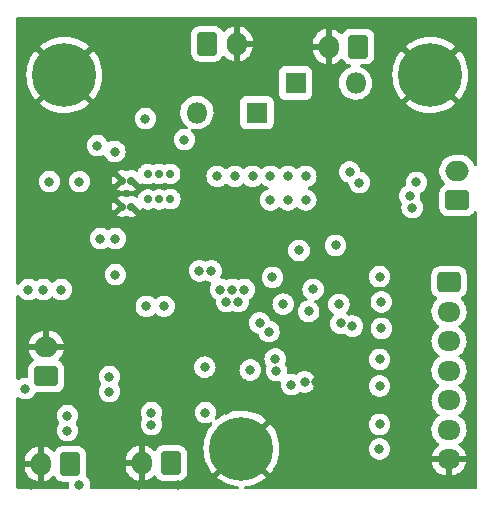
<source format=gbr>
%TF.GenerationSoftware,KiCad,Pcbnew,(6.0.1)*%
%TF.CreationDate,2022-02-28T21:32:50-07:00*%
%TF.ProjectId,PowerBackup,506f7765-7242-4616-936b-75702e6b6963,rev?*%
%TF.SameCoordinates,Original*%
%TF.FileFunction,Copper,L3,Inr*%
%TF.FilePolarity,Positive*%
%FSLAX46Y46*%
G04 Gerber Fmt 4.6, Leading zero omitted, Abs format (unit mm)*
G04 Created by KiCad (PCBNEW (6.0.1)) date 2022-02-28 21:32:50*
%MOMM*%
%LPD*%
G01*
G04 APERTURE LIST*
G04 Aperture macros list*
%AMRoundRect*
0 Rectangle with rounded corners*
0 $1 Rounding radius*
0 $2 $3 $4 $5 $6 $7 $8 $9 X,Y pos of 4 corners*
0 Add a 4 corners polygon primitive as box body*
4,1,4,$2,$3,$4,$5,$6,$7,$8,$9,$2,$3,0*
0 Add four circle primitives for the rounded corners*
1,1,$1+$1,$2,$3*
1,1,$1+$1,$4,$5*
1,1,$1+$1,$6,$7*
1,1,$1+$1,$8,$9*
0 Add four rect primitives between the rounded corners*
20,1,$1+$1,$2,$3,$4,$5,0*
20,1,$1+$1,$4,$5,$6,$7,0*
20,1,$1+$1,$6,$7,$8,$9,0*
20,1,$1+$1,$8,$9,$2,$3,0*%
G04 Aperture macros list end*
%TA.AperFunction,ComponentPad*%
%ADD10R,1.800000X1.800000*%
%TD*%
%TA.AperFunction,ComponentPad*%
%ADD11O,1.800000X1.800000*%
%TD*%
%TA.AperFunction,ComponentPad*%
%ADD12RoundRect,0.250000X0.750000X-0.600000X0.750000X0.600000X-0.750000X0.600000X-0.750000X-0.600000X0*%
%TD*%
%TA.AperFunction,ComponentPad*%
%ADD13O,2.000000X1.700000*%
%TD*%
%TA.AperFunction,ComponentPad*%
%ADD14C,0.700000*%
%TD*%
%TA.AperFunction,ComponentPad*%
%ADD15RoundRect,0.250000X0.600000X0.750000X-0.600000X0.750000X-0.600000X-0.750000X0.600000X-0.750000X0*%
%TD*%
%TA.AperFunction,ComponentPad*%
%ADD16O,1.700000X2.000000*%
%TD*%
%TA.AperFunction,ComponentPad*%
%ADD17RoundRect,0.250000X-0.725000X0.600000X-0.725000X-0.600000X0.725000X-0.600000X0.725000X0.600000X0*%
%TD*%
%TA.AperFunction,ComponentPad*%
%ADD18O,1.950000X1.700000*%
%TD*%
%TA.AperFunction,ComponentPad*%
%ADD19C,5.400000*%
%TD*%
%TA.AperFunction,ComponentPad*%
%ADD20RoundRect,0.250000X-0.600000X-0.750000X0.600000X-0.750000X0.600000X0.750000X-0.600000X0.750000X0*%
%TD*%
%TA.AperFunction,ViaPad*%
%ADD21C,0.800000*%
%TD*%
G04 APERTURE END LIST*
D10*
%TO.N,+9VA*%
%TO.C,D1*%
X134635000Y-83100000D03*
D11*
%TO.N,+9V*%
X139715000Y-83100000D03*
%TD*%
D12*
%TO.N,Net-(J5-Pad4)*%
%TO.C,J6*%
X148325000Y-93025000D03*
D13*
%TO.N,Net-(J5-Pad3)*%
X148325000Y-90525000D03*
%TD*%
D12*
%TO.N,+5V*%
%TO.C,J8*%
X113521000Y-107930000D03*
D13*
%TO.N,GND*%
X113521000Y-105430000D03*
%TD*%
D14*
%TO.N,GND*%
%TO.C,U2*%
X119946000Y-93556000D03*
X119946000Y-91356000D03*
X120746000Y-91356000D03*
X120746000Y-93556000D03*
%TO.N,/Backup/SW*%
X122126000Y-92956000D03*
X123086000Y-92956000D03*
X124046000Y-92936000D03*
%TO.N,+9VA*%
X122116000Y-90806000D03*
X123076000Y-90806000D03*
X124036000Y-90786000D03*
%TD*%
D10*
%TO.N,+9VA*%
%TO.C,D2*%
X131365000Y-85600000D03*
D11*
%TO.N,/Backup/VBAT*%
X126285000Y-85600000D03*
%TD*%
D15*
%TO.N,+5V*%
%TO.C,J9*%
X124100000Y-115275000D03*
D16*
%TO.N,GND*%
X121600000Y-115275000D03*
%TD*%
D17*
%TO.N,Net-(J2-Pad1)*%
%TO.C,J2*%
X147628764Y-99960836D03*
D18*
%TO.N,Net-(J2-Pad2)*%
X147628764Y-102460836D03*
%TO.N,Net-(J2-Pad3)*%
X147628764Y-104960836D03*
%TO.N,Net-(J2-Pad4)*%
X147628764Y-107460836D03*
%TO.N,Net-(J2-Pad5)*%
X147628764Y-109960836D03*
%TO.N,Net-(J2-Pad6)*%
X147628764Y-112460836D03*
%TO.N,GND*%
X147628764Y-114960836D03*
%TD*%
D19*
%TO.N,GND*%
%TO.C,H3*%
X130048000Y-114046000D03*
%TD*%
%TO.N,GND*%
%TO.C,H1*%
X115062000Y-82423000D03*
%TD*%
D20*
%TO.N,/Backup/VBAT*%
%TO.C,J7*%
X127150000Y-79775000D03*
D16*
%TO.N,GND*%
X129650000Y-79775000D03*
%TD*%
D19*
%TO.N,GND*%
%TO.C,H2*%
X146050000Y-82423000D03*
%TD*%
D15*
%TO.N,+5V*%
%TO.C,J10*%
X115550000Y-115333000D03*
D16*
%TO.N,GND*%
X113050000Y-115333000D03*
%TD*%
D15*
%TO.N,+9V*%
%TO.C,J1*%
X139954000Y-80010000D03*
D16*
%TO.N,GND*%
X137454000Y-80010000D03*
%TD*%
D21*
%TO.N,Net-(C1-Pad1)*%
X141738997Y-114079341D03*
%TO.N,GND*%
X120600000Y-80976000D03*
X131826000Y-109728000D03*
X145080000Y-86350000D03*
X146200000Y-89250000D03*
X113030000Y-96012000D03*
X138950000Y-112734000D03*
X137922000Y-116586000D03*
X121412000Y-117094000D03*
X136400000Y-108400000D03*
X146525000Y-96300000D03*
X111506000Y-104648000D03*
X113030000Y-92964000D03*
X137922000Y-115570000D03*
X131600000Y-88300000D03*
X130250000Y-88300000D03*
X135382000Y-87122000D03*
X116078000Y-105410000D03*
X136652000Y-115570000D03*
X133604000Y-115570000D03*
X133850000Y-78200000D03*
X119100000Y-80976000D03*
X137800000Y-94625000D03*
X122100000Y-79488000D03*
X129600000Y-95000000D03*
X139300000Y-116600000D03*
X140462000Y-86360000D03*
X136500000Y-88000000D03*
X111500000Y-94488000D03*
X133850000Y-79470000D03*
X116078000Y-90170000D03*
X129000000Y-96500000D03*
X124714000Y-117094000D03*
X130500000Y-96500000D03*
X122100000Y-83770000D03*
X131318000Y-110490000D03*
X137934000Y-112734000D03*
X114500000Y-97282000D03*
X122100000Y-82500000D03*
X113030000Y-97282000D03*
X143810000Y-86350000D03*
X113792000Y-111252000D03*
X122100000Y-80988000D03*
X134112000Y-116586000D03*
X139192000Y-86360000D03*
X120630000Y-83770000D03*
X128950000Y-88300000D03*
X119106000Y-83770000D03*
X120630000Y-82500000D03*
X132500000Y-95500000D03*
X137922000Y-86360000D03*
X120630000Y-79452000D03*
X133000000Y-88300000D03*
X133850000Y-80740000D03*
X111506000Y-96012000D03*
X121666000Y-113538000D03*
X135382000Y-116586000D03*
X114500000Y-93000000D03*
X135636000Y-115570000D03*
X119106000Y-82500000D03*
X128778000Y-110744000D03*
X119888000Y-114300000D03*
X114500000Y-94500000D03*
X136500000Y-89500000D03*
X113000000Y-94488000D03*
X138950000Y-113750000D03*
X112268000Y-117094000D03*
X111506000Y-97282000D03*
X113792000Y-112522000D03*
X134620000Y-115570000D03*
X139446000Y-109220000D03*
X119100000Y-79452000D03*
X137680000Y-113750000D03*
X122936000Y-96266000D03*
X117602000Y-105410000D03*
X115570000Y-88646000D03*
X130810000Y-109728000D03*
X136652000Y-116586000D03*
X141732000Y-86360000D03*
X114500000Y-96012000D03*
X130500000Y-95000000D03*
X120396000Y-87630000D03*
X124206000Y-96266000D03*
X147620000Y-86350000D03*
X111500000Y-92964000D03*
X146350000Y-86350000D03*
X112014000Y-87884000D03*
X128600000Y-95000000D03*
X149352000Y-96266000D03*
%TO.N,Net-(C2-Pad1)*%
X141750000Y-112000000D03*
%TO.N,Net-(C3-Pad1)*%
X141750000Y-108750000D03*
%TO.N,Net-(C4-Pad1)*%
X141750000Y-106500000D03*
%TO.N,Net-(C5-Pad1)*%
X141897152Y-103880011D03*
%TO.N,Net-(C6-Pad1)*%
X141897152Y-101630011D03*
%TO.N,Net-(C7-Pad1)*%
X141750000Y-99500000D03*
%TO.N,Net-(C8-Pad1)*%
X139446462Y-103683512D03*
%TO.N,+3V3*%
X136125000Y-100575000D03*
X138025000Y-96850000D03*
X135745393Y-102436653D03*
X144865900Y-91522347D03*
%TO.N,Net-(J4-Pad1)*%
X132381364Y-104144093D03*
%TO.N,Net-(J4-Pad2)*%
X126950000Y-107150000D03*
%TO.N,Net-(J4-Pad3)*%
X132916194Y-106465069D03*
%TO.N,Net-(J4-Pad4)*%
X133011743Y-107459994D03*
%TO.N,Net-(J4-Pad5)*%
X130800000Y-107400000D03*
%TO.N,Net-(J5-Pad4)*%
X144505804Y-93652585D03*
%TO.N,Net-(J5-Pad3)*%
X144300000Y-92674500D03*
%TO.N,Net-(Q1-Pad1)*%
X138474500Y-103450500D03*
X138300000Y-101850000D03*
X134925000Y-97275000D03*
%TO.N,Net-(R9-Pad1)*%
X135400000Y-108400000D03*
%TO.N,Net-(R12-Pad1)*%
X134286731Y-108626703D03*
%TO.N,/PrimaryBatteryMonitoring/SDA*%
X140049500Y-91525000D03*
X132675000Y-99550000D03*
X131589202Y-103401963D03*
%TO.N,/PrimaryBatteryMonitoring/SCL*%
X133593956Y-101810318D03*
X139225000Y-90625000D03*
%TO.N,Net-(C13-Pad1)*%
X125222000Y-87884000D03*
%TO.N,+5V*%
X115316000Y-111252000D03*
X112014000Y-100584000D03*
X111760000Y-108966000D03*
X122428000Y-110998000D03*
X118872000Y-107950000D03*
X122000000Y-102000000D03*
X130302000Y-100584000D03*
X127000000Y-110998000D03*
X128778000Y-101600000D03*
X118872000Y-109220000D03*
X126500000Y-99000000D03*
X128270000Y-100584000D03*
X122428000Y-112014000D03*
X116332000Y-117094000D03*
X129286000Y-100584000D03*
X115316000Y-112522000D03*
X129794000Y-101600000D03*
X114808000Y-100584000D03*
X123500000Y-102000000D03*
X127500000Y-99000000D03*
X113284000Y-100584000D03*
%TO.N,Net-(C15-Pad2)*%
X116332000Y-91440000D03*
X119380000Y-99314000D03*
%TO.N,Net-(R19-Pad2)*%
X113792000Y-91440000D03*
X121920000Y-86106000D03*
%TO.N,/Backup/SW*%
X132500000Y-93000000D03*
X119333510Y-88900239D03*
X129500000Y-91000000D03*
X134000000Y-91000000D03*
X135500000Y-93000000D03*
X128000000Y-91000000D03*
X135500000Y-91000000D03*
X132500000Y-91000000D03*
X131000000Y-91000000D03*
X134000000Y-93000000D03*
%TO.N,/Backup/PVDD*%
X119380000Y-96266000D03*
X117856000Y-88392000D03*
X118110000Y-96266000D03*
%TD*%
%TA.AperFunction,Conductor*%
%TO.N,GND*%
G36*
X149934121Y-77528002D02*
G01*
X149980614Y-77581658D01*
X149992000Y-77634000D01*
X149992000Y-90005648D01*
X149971998Y-90073769D01*
X149918342Y-90120262D01*
X149848068Y-90130366D01*
X149783488Y-90100872D01*
X149748808Y-90051930D01*
X149743474Y-90038422D01*
X149708967Y-89951045D01*
X149698185Y-89923744D01*
X149698184Y-89923742D01*
X149696224Y-89918779D01*
X149628618Y-89807367D01*
X149579390Y-89726243D01*
X149576623Y-89721683D01*
X149572125Y-89716500D01*
X149429023Y-89551588D01*
X149429021Y-89551586D01*
X149425523Y-89547555D01*
X149383970Y-89513484D01*
X149251373Y-89404760D01*
X149251367Y-89404756D01*
X149247245Y-89401376D01*
X149242609Y-89398737D01*
X149242606Y-89398735D01*
X149051529Y-89289968D01*
X149046886Y-89287325D01*
X148830175Y-89208663D01*
X148824926Y-89207714D01*
X148824923Y-89207713D01*
X148607392Y-89168377D01*
X148607385Y-89168376D01*
X148603308Y-89167639D01*
X148585586Y-89166803D01*
X148580644Y-89166570D01*
X148580637Y-89166570D01*
X148579156Y-89166500D01*
X148117110Y-89166500D01*
X148050191Y-89172178D01*
X147950591Y-89180629D01*
X147950587Y-89180630D01*
X147945280Y-89181080D01*
X147940125Y-89182418D01*
X147940119Y-89182419D01*
X147727297Y-89237657D01*
X147727293Y-89237658D01*
X147722128Y-89238999D01*
X147717262Y-89241191D01*
X147717259Y-89241192D01*
X147608980Y-89289968D01*
X147511925Y-89333688D01*
X147320681Y-89462441D01*
X147153865Y-89621576D01*
X147016246Y-89806542D01*
X147013830Y-89811293D01*
X147013828Y-89811297D01*
X147000372Y-89837763D01*
X146911760Y-90012051D01*
X146910178Y-90017145D01*
X146910177Y-90017148D01*
X146886384Y-90093774D01*
X146843393Y-90232227D01*
X146842692Y-90237516D01*
X146815639Y-90441635D01*
X146813102Y-90460774D01*
X146813302Y-90466103D01*
X146813302Y-90466105D01*
X146814551Y-90499372D01*
X146821751Y-90691158D01*
X146869093Y-90916791D01*
X146871051Y-90921750D01*
X146871052Y-90921752D01*
X146924435Y-91056924D01*
X146953776Y-91131221D01*
X146956543Y-91135780D01*
X146956544Y-91135783D01*
X146963788Y-91147721D01*
X147073377Y-91328317D01*
X147076874Y-91332347D01*
X147163438Y-91432103D01*
X147224477Y-91502445D01*
X147260120Y-91531670D01*
X147300114Y-91590329D01*
X147302046Y-91661299D01*
X147265302Y-91722048D01*
X147246532Y-91736248D01*
X147157864Y-91791118D01*
X147100652Y-91826522D01*
X146975695Y-91951697D01*
X146971855Y-91957927D01*
X146971854Y-91957928D01*
X146890741Y-92089518D01*
X146882885Y-92102262D01*
X146872475Y-92133648D01*
X146836014Y-92243576D01*
X146827203Y-92270139D01*
X146826503Y-92276975D01*
X146826502Y-92276978D01*
X146823242Y-92308794D01*
X146816500Y-92374600D01*
X146816500Y-93675400D01*
X146816837Y-93678646D01*
X146816837Y-93678650D01*
X146824965Y-93756980D01*
X146827474Y-93781166D01*
X146829655Y-93787702D01*
X146829655Y-93787704D01*
X146855813Y-93866109D01*
X146883450Y-93948946D01*
X146976522Y-94099348D01*
X147101697Y-94224305D01*
X147107927Y-94228145D01*
X147107928Y-94228146D01*
X147245090Y-94312694D01*
X147252262Y-94317115D01*
X147280678Y-94326540D01*
X147413611Y-94370632D01*
X147413613Y-94370632D01*
X147420139Y-94372797D01*
X147426975Y-94373497D01*
X147426978Y-94373498D01*
X147469681Y-94377873D01*
X147524600Y-94383500D01*
X149125400Y-94383500D01*
X149128646Y-94383163D01*
X149128650Y-94383163D01*
X149224308Y-94373238D01*
X149224312Y-94373237D01*
X149231166Y-94372526D01*
X149237702Y-94370345D01*
X149237704Y-94370345D01*
X149386267Y-94320780D01*
X149398946Y-94316550D01*
X149549348Y-94223478D01*
X149674305Y-94098303D01*
X149720019Y-94024141D01*
X149758740Y-93961325D01*
X149811513Y-93913832D01*
X149881584Y-93902408D01*
X149946708Y-93930682D01*
X149986207Y-93989676D01*
X149992000Y-94027441D01*
X149992000Y-117366000D01*
X149971998Y-117434121D01*
X149918342Y-117480614D01*
X149866000Y-117492000D01*
X130387945Y-117492000D01*
X130319824Y-117471998D01*
X130273331Y-117418342D01*
X130263227Y-117348068D01*
X130292721Y-117283488D01*
X130352447Y-117245104D01*
X130369539Y-117241352D01*
X130690582Y-117193945D01*
X130697481Y-117192529D01*
X131037498Y-117102693D01*
X131044158Y-117100529D01*
X131372047Y-116973349D01*
X131378446Y-116970446D01*
X131690099Y-116807517D01*
X131696144Y-116803914D01*
X131987694Y-116607261D01*
X131993288Y-116603015D01*
X132115910Y-116498656D01*
X132124342Y-116485788D01*
X132118313Y-116475523D01*
X130060812Y-114418022D01*
X130046868Y-114410408D01*
X130045035Y-114410539D01*
X130038420Y-114414790D01*
X127977213Y-116475997D01*
X127969599Y-116489941D01*
X127969637Y-116490486D01*
X127975240Y-116498846D01*
X127997336Y-116519306D01*
X128002759Y-116523793D01*
X128285811Y-116732478D01*
X128291701Y-116736332D01*
X128596258Y-116912167D01*
X128602527Y-116915334D01*
X128924798Y-117056132D01*
X128931381Y-117058580D01*
X129267332Y-117162574D01*
X129274147Y-117164273D01*
X129619588Y-117230169D01*
X129626565Y-117231100D01*
X129747051Y-117240371D01*
X129813437Y-117265541D01*
X129855676Y-117322605D01*
X129860359Y-117393447D01*
X129825999Y-117455575D01*
X129763504Y-117489263D01*
X129737385Y-117492000D01*
X117331359Y-117492000D01*
X117263238Y-117471998D01*
X117216745Y-117418342D01*
X117206641Y-117348068D01*
X117211526Y-117327063D01*
X117223503Y-117290203D01*
X117225542Y-117283928D01*
X117231095Y-117231100D01*
X117244814Y-117100565D01*
X117245504Y-117094000D01*
X117225542Y-116904072D01*
X117166527Y-116722444D01*
X117071040Y-116557056D01*
X117018457Y-116498656D01*
X116947675Y-116420045D01*
X116947674Y-116420044D01*
X116943253Y-116415134D01*
X116933783Y-116408254D01*
X116890428Y-116352034D01*
X116884350Y-116281298D01*
X116888244Y-116266663D01*
X116897797Y-116237861D01*
X116908500Y-116133400D01*
X116908500Y-115545193D01*
X120247289Y-115545193D01*
X120256124Y-115649325D01*
X120257914Y-115659797D01*
X120313130Y-115872535D01*
X120316665Y-115882575D01*
X120406937Y-116082970D01*
X120412106Y-116092256D01*
X120534850Y-116274575D01*
X120541519Y-116282870D01*
X120693228Y-116441900D01*
X120701186Y-116448941D01*
X120877525Y-116580141D01*
X120886562Y-116585745D01*
X121082484Y-116685357D01*
X121092335Y-116689357D01*
X121302240Y-116754534D01*
X121312624Y-116756817D01*
X121328043Y-116758861D01*
X121342207Y-116756665D01*
X121346000Y-116743478D01*
X121346000Y-116741192D01*
X121854000Y-116741192D01*
X121857973Y-116754723D01*
X121868580Y-116756248D01*
X121986421Y-116731523D01*
X121996617Y-116728463D01*
X122201029Y-116647737D01*
X122210561Y-116643006D01*
X122398462Y-116528984D01*
X122407052Y-116522720D01*
X122573052Y-116378673D01*
X122580470Y-116371044D01*
X122606391Y-116339431D01*
X122665051Y-116299436D01*
X122736021Y-116297504D01*
X122796770Y-116334248D01*
X122810969Y-116353017D01*
X122901522Y-116499348D01*
X123026697Y-116624305D01*
X123032927Y-116628145D01*
X123032928Y-116628146D01*
X123170090Y-116712694D01*
X123177262Y-116717115D01*
X123235200Y-116736332D01*
X123338611Y-116770632D01*
X123338613Y-116770632D01*
X123345139Y-116772797D01*
X123351975Y-116773497D01*
X123351978Y-116773498D01*
X123395031Y-116777909D01*
X123449600Y-116783500D01*
X124750400Y-116783500D01*
X124753646Y-116783163D01*
X124753650Y-116783163D01*
X124849308Y-116773238D01*
X124849312Y-116773237D01*
X124856166Y-116772526D01*
X124862702Y-116770345D01*
X124862704Y-116770345D01*
X125006280Y-116722444D01*
X125023946Y-116716550D01*
X125174348Y-116623478D01*
X125299305Y-116498303D01*
X125303146Y-116492072D01*
X125388275Y-116353968D01*
X125388276Y-116353966D01*
X125392115Y-116347738D01*
X125425294Y-116247706D01*
X125445632Y-116186389D01*
X125445632Y-116186387D01*
X125447797Y-116179861D01*
X125458500Y-116075400D01*
X125458500Y-114474600D01*
X125458163Y-114471350D01*
X125448238Y-114375692D01*
X125448237Y-114375688D01*
X125447526Y-114368834D01*
X125444515Y-114359807D01*
X125393868Y-114208002D01*
X125391550Y-114201054D01*
X125298478Y-114050652D01*
X125173303Y-113925695D01*
X125135439Y-113902355D01*
X125028968Y-113836725D01*
X125028966Y-113836724D01*
X125022738Y-113832885D01*
X124903498Y-113793335D01*
X124861389Y-113779368D01*
X124861387Y-113779368D01*
X124854861Y-113777203D01*
X124848025Y-113776503D01*
X124848022Y-113776502D01*
X124804969Y-113772091D01*
X124750400Y-113766500D01*
X123449600Y-113766500D01*
X123446354Y-113766837D01*
X123446350Y-113766837D01*
X123350692Y-113776762D01*
X123350688Y-113776763D01*
X123343834Y-113777474D01*
X123337298Y-113779655D01*
X123337296Y-113779655D01*
X123205194Y-113823728D01*
X123176054Y-113833450D01*
X123025652Y-113926522D01*
X122900695Y-114051697D01*
X122896855Y-114057927D01*
X122896854Y-114057928D01*
X122887702Y-114072776D01*
X122830180Y-114166094D01*
X122810648Y-114197780D01*
X122757876Y-114245273D01*
X122687804Y-114256697D01*
X122622680Y-114228423D01*
X122612218Y-114218636D01*
X122506766Y-114108094D01*
X122498814Y-114101059D01*
X122322475Y-113969859D01*
X122313438Y-113964255D01*
X122117516Y-113864643D01*
X122107665Y-113860643D01*
X121897760Y-113795466D01*
X121887376Y-113793183D01*
X121871957Y-113791139D01*
X121857793Y-113793335D01*
X121854000Y-113806522D01*
X121854000Y-116741192D01*
X121346000Y-116741192D01*
X121346000Y-115547115D01*
X121341525Y-115531876D01*
X121340135Y-115530671D01*
X121332452Y-115529000D01*
X120264030Y-115529000D01*
X120249352Y-115533310D01*
X120247289Y-115545193D01*
X116908500Y-115545193D01*
X116908500Y-115005376D01*
X120242732Y-115005376D01*
X120246475Y-115018124D01*
X120247865Y-115019329D01*
X120255548Y-115021000D01*
X121327885Y-115021000D01*
X121343124Y-115016525D01*
X121344329Y-115015135D01*
X121346000Y-115007452D01*
X121346000Y-113808808D01*
X121342027Y-113795277D01*
X121331420Y-113793752D01*
X121213579Y-113818477D01*
X121203383Y-113821537D01*
X120998971Y-113902263D01*
X120989439Y-113906994D01*
X120801538Y-114021016D01*
X120792948Y-114027280D01*
X120626948Y-114171327D01*
X120619528Y-114178958D01*
X120480174Y-114348911D01*
X120474150Y-114357678D01*
X120365424Y-114548682D01*
X120360959Y-114558346D01*
X120285969Y-114764941D01*
X120283198Y-114775208D01*
X120243877Y-114992655D01*
X120242944Y-115000884D01*
X120242732Y-115005376D01*
X116908500Y-115005376D01*
X116908500Y-114532600D01*
X116908163Y-114529350D01*
X116898238Y-114433692D01*
X116898237Y-114433688D01*
X116897526Y-114426834D01*
X116875995Y-114362296D01*
X116847416Y-114276636D01*
X116841550Y-114259054D01*
X116748478Y-114108652D01*
X116623303Y-113983695D01*
X116591766Y-113964255D01*
X116478968Y-113894725D01*
X116478966Y-113894724D01*
X116472738Y-113890885D01*
X116353498Y-113851335D01*
X116311389Y-113837368D01*
X116311387Y-113837368D01*
X116304861Y-113835203D01*
X116298025Y-113834503D01*
X116298022Y-113834502D01*
X116254969Y-113830091D01*
X116200400Y-113824500D01*
X114899600Y-113824500D01*
X114896354Y-113824837D01*
X114896350Y-113824837D01*
X114800692Y-113834762D01*
X114800688Y-113834763D01*
X114793834Y-113835474D01*
X114787298Y-113837655D01*
X114787296Y-113837655D01*
X114655194Y-113881728D01*
X114626054Y-113891450D01*
X114475652Y-113984522D01*
X114350695Y-114109697D01*
X114346855Y-114115927D01*
X114346854Y-114115928D01*
X114323519Y-114153784D01*
X114267125Y-114245273D01*
X114260648Y-114255780D01*
X114207876Y-114303273D01*
X114137804Y-114314697D01*
X114072680Y-114286423D01*
X114062218Y-114276636D01*
X113956766Y-114166094D01*
X113948814Y-114159059D01*
X113772475Y-114027859D01*
X113763438Y-114022255D01*
X113567516Y-113922643D01*
X113557665Y-113918643D01*
X113347760Y-113853466D01*
X113337376Y-113851183D01*
X113321957Y-113849139D01*
X113307793Y-113851335D01*
X113304000Y-113864522D01*
X113304000Y-116799192D01*
X113307973Y-116812723D01*
X113318580Y-116814248D01*
X113436421Y-116789523D01*
X113446617Y-116786463D01*
X113651029Y-116705737D01*
X113660561Y-116701006D01*
X113848462Y-116586984D01*
X113857052Y-116580720D01*
X114023052Y-116436673D01*
X114030470Y-116429044D01*
X114056391Y-116397431D01*
X114115051Y-116357436D01*
X114186021Y-116355504D01*
X114246770Y-116392248D01*
X114260969Y-116411017D01*
X114351522Y-116557348D01*
X114476697Y-116682305D01*
X114482927Y-116686145D01*
X114482928Y-116686146D01*
X114619524Y-116770345D01*
X114627262Y-116775115D01*
X114670701Y-116789523D01*
X114788611Y-116828632D01*
X114788613Y-116828632D01*
X114795139Y-116830797D01*
X114801975Y-116831497D01*
X114801978Y-116831498D01*
X114845031Y-116835909D01*
X114899600Y-116841500D01*
X115305097Y-116841500D01*
X115373218Y-116861502D01*
X115419711Y-116915158D01*
X115430407Y-116980670D01*
X115418496Y-117094000D01*
X115419186Y-117100565D01*
X115432906Y-117231100D01*
X115438458Y-117283928D01*
X115440497Y-117290203D01*
X115452474Y-117327063D01*
X115454502Y-117398031D01*
X115417840Y-117458829D01*
X115354127Y-117490154D01*
X115332641Y-117492000D01*
X111134000Y-117492000D01*
X111065879Y-117471998D01*
X111019386Y-117418342D01*
X111008000Y-117366000D01*
X111008000Y-115603193D01*
X111697289Y-115603193D01*
X111706124Y-115707325D01*
X111707914Y-115717797D01*
X111763130Y-115930535D01*
X111766665Y-115940575D01*
X111856937Y-116140970D01*
X111862106Y-116150256D01*
X111984850Y-116332575D01*
X111991519Y-116340870D01*
X112143228Y-116499900D01*
X112151186Y-116506941D01*
X112327525Y-116638141D01*
X112336562Y-116643745D01*
X112532484Y-116743357D01*
X112542335Y-116747357D01*
X112752240Y-116812534D01*
X112762624Y-116814817D01*
X112778043Y-116816861D01*
X112792207Y-116814665D01*
X112796000Y-116801478D01*
X112796000Y-115605115D01*
X112791525Y-115589876D01*
X112790135Y-115588671D01*
X112782452Y-115587000D01*
X111714030Y-115587000D01*
X111699352Y-115591310D01*
X111697289Y-115603193D01*
X111008000Y-115603193D01*
X111008000Y-115063376D01*
X111692732Y-115063376D01*
X111696475Y-115076124D01*
X111697865Y-115077329D01*
X111705548Y-115079000D01*
X112777885Y-115079000D01*
X112793124Y-115074525D01*
X112794329Y-115073135D01*
X112796000Y-115065452D01*
X112796000Y-113866808D01*
X112792027Y-113853277D01*
X112781420Y-113851752D01*
X112663579Y-113876477D01*
X112653383Y-113879537D01*
X112448971Y-113960263D01*
X112439439Y-113964994D01*
X112251538Y-114079016D01*
X112242948Y-114085280D01*
X112076948Y-114229327D01*
X112069528Y-114236958D01*
X111930174Y-114406911D01*
X111924150Y-114415678D01*
X111815424Y-114606682D01*
X111810959Y-114616346D01*
X111735969Y-114822941D01*
X111733198Y-114833208D01*
X111693877Y-115050655D01*
X111692944Y-115058884D01*
X111692732Y-115063376D01*
X111008000Y-115063376D01*
X111008000Y-112522000D01*
X114402496Y-112522000D01*
X114403186Y-112528565D01*
X114420863Y-112696749D01*
X114422458Y-112711928D01*
X114481473Y-112893556D01*
X114576960Y-113058944D01*
X114581378Y-113063851D01*
X114581379Y-113063852D01*
X114689179Y-113183576D01*
X114704747Y-113200866D01*
X114791854Y-113264153D01*
X114832855Y-113293942D01*
X114859248Y-113313118D01*
X114865276Y-113315802D01*
X114865278Y-113315803D01*
X115027681Y-113388109D01*
X115033712Y-113390794D01*
X115102362Y-113405386D01*
X115214056Y-113429128D01*
X115214061Y-113429128D01*
X115220513Y-113430500D01*
X115411487Y-113430500D01*
X115417939Y-113429128D01*
X115417944Y-113429128D01*
X115529638Y-113405386D01*
X115598288Y-113390794D01*
X115604319Y-113388109D01*
X115766722Y-113315803D01*
X115766724Y-113315802D01*
X115772752Y-113313118D01*
X115799146Y-113293942D01*
X115840146Y-113264153D01*
X115927253Y-113200866D01*
X115942821Y-113183576D01*
X116050621Y-113063852D01*
X116050622Y-113063851D01*
X116055040Y-113058944D01*
X116150527Y-112893556D01*
X116209542Y-112711928D01*
X116211138Y-112696749D01*
X116228814Y-112528565D01*
X116229504Y-112522000D01*
X116228814Y-112515435D01*
X116210232Y-112338635D01*
X116210232Y-112338633D01*
X116209542Y-112332072D01*
X116150527Y-112150444D01*
X116071751Y-112014000D01*
X121514496Y-112014000D01*
X121515186Y-112020565D01*
X121532987Y-112189928D01*
X121534458Y-112203928D01*
X121593473Y-112385556D01*
X121688960Y-112550944D01*
X121693378Y-112555851D01*
X121693379Y-112555852D01*
X121812325Y-112687955D01*
X121816747Y-112692866D01*
X121971248Y-112805118D01*
X121977276Y-112807802D01*
X121977278Y-112807803D01*
X122114267Y-112868794D01*
X122145712Y-112882794D01*
X122239112Y-112902647D01*
X122326056Y-112921128D01*
X122326061Y-112921128D01*
X122332513Y-112922500D01*
X122523487Y-112922500D01*
X122529939Y-112921128D01*
X122529944Y-112921128D01*
X122616888Y-112902647D01*
X122710288Y-112882794D01*
X122741733Y-112868794D01*
X122878722Y-112807803D01*
X122878724Y-112807802D01*
X122884752Y-112805118D01*
X123039253Y-112692866D01*
X123043675Y-112687955D01*
X123162621Y-112555852D01*
X123162622Y-112555851D01*
X123167040Y-112550944D01*
X123262527Y-112385556D01*
X123321542Y-112203928D01*
X123323014Y-112189928D01*
X123340814Y-112020565D01*
X123341504Y-112014000D01*
X123330290Y-111907303D01*
X123322232Y-111830635D01*
X123322232Y-111830633D01*
X123321542Y-111824072D01*
X123262527Y-111642444D01*
X123220124Y-111569000D01*
X123203386Y-111500005D01*
X123220124Y-111443000D01*
X123259223Y-111375279D01*
X123259224Y-111375278D01*
X123262527Y-111369556D01*
X123321542Y-111187928D01*
X123327222Y-111133891D01*
X123340814Y-111004565D01*
X123341504Y-110998000D01*
X126086496Y-110998000D01*
X126087186Y-111004565D01*
X126100779Y-111133891D01*
X126106458Y-111187928D01*
X126165473Y-111369556D01*
X126168776Y-111375278D01*
X126168777Y-111375279D01*
X126182055Y-111398277D01*
X126260960Y-111534944D01*
X126265378Y-111539851D01*
X126265379Y-111539852D01*
X126350807Y-111634729D01*
X126388747Y-111676866D01*
X126543248Y-111789118D01*
X126549276Y-111791802D01*
X126549278Y-111791803D01*
X126621756Y-111824072D01*
X126717712Y-111866794D01*
X126811112Y-111886647D01*
X126898056Y-111905128D01*
X126898061Y-111905128D01*
X126904513Y-111906500D01*
X127095487Y-111906500D01*
X127101939Y-111905128D01*
X127101944Y-111905128D01*
X127188887Y-111886647D01*
X127282288Y-111866794D01*
X127288315Y-111864111D01*
X127288323Y-111864108D01*
X127424431Y-111803509D01*
X127494798Y-111794075D01*
X127559095Y-111824182D01*
X127596908Y-111884271D01*
X127596232Y-111955264D01*
X127568723Y-112003580D01*
X127560429Y-112012663D01*
X127555992Y-112018103D01*
X127349287Y-112302608D01*
X127345470Y-112308530D01*
X127171771Y-112614297D01*
X127168641Y-112620602D01*
X127030101Y-112943838D01*
X127027699Y-112950439D01*
X126926055Y-113287099D01*
X126924400Y-113293942D01*
X126860918Y-113639824D01*
X126860035Y-113646819D01*
X126835504Y-113997621D01*
X126835406Y-114004666D01*
X126850133Y-114356021D01*
X126850818Y-114363013D01*
X126904620Y-114710559D01*
X126906080Y-114717426D01*
X126998288Y-115056807D01*
X127000502Y-115063463D01*
X127129970Y-115390462D01*
X127132909Y-115396823D01*
X127298019Y-115707347D01*
X127301653Y-115713348D01*
X127500339Y-116003523D01*
X127504633Y-116009098D01*
X127595208Y-116114030D01*
X127608251Y-116122447D01*
X127618282Y-116116508D01*
X129687658Y-114047132D01*
X130412408Y-114047132D01*
X130412539Y-114048965D01*
X130416790Y-114055580D01*
X132478699Y-116117489D01*
X132492643Y-116125103D01*
X132493423Y-116125048D01*
X132501470Y-116119696D01*
X132506932Y-116113880D01*
X132511454Y-116108491D01*
X132722113Y-115826896D01*
X132726003Y-115821042D01*
X132903962Y-115517719D01*
X132907176Y-115511465D01*
X133032752Y-115229416D01*
X146172516Y-115229416D01*
X146197241Y-115347257D01*
X146200301Y-115357453D01*
X146281027Y-115561865D01*
X146285758Y-115571397D01*
X146399780Y-115759298D01*
X146406044Y-115767888D01*
X146550091Y-115933888D01*
X146557722Y-115941308D01*
X146727675Y-116080662D01*
X146736442Y-116086686D01*
X146927446Y-116195412D01*
X146937110Y-116199877D01*
X147143705Y-116274867D01*
X147153972Y-116277638D01*
X147356938Y-116314340D01*
X147370178Y-116312921D01*
X147374764Y-116298286D01*
X147374764Y-116294685D01*
X147882764Y-116294685D01*
X147887074Y-116309363D01*
X147898957Y-116311426D01*
X147978089Y-116304712D01*
X147988561Y-116302922D01*
X148201299Y-116247706D01*
X148211339Y-116244171D01*
X148411734Y-116153899D01*
X148421020Y-116148730D01*
X148603339Y-116025986D01*
X148611634Y-116019317D01*
X148770664Y-115867608D01*
X148777705Y-115859650D01*
X148908905Y-115683311D01*
X148914509Y-115674274D01*
X149014121Y-115478352D01*
X149018121Y-115468501D01*
X149083298Y-115258596D01*
X149085581Y-115248212D01*
X149087625Y-115232793D01*
X149085429Y-115218629D01*
X149072242Y-115214836D01*
X147900879Y-115214836D01*
X147885640Y-115219311D01*
X147884435Y-115220701D01*
X147882764Y-115228384D01*
X147882764Y-116294685D01*
X147374764Y-116294685D01*
X147374764Y-115232951D01*
X147370289Y-115217712D01*
X147368899Y-115216507D01*
X147361216Y-115214836D01*
X146187572Y-115214836D01*
X146174041Y-115218809D01*
X146172516Y-115229416D01*
X133032752Y-115229416D01*
X133050214Y-115190195D01*
X133052711Y-115183620D01*
X133159048Y-114848405D01*
X133160794Y-114841603D01*
X133229100Y-114496635D01*
X133230081Y-114489654D01*
X133259619Y-114137898D01*
X133259833Y-114133529D01*
X133260590Y-114079341D01*
X140825493Y-114079341D01*
X140826183Y-114085906D01*
X140844134Y-114256697D01*
X140845455Y-114269269D01*
X140904470Y-114450897D01*
X140907773Y-114456619D01*
X140907774Y-114456620D01*
X140926846Y-114489654D01*
X140999957Y-114616285D01*
X141004375Y-114621192D01*
X141004376Y-114621193D01*
X141091025Y-114717426D01*
X141127744Y-114758207D01*
X141282245Y-114870459D01*
X141288273Y-114873143D01*
X141288275Y-114873144D01*
X141450678Y-114945450D01*
X141456709Y-114948135D01*
X141550109Y-114967988D01*
X141637053Y-114986469D01*
X141637058Y-114986469D01*
X141643510Y-114987841D01*
X141834484Y-114987841D01*
X141840936Y-114986469D01*
X141840941Y-114986469D01*
X141927885Y-114967988D01*
X142021285Y-114948135D01*
X142027316Y-114945450D01*
X142189719Y-114873144D01*
X142189721Y-114873143D01*
X142195749Y-114870459D01*
X142350250Y-114758207D01*
X142386969Y-114717426D01*
X142473618Y-114621193D01*
X142473619Y-114621192D01*
X142478037Y-114616285D01*
X142551148Y-114489654D01*
X142570220Y-114456620D01*
X142570221Y-114456619D01*
X142573524Y-114450897D01*
X142632539Y-114269269D01*
X142633861Y-114256697D01*
X142651811Y-114085906D01*
X142652501Y-114079341D01*
X142648942Y-114045479D01*
X142633229Y-113895976D01*
X142633229Y-113895974D01*
X142632539Y-113889413D01*
X142573524Y-113707785D01*
X142564037Y-113691352D01*
X142481338Y-113548115D01*
X142478037Y-113542397D01*
X142350250Y-113400475D01*
X142251154Y-113328477D01*
X142201091Y-113292104D01*
X142201090Y-113292103D01*
X142195749Y-113288223D01*
X142189721Y-113285539D01*
X142189719Y-113285538D01*
X142027316Y-113213232D01*
X142027315Y-113213232D01*
X142021285Y-113210547D01*
X141927884Y-113190694D01*
X141840941Y-113172213D01*
X141840936Y-113172213D01*
X141834484Y-113170841D01*
X141643510Y-113170841D01*
X141637058Y-113172213D01*
X141637053Y-113172213D01*
X141550109Y-113190694D01*
X141456709Y-113210547D01*
X141450679Y-113213232D01*
X141450678Y-113213232D01*
X141288275Y-113285538D01*
X141288273Y-113285539D01*
X141282245Y-113288223D01*
X141276904Y-113292103D01*
X141276903Y-113292104D01*
X141226840Y-113328477D01*
X141127744Y-113400475D01*
X140999957Y-113542397D01*
X140996656Y-113548115D01*
X140913958Y-113691352D01*
X140904470Y-113707785D01*
X140845455Y-113889413D01*
X140844765Y-113895974D01*
X140844765Y-113895976D01*
X140829052Y-114045479D01*
X140825493Y-114079341D01*
X133260590Y-114079341D01*
X133261025Y-114048178D01*
X133260934Y-114043828D01*
X133241227Y-113691352D01*
X133240445Y-113684380D01*
X133181794Y-113337612D01*
X133180241Y-113330776D01*
X133083300Y-112992704D01*
X133080997Y-112986091D01*
X132946976Y-112660930D01*
X132943947Y-112654610D01*
X132774521Y-112346424D01*
X132770795Y-112340462D01*
X132568076Y-112053090D01*
X132563715Y-112047588D01*
X132521464Y-112000000D01*
X140836496Y-112000000D01*
X140837186Y-112006565D01*
X140851707Y-112144721D01*
X140856458Y-112189928D01*
X140915473Y-112371556D01*
X141010960Y-112536944D01*
X141015378Y-112541851D01*
X141015379Y-112541852D01*
X141027985Y-112555852D01*
X141138747Y-112678866D01*
X141293248Y-112791118D01*
X141299276Y-112793802D01*
X141299278Y-112793803D01*
X141461681Y-112866109D01*
X141467712Y-112868794D01*
X141554639Y-112887271D01*
X141648056Y-112907128D01*
X141648061Y-112907128D01*
X141654513Y-112908500D01*
X141845487Y-112908500D01*
X141851939Y-112907128D01*
X141851944Y-112907128D01*
X141945361Y-112887271D01*
X142032288Y-112868794D01*
X142038319Y-112866109D01*
X142200722Y-112793803D01*
X142200724Y-112793802D01*
X142206752Y-112791118D01*
X142361253Y-112678866D01*
X142472015Y-112555852D01*
X142484621Y-112541852D01*
X142484622Y-112541851D01*
X142489040Y-112536944D01*
X142570062Y-112396610D01*
X146141866Y-112396610D01*
X146150515Y-112626994D01*
X146197857Y-112852627D01*
X146199815Y-112857586D01*
X146199816Y-112857588D01*
X146224910Y-112921128D01*
X146282540Y-113067057D01*
X146402141Y-113264153D01*
X146405638Y-113268183D01*
X146520435Y-113400475D01*
X146553241Y-113438281D01*
X146557372Y-113441668D01*
X146727391Y-113581076D01*
X146727397Y-113581080D01*
X146731519Y-113584460D01*
X146736162Y-113587103D01*
X146763499Y-113602665D01*
X146812805Y-113653748D01*
X146826666Y-113723378D01*
X146800682Y-113789449D01*
X146771532Y-113816687D01*
X146654186Y-113895688D01*
X146645894Y-113902355D01*
X146486864Y-114054064D01*
X146479823Y-114062022D01*
X146348623Y-114238361D01*
X146343019Y-114247398D01*
X146243407Y-114443320D01*
X146239407Y-114453171D01*
X146174230Y-114663076D01*
X146171947Y-114673460D01*
X146169903Y-114688879D01*
X146172099Y-114703043D01*
X146185286Y-114706836D01*
X149069956Y-114706836D01*
X149083487Y-114702863D01*
X149085012Y-114692256D01*
X149060287Y-114574415D01*
X149057227Y-114564219D01*
X148976501Y-114359807D01*
X148971770Y-114350275D01*
X148857748Y-114162374D01*
X148851484Y-114153784D01*
X148707437Y-113987784D01*
X148699806Y-113980364D01*
X148529853Y-113841010D01*
X148521090Y-113834988D01*
X148494053Y-113819598D01*
X148444746Y-113768516D01*
X148430884Y-113698885D01*
X148456867Y-113632814D01*
X148486017Y-113605575D01*
X148587148Y-113537489D01*
X148608083Y-113523395D01*
X148774899Y-113364260D01*
X148912518Y-113179294D01*
X148916119Y-113172213D01*
X149014586Y-112978540D01*
X149017004Y-112973785D01*
X149046092Y-112880109D01*
X149083788Y-112758707D01*
X149085371Y-112753609D01*
X149095928Y-112673955D01*
X149114962Y-112530347D01*
X149114962Y-112530342D01*
X149115662Y-112525062D01*
X149107013Y-112294678D01*
X149059671Y-112069045D01*
X149035340Y-112007435D01*
X148976949Y-111859580D01*
X148976948Y-111859578D01*
X148974988Y-111854615D01*
X148952645Y-111817794D01*
X148858154Y-111662079D01*
X148855387Y-111657519D01*
X148851890Y-111653489D01*
X148707787Y-111487424D01*
X148707785Y-111487422D01*
X148704287Y-111483391D01*
X148645715Y-111435365D01*
X148530137Y-111340596D01*
X148530131Y-111340592D01*
X148526009Y-111337212D01*
X148494514Y-111319284D01*
X148445209Y-111268204D01*
X148431347Y-111198574D01*
X148457330Y-111132503D01*
X148486480Y-111105263D01*
X148522406Y-111081076D01*
X148608083Y-111023395D01*
X148629026Y-111003417D01*
X148751345Y-110886729D01*
X148774899Y-110864260D01*
X148912518Y-110679294D01*
X148939389Y-110626444D01*
X149014586Y-110478540D01*
X149017004Y-110473785D01*
X149019806Y-110464763D01*
X149083788Y-110258707D01*
X149085371Y-110253609D01*
X149091920Y-110204197D01*
X149114962Y-110030347D01*
X149114962Y-110030342D01*
X149115662Y-110025062D01*
X149107013Y-109794678D01*
X149100126Y-109761852D01*
X149064394Y-109591556D01*
X149059671Y-109569045D01*
X149057712Y-109564084D01*
X148976949Y-109359580D01*
X148976948Y-109359578D01*
X148974988Y-109354615D01*
X148964637Y-109337556D01*
X148862084Y-109168555D01*
X148855387Y-109157519D01*
X148768519Y-109057412D01*
X148707787Y-108987424D01*
X148707785Y-108987422D01*
X148704287Y-108983391D01*
X148640667Y-108931226D01*
X148530137Y-108840596D01*
X148530131Y-108840592D01*
X148526009Y-108837212D01*
X148494514Y-108819284D01*
X148445209Y-108768204D01*
X148431347Y-108698574D01*
X148457330Y-108632503D01*
X148486480Y-108605263D01*
X148546735Y-108564697D01*
X148608083Y-108523395D01*
X148646294Y-108486944D01*
X148760030Y-108378444D01*
X148774899Y-108364260D01*
X148912518Y-108179294D01*
X148916127Y-108172197D01*
X148967509Y-108071134D01*
X149017004Y-107973785D01*
X149020427Y-107962763D01*
X149083788Y-107758707D01*
X149085371Y-107753609D01*
X149090190Y-107717251D01*
X149114962Y-107530347D01*
X149114962Y-107530342D01*
X149115662Y-107525062D01*
X149115295Y-107515271D01*
X149110840Y-107396610D01*
X149107013Y-107294678D01*
X149059671Y-107069045D01*
X149057712Y-107064084D01*
X148976949Y-106859580D01*
X148976948Y-106859578D01*
X148974988Y-106854615D01*
X148964339Y-106837065D01*
X148858154Y-106662079D01*
X148855387Y-106657519D01*
X148851890Y-106653489D01*
X148707787Y-106487424D01*
X148707785Y-106487422D01*
X148704287Y-106483391D01*
X148654073Y-106442218D01*
X148530137Y-106340596D01*
X148530131Y-106340592D01*
X148526009Y-106337212D01*
X148494514Y-106319284D01*
X148445209Y-106268204D01*
X148431347Y-106198574D01*
X148457330Y-106132503D01*
X148486480Y-106105263D01*
X148503933Y-106093513D01*
X148608083Y-106023395D01*
X148774899Y-105864260D01*
X148912518Y-105679294D01*
X149017004Y-105473785D01*
X149053085Y-105357588D01*
X149083788Y-105258707D01*
X149085371Y-105253609D01*
X149096250Y-105171525D01*
X149114962Y-105030347D01*
X149114962Y-105030342D01*
X149115662Y-105025062D01*
X149115257Y-105014259D01*
X149108075Y-104822959D01*
X149107013Y-104794678D01*
X149059671Y-104569045D01*
X149057189Y-104562760D01*
X148976949Y-104359580D01*
X148976948Y-104359578D01*
X148974988Y-104354615D01*
X148961635Y-104332609D01*
X148858154Y-104162079D01*
X148855387Y-104157519D01*
X148788839Y-104080829D01*
X148707787Y-103987424D01*
X148707785Y-103987422D01*
X148704287Y-103983391D01*
X148643061Y-103933189D01*
X148530137Y-103840596D01*
X148530131Y-103840592D01*
X148526009Y-103837212D01*
X148494514Y-103819284D01*
X148445209Y-103768204D01*
X148431347Y-103698574D01*
X148457330Y-103632503D01*
X148486480Y-103605263D01*
X148522406Y-103581076D01*
X148608083Y-103523395D01*
X148629744Y-103502732D01*
X148771042Y-103367939D01*
X148774899Y-103364260D01*
X148912518Y-103179294D01*
X148963539Y-103078944D01*
X148988216Y-103030407D01*
X149017004Y-102973785D01*
X149043111Y-102889709D01*
X149083788Y-102758707D01*
X149085371Y-102753609D01*
X149095277Y-102678866D01*
X149114962Y-102530347D01*
X149114962Y-102530342D01*
X149115662Y-102525062D01*
X149115396Y-102517961D01*
X149110641Y-102391325D01*
X149107013Y-102294678D01*
X149059671Y-102069045D01*
X149055852Y-102059374D01*
X148976949Y-101859580D01*
X148976948Y-101859578D01*
X148974988Y-101854615D01*
X148939545Y-101796206D01*
X148858154Y-101662079D01*
X148855387Y-101657519D01*
X148823168Y-101620390D01*
X148707787Y-101487424D01*
X148707785Y-101487422D01*
X148704287Y-101483391D01*
X148668644Y-101454166D01*
X148628650Y-101395507D01*
X148626718Y-101324537D01*
X148663462Y-101263788D01*
X148682232Y-101249588D01*
X148821884Y-101163168D01*
X148828112Y-101159314D01*
X148953069Y-101034139D01*
X148971600Y-101004076D01*
X149042039Y-100889804D01*
X149042040Y-100889802D01*
X149045879Y-100883574D01*
X149072328Y-100803831D01*
X149099396Y-100722225D01*
X149099396Y-100722223D01*
X149101561Y-100715697D01*
X149112264Y-100611236D01*
X149112264Y-99310436D01*
X149101290Y-99204670D01*
X149092541Y-99178444D01*
X149047632Y-99043838D01*
X149045314Y-99036890D01*
X148952242Y-98886488D01*
X148827067Y-98761531D01*
X148737299Y-98706197D01*
X148682732Y-98672561D01*
X148682730Y-98672560D01*
X148676502Y-98668721D01*
X148555070Y-98628444D01*
X148515153Y-98615204D01*
X148515151Y-98615204D01*
X148508625Y-98613039D01*
X148501789Y-98612339D01*
X148501786Y-98612338D01*
X148458733Y-98607927D01*
X148404164Y-98602336D01*
X146853364Y-98602336D01*
X146850118Y-98602673D01*
X146850114Y-98602673D01*
X146754456Y-98612598D01*
X146754452Y-98612599D01*
X146747598Y-98613310D01*
X146741062Y-98615491D01*
X146741060Y-98615491D01*
X146658990Y-98642872D01*
X146579818Y-98669286D01*
X146429416Y-98762358D01*
X146304459Y-98887533D01*
X146300619Y-98893763D01*
X146300618Y-98893764D01*
X146223561Y-99018774D01*
X146211649Y-99038098D01*
X146209345Y-99045045D01*
X146161290Y-99189928D01*
X146155967Y-99205975D01*
X146145264Y-99310436D01*
X146145264Y-100611236D01*
X146156238Y-100717002D01*
X146158419Y-100723538D01*
X146158419Y-100723540D01*
X146196008Y-100836208D01*
X146212214Y-100884782D01*
X146305286Y-101035184D01*
X146430461Y-101160141D01*
X146436691Y-101163981D01*
X146436692Y-101163982D01*
X146448295Y-101171134D01*
X146576104Y-101249917D01*
X146623596Y-101302688D01*
X146635020Y-101372760D01*
X146606746Y-101437884D01*
X146596959Y-101448346D01*
X146558820Y-101484729D01*
X146482629Y-101557412D01*
X146345010Y-101742378D01*
X146342594Y-101747129D01*
X146342592Y-101747133D01*
X146308913Y-101813376D01*
X146240524Y-101947887D01*
X146238942Y-101952981D01*
X146238941Y-101952984D01*
X146183595Y-102131226D01*
X146172157Y-102168063D01*
X146171456Y-102173352D01*
X146142594Y-102391118D01*
X146141866Y-102396610D01*
X146150515Y-102626994D01*
X146197857Y-102852627D01*
X146199815Y-102857586D01*
X146199816Y-102857588D01*
X146260488Y-103011217D01*
X146282540Y-103067057D01*
X146285307Y-103071616D01*
X146285308Y-103071619D01*
X146334258Y-103152286D01*
X146402141Y-103264153D01*
X146405638Y-103268183D01*
X146527423Y-103408528D01*
X146553241Y-103438281D01*
X146557372Y-103441668D01*
X146727391Y-103581076D01*
X146727397Y-103581080D01*
X146731519Y-103584460D01*
X146763014Y-103602388D01*
X146812319Y-103653468D01*
X146826181Y-103723098D01*
X146800198Y-103789169D01*
X146771048Y-103816409D01*
X146649445Y-103898277D01*
X146482629Y-104057412D01*
X146345010Y-104242378D01*
X146342594Y-104247129D01*
X146342592Y-104247133D01*
X146311319Y-104308643D01*
X146240524Y-104447887D01*
X146238942Y-104452981D01*
X146238941Y-104452984D01*
X146196198Y-104590640D01*
X146172157Y-104668063D01*
X146171456Y-104673352D01*
X146150831Y-104828971D01*
X146141866Y-104896610D01*
X146150515Y-105126994D01*
X146151610Y-105132213D01*
X146157030Y-105158043D01*
X146197857Y-105352627D01*
X146282540Y-105567057D01*
X146285307Y-105571616D01*
X146285308Y-105571619D01*
X146355914Y-105687973D01*
X146402141Y-105764153D01*
X146405638Y-105768183D01*
X146492202Y-105867939D01*
X146553241Y-105938281D01*
X146557372Y-105941668D01*
X146727391Y-106081076D01*
X146727397Y-106081080D01*
X146731519Y-106084460D01*
X146763014Y-106102388D01*
X146812319Y-106153468D01*
X146826181Y-106223098D01*
X146800198Y-106289169D01*
X146771048Y-106316409D01*
X146649445Y-106398277D01*
X146645588Y-106401956D01*
X146645586Y-106401958D01*
X146636663Y-106410470D01*
X146482629Y-106557412D01*
X146345010Y-106742378D01*
X146342594Y-106747129D01*
X146342592Y-106747133D01*
X146300288Y-106830340D01*
X146240524Y-106947887D01*
X146238942Y-106952981D01*
X146238941Y-106952984D01*
X146199553Y-107079834D01*
X146172157Y-107168063D01*
X146171456Y-107173352D01*
X146145371Y-107370166D01*
X146141866Y-107396610D01*
X146142066Y-107401939D01*
X146142066Y-107401941D01*
X146144492Y-107466559D01*
X146150515Y-107626994D01*
X146197857Y-107852627D01*
X146199815Y-107857586D01*
X146199816Y-107857588D01*
X146279308Y-108058872D01*
X146282540Y-108067057D01*
X146285307Y-108071616D01*
X146285308Y-108071619D01*
X146300002Y-108095834D01*
X146402141Y-108264153D01*
X146405638Y-108268183D01*
X146520023Y-108400000D01*
X146553241Y-108438281D01*
X146594794Y-108472352D01*
X146727391Y-108581076D01*
X146727397Y-108581080D01*
X146731519Y-108584460D01*
X146763014Y-108602388D01*
X146812319Y-108653468D01*
X146826181Y-108723098D01*
X146800198Y-108789169D01*
X146771048Y-108816409D01*
X146649445Y-108898277D01*
X146645588Y-108901956D01*
X146645586Y-108901958D01*
X146576228Y-108968123D01*
X146482629Y-109057412D01*
X146345010Y-109242378D01*
X146342594Y-109247129D01*
X146342592Y-109247133D01*
X146321727Y-109288172D01*
X146240524Y-109447887D01*
X146238942Y-109452981D01*
X146238941Y-109452984D01*
X146180885Y-109639955D01*
X146172157Y-109668063D01*
X146171456Y-109673352D01*
X146150415Y-109832109D01*
X146141866Y-109896610D01*
X146150515Y-110126994D01*
X146197857Y-110352627D01*
X146199815Y-110357586D01*
X146199816Y-110357588D01*
X146238740Y-110456148D01*
X146282540Y-110567057D01*
X146285307Y-110571616D01*
X146285308Y-110571619D01*
X146315104Y-110620721D01*
X146402141Y-110764153D01*
X146405638Y-110768183D01*
X146526388Y-110907335D01*
X146553241Y-110938281D01*
X146557372Y-110941668D01*
X146727391Y-111081076D01*
X146727397Y-111081080D01*
X146731519Y-111084460D01*
X146763014Y-111102388D01*
X146812319Y-111153468D01*
X146826181Y-111223098D01*
X146800198Y-111289169D01*
X146771048Y-111316409D01*
X146649445Y-111398277D01*
X146482629Y-111557412D01*
X146479446Y-111561690D01*
X146434038Y-111622721D01*
X146345010Y-111742378D01*
X146342594Y-111747129D01*
X146342592Y-111747133D01*
X146303475Y-111824072D01*
X146240524Y-111947887D01*
X146238942Y-111952981D01*
X146238941Y-111952984D01*
X146179405Y-112144721D01*
X146172157Y-112168063D01*
X146171456Y-112173352D01*
X146142573Y-112391279D01*
X146141866Y-112396610D01*
X142570062Y-112396610D01*
X142584527Y-112371556D01*
X142643542Y-112189928D01*
X142648294Y-112144721D01*
X142662814Y-112006565D01*
X142663504Y-112000000D01*
X142658802Y-111955264D01*
X142644232Y-111816635D01*
X142644232Y-111816633D01*
X142643542Y-111810072D01*
X142584527Y-111628444D01*
X142564688Y-111594081D01*
X142513834Y-111506000D01*
X142489040Y-111463056D01*
X142373355Y-111334574D01*
X142365675Y-111326045D01*
X142365674Y-111326044D01*
X142361253Y-111321134D01*
X142206752Y-111208882D01*
X142200724Y-111206198D01*
X142200722Y-111206197D01*
X142038319Y-111133891D01*
X142038318Y-111133891D01*
X142032288Y-111131206D01*
X141938888Y-111111353D01*
X141851944Y-111092872D01*
X141851939Y-111092872D01*
X141845487Y-111091500D01*
X141654513Y-111091500D01*
X141648061Y-111092872D01*
X141648056Y-111092872D01*
X141561112Y-111111353D01*
X141467712Y-111131206D01*
X141461682Y-111133891D01*
X141461681Y-111133891D01*
X141299278Y-111206197D01*
X141299276Y-111206198D01*
X141293248Y-111208882D01*
X141138747Y-111321134D01*
X141134326Y-111326044D01*
X141134325Y-111326045D01*
X141126646Y-111334574D01*
X141010960Y-111463056D01*
X140986166Y-111506000D01*
X140935313Y-111594081D01*
X140915473Y-111628444D01*
X140856458Y-111810072D01*
X140855768Y-111816633D01*
X140855768Y-111816635D01*
X140841198Y-111955264D01*
X140836496Y-112000000D01*
X132521464Y-112000000D01*
X132501394Y-111977394D01*
X132488004Y-111969015D01*
X132478446Y-111974764D01*
X130420022Y-114033188D01*
X130412408Y-114047132D01*
X129687658Y-114047132D01*
X132117714Y-111617076D01*
X132125328Y-111603132D01*
X132125323Y-111603057D01*
X132119217Y-111594081D01*
X132063933Y-111544303D01*
X132058445Y-111539891D01*
X131772508Y-111335180D01*
X131766561Y-111331407D01*
X131459586Y-111159844D01*
X131453268Y-111156762D01*
X131129073Y-111020484D01*
X131122437Y-111018121D01*
X130785084Y-110918832D01*
X130778241Y-110917226D01*
X130431898Y-110856157D01*
X130424927Y-110855326D01*
X130073949Y-110833244D01*
X130066918Y-110833195D01*
X129715651Y-110850374D01*
X129708673Y-110851108D01*
X129361519Y-110907335D01*
X129354651Y-110908845D01*
X129015935Y-111003417D01*
X129009279Y-111005683D01*
X128683212Y-111137422D01*
X128676857Y-111140412D01*
X128367501Y-111307681D01*
X128361512Y-111311365D01*
X128072731Y-111512073D01*
X128067211Y-111516386D01*
X127997992Y-111576982D01*
X127933561Y-111606802D01*
X127863237Y-111597055D01*
X127809346Y-111550835D01*
X127788999Y-111482816D01*
X127805878Y-111419177D01*
X127831223Y-111375279D01*
X127831224Y-111375278D01*
X127834527Y-111369556D01*
X127893542Y-111187928D01*
X127899222Y-111133891D01*
X127912814Y-111004565D01*
X127913504Y-110998000D01*
X127907227Y-110938281D01*
X127894232Y-110814635D01*
X127894232Y-110814633D01*
X127893542Y-110808072D01*
X127834527Y-110626444D01*
X127739040Y-110461056D01*
X127611253Y-110319134D01*
X127456752Y-110206882D01*
X127450724Y-110204198D01*
X127450722Y-110204197D01*
X127288319Y-110131891D01*
X127288318Y-110131891D01*
X127282288Y-110129206D01*
X127188888Y-110109353D01*
X127101944Y-110090872D01*
X127101939Y-110090872D01*
X127095487Y-110089500D01*
X126904513Y-110089500D01*
X126898061Y-110090872D01*
X126898056Y-110090872D01*
X126811112Y-110109353D01*
X126717712Y-110129206D01*
X126711682Y-110131891D01*
X126711681Y-110131891D01*
X126549278Y-110204197D01*
X126549276Y-110204198D01*
X126543248Y-110206882D01*
X126388747Y-110319134D01*
X126260960Y-110461056D01*
X126165473Y-110626444D01*
X126106458Y-110808072D01*
X126105768Y-110814633D01*
X126105768Y-110814635D01*
X126092773Y-110938281D01*
X126086496Y-110998000D01*
X123341504Y-110998000D01*
X123335227Y-110938281D01*
X123322232Y-110814635D01*
X123322232Y-110814633D01*
X123321542Y-110808072D01*
X123262527Y-110626444D01*
X123167040Y-110461056D01*
X123039253Y-110319134D01*
X122884752Y-110206882D01*
X122878724Y-110204198D01*
X122878722Y-110204197D01*
X122716319Y-110131891D01*
X122716318Y-110131891D01*
X122710288Y-110129206D01*
X122616888Y-110109353D01*
X122529944Y-110090872D01*
X122529939Y-110090872D01*
X122523487Y-110089500D01*
X122332513Y-110089500D01*
X122326061Y-110090872D01*
X122326056Y-110090872D01*
X122239112Y-110109353D01*
X122145712Y-110129206D01*
X122139682Y-110131891D01*
X122139681Y-110131891D01*
X121977278Y-110204197D01*
X121977276Y-110204198D01*
X121971248Y-110206882D01*
X121816747Y-110319134D01*
X121688960Y-110461056D01*
X121593473Y-110626444D01*
X121534458Y-110808072D01*
X121533768Y-110814633D01*
X121533768Y-110814635D01*
X121520773Y-110938281D01*
X121514496Y-110998000D01*
X121515186Y-111004565D01*
X121528779Y-111133891D01*
X121534458Y-111187928D01*
X121593473Y-111369556D01*
X121596776Y-111375278D01*
X121596777Y-111375279D01*
X121635876Y-111443000D01*
X121652614Y-111511995D01*
X121635876Y-111569000D01*
X121593473Y-111642444D01*
X121534458Y-111824072D01*
X121533768Y-111830633D01*
X121533768Y-111830635D01*
X121525710Y-111907303D01*
X121514496Y-112014000D01*
X116071751Y-112014000D01*
X116055040Y-111985056D01*
X116042662Y-111971309D01*
X116011946Y-111907303D01*
X116020710Y-111836850D01*
X116042661Y-111802693D01*
X116055040Y-111788944D01*
X116128286Y-111662079D01*
X116147223Y-111629279D01*
X116147224Y-111629278D01*
X116150527Y-111623556D01*
X116209542Y-111441928D01*
X116229504Y-111252000D01*
X116217462Y-111137422D01*
X116210232Y-111068635D01*
X116210232Y-111068633D01*
X116209542Y-111062072D01*
X116150527Y-110880444D01*
X116055040Y-110715056D01*
X116018559Y-110674539D01*
X115931675Y-110578045D01*
X115931674Y-110578044D01*
X115927253Y-110573134D01*
X115797056Y-110478540D01*
X115778094Y-110464763D01*
X115778093Y-110464762D01*
X115772752Y-110460882D01*
X115766724Y-110458198D01*
X115766722Y-110458197D01*
X115604319Y-110385891D01*
X115604318Y-110385891D01*
X115598288Y-110383206D01*
X115504887Y-110363353D01*
X115417944Y-110344872D01*
X115417939Y-110344872D01*
X115411487Y-110343500D01*
X115220513Y-110343500D01*
X115214061Y-110344872D01*
X115214056Y-110344872D01*
X115127113Y-110363353D01*
X115033712Y-110383206D01*
X115027682Y-110385891D01*
X115027681Y-110385891D01*
X114865278Y-110458197D01*
X114865276Y-110458198D01*
X114859248Y-110460882D01*
X114853907Y-110464762D01*
X114853906Y-110464763D01*
X114834944Y-110478540D01*
X114704747Y-110573134D01*
X114700326Y-110578044D01*
X114700325Y-110578045D01*
X114613442Y-110674539D01*
X114576960Y-110715056D01*
X114481473Y-110880444D01*
X114422458Y-111062072D01*
X114421768Y-111068633D01*
X114421768Y-111068635D01*
X114414538Y-111137422D01*
X114402496Y-111252000D01*
X114422458Y-111441928D01*
X114481473Y-111623556D01*
X114484776Y-111629278D01*
X114484777Y-111629279D01*
X114503714Y-111662079D01*
X114576960Y-111788944D01*
X114589338Y-111802691D01*
X114620054Y-111866697D01*
X114611290Y-111937150D01*
X114589339Y-111971307D01*
X114576960Y-111985056D01*
X114481473Y-112150444D01*
X114422458Y-112332072D01*
X114421768Y-112338633D01*
X114421768Y-112338635D01*
X114403186Y-112515435D01*
X114402496Y-112522000D01*
X111008000Y-112522000D01*
X111008000Y-109789896D01*
X111028002Y-109721775D01*
X111081658Y-109675282D01*
X111151932Y-109665178D01*
X111208060Y-109687960D01*
X111303248Y-109757118D01*
X111309276Y-109759802D01*
X111309278Y-109759803D01*
X111399583Y-109800009D01*
X111477712Y-109834794D01*
X111571113Y-109854647D01*
X111658056Y-109873128D01*
X111658061Y-109873128D01*
X111664513Y-109874500D01*
X111855487Y-109874500D01*
X111861939Y-109873128D01*
X111861944Y-109873128D01*
X111948887Y-109854647D01*
X112042288Y-109834794D01*
X112120417Y-109800009D01*
X112210722Y-109759803D01*
X112210724Y-109759802D01*
X112216752Y-109757118D01*
X112371253Y-109644866D01*
X112397146Y-109616109D01*
X112494621Y-109507852D01*
X112494622Y-109507851D01*
X112499040Y-109502944D01*
X112587514Y-109349703D01*
X112638895Y-109300711D01*
X112709475Y-109287360D01*
X112720600Y-109288500D01*
X114321400Y-109288500D01*
X114324646Y-109288163D01*
X114324650Y-109288163D01*
X114420308Y-109278238D01*
X114420312Y-109278237D01*
X114427166Y-109277526D01*
X114433702Y-109275345D01*
X114433704Y-109275345D01*
X114587998Y-109223868D01*
X114594946Y-109221550D01*
X114597451Y-109220000D01*
X117958496Y-109220000D01*
X117959186Y-109226565D01*
X117967490Y-109305569D01*
X117978458Y-109409928D01*
X118037473Y-109591556D01*
X118132960Y-109756944D01*
X118137378Y-109761851D01*
X118137379Y-109761852D01*
X118162630Y-109789896D01*
X118260747Y-109898866D01*
X118415248Y-110011118D01*
X118421276Y-110013802D01*
X118421278Y-110013803D01*
X118458437Y-110030347D01*
X118589712Y-110088794D01*
X118683113Y-110108647D01*
X118770056Y-110127128D01*
X118770061Y-110127128D01*
X118776513Y-110128500D01*
X118967487Y-110128500D01*
X118973939Y-110127128D01*
X118973944Y-110127128D01*
X119060887Y-110108647D01*
X119154288Y-110088794D01*
X119285563Y-110030347D01*
X119322722Y-110013803D01*
X119322724Y-110013802D01*
X119328752Y-110011118D01*
X119483253Y-109898866D01*
X119581370Y-109789896D01*
X119606621Y-109761852D01*
X119606622Y-109761851D01*
X119611040Y-109756944D01*
X119706527Y-109591556D01*
X119765542Y-109409928D01*
X119776511Y-109305569D01*
X119784814Y-109226565D01*
X119785504Y-109220000D01*
X119778937Y-109157519D01*
X119766232Y-109036635D01*
X119766232Y-109036633D01*
X119765542Y-109030072D01*
X119706527Y-108848444D01*
X119672305Y-108789169D01*
X119658507Y-108765271D01*
X119611040Y-108683056D01*
X119598662Y-108669309D01*
X119567946Y-108605303D01*
X119576710Y-108534850D01*
X119598661Y-108500693D01*
X119611040Y-108486944D01*
X119692287Y-108346221D01*
X119703223Y-108327279D01*
X119703224Y-108327278D01*
X119706527Y-108321556D01*
X119765542Y-108139928D01*
X119770177Y-108095834D01*
X119784814Y-107956565D01*
X119785504Y-107950000D01*
X119773055Y-107831550D01*
X119766232Y-107766635D01*
X119766232Y-107766633D01*
X119765542Y-107760072D01*
X119706527Y-107578444D01*
X119611040Y-107413056D01*
X119605703Y-107407128D01*
X119487675Y-107276045D01*
X119487674Y-107276044D01*
X119483253Y-107271134D01*
X119328752Y-107158882D01*
X119322724Y-107156198D01*
X119322722Y-107156197D01*
X119308803Y-107150000D01*
X126036496Y-107150000D01*
X126037186Y-107156565D01*
X126051154Y-107289459D01*
X126056458Y-107339928D01*
X126115473Y-107521556D01*
X126118776Y-107527278D01*
X126118777Y-107527279D01*
X126145013Y-107572721D01*
X126210960Y-107686944D01*
X126215378Y-107691851D01*
X126215379Y-107691852D01*
X126276805Y-107760072D01*
X126338747Y-107828866D01*
X126408898Y-107879834D01*
X126485209Y-107935277D01*
X126493248Y-107941118D01*
X126499276Y-107943802D01*
X126499278Y-107943803D01*
X126661681Y-108016109D01*
X126667712Y-108018794D01*
X126742680Y-108034729D01*
X126848056Y-108057128D01*
X126848061Y-108057128D01*
X126854513Y-108058500D01*
X127045487Y-108058500D01*
X127051939Y-108057128D01*
X127051944Y-108057128D01*
X127157320Y-108034729D01*
X127232288Y-108018794D01*
X127238319Y-108016109D01*
X127400722Y-107943803D01*
X127400724Y-107943802D01*
X127406752Y-107941118D01*
X127414792Y-107935277D01*
X127491102Y-107879834D01*
X127561253Y-107828866D01*
X127623195Y-107760072D01*
X127684621Y-107691852D01*
X127684622Y-107691851D01*
X127689040Y-107686944D01*
X127754987Y-107572721D01*
X127781223Y-107527279D01*
X127781224Y-107527278D01*
X127784527Y-107521556D01*
X127824023Y-107400000D01*
X129886496Y-107400000D01*
X129887186Y-107406565D01*
X129893492Y-107466559D01*
X129906458Y-107589928D01*
X129965473Y-107771556D01*
X130060960Y-107936944D01*
X130065378Y-107941851D01*
X130065379Y-107941852D01*
X130089542Y-107968688D01*
X130188747Y-108078866D01*
X130263758Y-108133365D01*
X130317206Y-108172197D01*
X130343248Y-108191118D01*
X130349276Y-108193802D01*
X130349278Y-108193803D01*
X130497046Y-108259593D01*
X130517712Y-108268794D01*
X130611112Y-108288647D01*
X130698056Y-108307128D01*
X130698061Y-108307128D01*
X130704513Y-108308500D01*
X130895487Y-108308500D01*
X130901939Y-108307128D01*
X130901944Y-108307128D01*
X130988888Y-108288647D01*
X131082288Y-108268794D01*
X131102954Y-108259593D01*
X131250722Y-108193803D01*
X131250724Y-108193802D01*
X131256752Y-108191118D01*
X131282795Y-108172197D01*
X131336242Y-108133365D01*
X131411253Y-108078866D01*
X131510458Y-107968688D01*
X131534621Y-107941852D01*
X131534622Y-107941851D01*
X131539040Y-107936944D01*
X131634527Y-107771556D01*
X131693542Y-107589928D01*
X131706509Y-107466559D01*
X131712814Y-107406565D01*
X131713504Y-107400000D01*
X131707190Y-107339928D01*
X131694232Y-107216635D01*
X131694232Y-107216633D01*
X131693542Y-107210072D01*
X131634527Y-107028444D01*
X131626309Y-107014209D01*
X131583591Y-106940220D01*
X131539040Y-106863056D01*
X131533315Y-106856697D01*
X131415675Y-106726045D01*
X131415674Y-106726044D01*
X131411253Y-106721134D01*
X131256752Y-106608882D01*
X131250724Y-106606198D01*
X131250722Y-106606197D01*
X131088319Y-106533891D01*
X131088318Y-106533891D01*
X131082288Y-106531206D01*
X130966362Y-106506565D01*
X130901944Y-106492872D01*
X130901939Y-106492872D01*
X130895487Y-106491500D01*
X130704513Y-106491500D01*
X130698061Y-106492872D01*
X130698056Y-106492872D01*
X130633638Y-106506565D01*
X130517712Y-106531206D01*
X130511682Y-106533891D01*
X130511681Y-106533891D01*
X130349278Y-106606197D01*
X130349276Y-106606198D01*
X130343248Y-106608882D01*
X130188747Y-106721134D01*
X130184326Y-106726044D01*
X130184325Y-106726045D01*
X130066686Y-106856697D01*
X130060960Y-106863056D01*
X130016409Y-106940220D01*
X129973692Y-107014209D01*
X129965473Y-107028444D01*
X129906458Y-107210072D01*
X129905768Y-107216633D01*
X129905768Y-107216635D01*
X129892810Y-107339928D01*
X129886496Y-107400000D01*
X127824023Y-107400000D01*
X127843542Y-107339928D01*
X127848847Y-107289459D01*
X127862814Y-107156565D01*
X127863504Y-107150000D01*
X127852100Y-107041500D01*
X127844232Y-106966635D01*
X127844232Y-106966633D01*
X127843542Y-106960072D01*
X127784527Y-106778444D01*
X127689040Y-106613056D01*
X127635626Y-106553733D01*
X127565675Y-106476045D01*
X127565674Y-106476044D01*
X127561253Y-106471134D01*
X127552905Y-106465069D01*
X132002690Y-106465069D01*
X132003380Y-106471634D01*
X132015030Y-106582474D01*
X132022652Y-106654997D01*
X132081667Y-106836625D01*
X132084970Y-106842347D01*
X132084971Y-106842348D01*
X132131565Y-106923050D01*
X132156729Y-106966635D01*
X132167241Y-106984843D01*
X132183979Y-107053838D01*
X132175861Y-107087998D01*
X132177216Y-107088438D01*
X132118201Y-107270066D01*
X132117511Y-107276627D01*
X132117511Y-107276629D01*
X132103795Y-107407128D01*
X132098239Y-107459994D01*
X132098929Y-107466559D01*
X132116215Y-107631022D01*
X132118201Y-107649922D01*
X132177216Y-107831550D01*
X132180519Y-107837272D01*
X132180520Y-107837273D01*
X132189385Y-107852627D01*
X132272703Y-107996938D01*
X132277121Y-108001845D01*
X132277122Y-108001846D01*
X132365402Y-108099891D01*
X132400490Y-108138860D01*
X132554991Y-108251112D01*
X132561019Y-108253796D01*
X132561021Y-108253797D01*
X132723424Y-108326103D01*
X132729455Y-108328788D01*
X132822855Y-108348641D01*
X132909799Y-108367122D01*
X132909804Y-108367122D01*
X132916256Y-108368494D01*
X133107230Y-108368494D01*
X133113682Y-108367122D01*
X133113687Y-108367122D01*
X133202135Y-108348321D01*
X133237430Y-108340819D01*
X133308220Y-108346221D01*
X133364852Y-108389038D01*
X133389346Y-108455675D01*
X133388936Y-108477236D01*
X133377782Y-108583365D01*
X133373227Y-108626703D01*
X133373917Y-108633268D01*
X133390303Y-108789169D01*
X133393189Y-108816631D01*
X133452204Y-108998259D01*
X133547691Y-109163647D01*
X133552109Y-109168554D01*
X133552110Y-109168555D01*
X133659814Y-109288172D01*
X133675478Y-109305569D01*
X133829979Y-109417821D01*
X133836007Y-109420505D01*
X133836009Y-109420506D01*
X133970752Y-109480497D01*
X134004443Y-109495497D01*
X134097844Y-109515350D01*
X134184787Y-109533831D01*
X134184792Y-109533831D01*
X134191244Y-109535203D01*
X134382218Y-109535203D01*
X134388670Y-109533831D01*
X134388675Y-109533831D01*
X134475618Y-109515350D01*
X134569019Y-109495497D01*
X134602710Y-109480497D01*
X134737453Y-109420506D01*
X134737455Y-109420505D01*
X134743483Y-109417821D01*
X134897984Y-109305569D01*
X134923246Y-109277513D01*
X134983690Y-109240275D01*
X135054674Y-109241627D01*
X135068124Y-109246716D01*
X135117712Y-109268794D01*
X135208878Y-109288172D01*
X135298056Y-109307128D01*
X135298061Y-109307128D01*
X135304513Y-109308500D01*
X135495487Y-109308500D01*
X135501939Y-109307128D01*
X135501944Y-109307128D01*
X135591122Y-109288172D01*
X135682288Y-109268794D01*
X135741620Y-109242378D01*
X135850722Y-109193803D01*
X135850724Y-109193802D01*
X135856752Y-109191118D01*
X135894563Y-109163647D01*
X135944618Y-109127279D01*
X136011253Y-109078866D01*
X136100269Y-108980004D01*
X136134621Y-108941852D01*
X136134622Y-108941851D01*
X136139040Y-108936944D01*
X136234527Y-108771556D01*
X136241531Y-108750000D01*
X140836496Y-108750000D01*
X140856458Y-108939928D01*
X140915473Y-109121556D01*
X140918776Y-109127278D01*
X140918777Y-109127279D01*
X140936236Y-109157519D01*
X141010960Y-109286944D01*
X141015378Y-109291851D01*
X141015379Y-109291852D01*
X141127348Y-109416206D01*
X141138747Y-109428866D01*
X141209811Y-109480497D01*
X141285107Y-109535203D01*
X141293248Y-109541118D01*
X141299276Y-109543802D01*
X141299278Y-109543803D01*
X141406534Y-109591556D01*
X141467712Y-109618794D01*
X141561112Y-109638647D01*
X141648056Y-109657128D01*
X141648061Y-109657128D01*
X141654513Y-109658500D01*
X141845487Y-109658500D01*
X141851939Y-109657128D01*
X141851944Y-109657128D01*
X141938888Y-109638647D01*
X142032288Y-109618794D01*
X142093466Y-109591556D01*
X142200722Y-109543803D01*
X142200724Y-109543802D01*
X142206752Y-109541118D01*
X142214894Y-109535203D01*
X142290189Y-109480497D01*
X142361253Y-109428866D01*
X142372652Y-109416206D01*
X142484621Y-109291852D01*
X142484622Y-109291851D01*
X142489040Y-109286944D01*
X142563764Y-109157519D01*
X142581223Y-109127279D01*
X142581224Y-109127278D01*
X142584527Y-109121556D01*
X142643542Y-108939928D01*
X142663504Y-108750000D01*
X142653358Y-108653468D01*
X142644232Y-108566635D01*
X142644232Y-108566633D01*
X142643542Y-108560072D01*
X142584527Y-108378444D01*
X142578783Y-108368494D01*
X142531809Y-108287134D01*
X142489040Y-108213056D01*
X142480701Y-108203794D01*
X142365675Y-108076045D01*
X142365674Y-108076044D01*
X142361253Y-108071134D01*
X142206752Y-107958882D01*
X142200724Y-107956198D01*
X142200722Y-107956197D01*
X142038319Y-107883891D01*
X142038318Y-107883891D01*
X142032288Y-107881206D01*
X141938887Y-107861353D01*
X141851944Y-107842872D01*
X141851939Y-107842872D01*
X141845487Y-107841500D01*
X141654513Y-107841500D01*
X141648061Y-107842872D01*
X141648056Y-107842872D01*
X141561112Y-107861353D01*
X141467712Y-107881206D01*
X141461682Y-107883891D01*
X141461681Y-107883891D01*
X141299278Y-107956197D01*
X141299276Y-107956198D01*
X141293248Y-107958882D01*
X141138747Y-108071134D01*
X141134326Y-108076044D01*
X141134325Y-108076045D01*
X141019300Y-108203794D01*
X141010960Y-108213056D01*
X140968191Y-108287134D01*
X140921218Y-108368494D01*
X140915473Y-108378444D01*
X140856458Y-108560072D01*
X140855768Y-108566633D01*
X140855768Y-108566635D01*
X140846642Y-108653468D01*
X140836496Y-108750000D01*
X136241531Y-108750000D01*
X136293542Y-108589928D01*
X136294473Y-108581076D01*
X136312814Y-108406565D01*
X136313504Y-108400000D01*
X136303743Y-108307128D01*
X136294232Y-108216635D01*
X136294232Y-108216633D01*
X136293542Y-108210072D01*
X136234527Y-108028444D01*
X136227406Y-108016109D01*
X136184109Y-107941118D01*
X136139040Y-107863056D01*
X136124951Y-107847408D01*
X136015675Y-107726045D01*
X136015671Y-107726041D01*
X136011253Y-107721134D01*
X135881681Y-107626994D01*
X135862094Y-107612763D01*
X135862093Y-107612762D01*
X135856752Y-107608882D01*
X135850724Y-107606198D01*
X135850722Y-107606197D01*
X135688319Y-107533891D01*
X135688318Y-107533891D01*
X135682288Y-107531206D01*
X135588887Y-107511353D01*
X135501944Y-107492872D01*
X135501939Y-107492872D01*
X135495487Y-107491500D01*
X135304513Y-107491500D01*
X135298061Y-107492872D01*
X135298056Y-107492872D01*
X135211112Y-107511353D01*
X135117712Y-107531206D01*
X135111682Y-107533891D01*
X135111681Y-107533891D01*
X134949278Y-107606197D01*
X134949276Y-107606198D01*
X134943248Y-107608882D01*
X134937907Y-107612762D01*
X134937906Y-107612763D01*
X134918319Y-107626994D01*
X134788747Y-107721134D01*
X134763485Y-107749190D01*
X134703041Y-107786428D01*
X134632057Y-107785076D01*
X134618607Y-107779987D01*
X134569019Y-107757909D01*
X134475619Y-107738056D01*
X134388675Y-107719575D01*
X134388670Y-107719575D01*
X134382218Y-107718203D01*
X134191244Y-107718203D01*
X134184792Y-107719575D01*
X134184787Y-107719575D01*
X134096339Y-107738376D01*
X134061044Y-107745878D01*
X133990254Y-107740476D01*
X133933622Y-107697659D01*
X133909128Y-107631022D01*
X133909538Y-107609461D01*
X133924557Y-107466559D01*
X133925247Y-107459994D01*
X133919691Y-107407128D01*
X133905975Y-107276629D01*
X133905975Y-107276627D01*
X133905285Y-107270066D01*
X133846270Y-107088438D01*
X133841303Y-107079834D01*
X133760696Y-106940220D01*
X133743958Y-106871225D01*
X133752076Y-106837065D01*
X133750721Y-106836625D01*
X133782735Y-106738096D01*
X133809736Y-106654997D01*
X133817359Y-106582474D01*
X133826027Y-106500000D01*
X140836496Y-106500000D01*
X140837186Y-106506565D01*
X140852787Y-106654997D01*
X140856458Y-106689928D01*
X140915473Y-106871556D01*
X141010960Y-107036944D01*
X141015378Y-107041851D01*
X141015379Y-107041852D01*
X141052172Y-107082715D01*
X141138747Y-107178866D01*
X141237843Y-107250864D01*
X141281823Y-107282817D01*
X141293248Y-107291118D01*
X141299276Y-107293802D01*
X141299278Y-107293803D01*
X141416978Y-107346206D01*
X141467712Y-107368794D01*
X141561113Y-107388647D01*
X141648056Y-107407128D01*
X141648061Y-107407128D01*
X141654513Y-107408500D01*
X141845487Y-107408500D01*
X141851939Y-107407128D01*
X141851944Y-107407128D01*
X141938887Y-107388647D01*
X142032288Y-107368794D01*
X142083022Y-107346206D01*
X142200722Y-107293803D01*
X142200724Y-107293802D01*
X142206752Y-107291118D01*
X142218178Y-107282817D01*
X142262157Y-107250864D01*
X142361253Y-107178866D01*
X142447828Y-107082715D01*
X142484621Y-107041852D01*
X142484622Y-107041851D01*
X142489040Y-107036944D01*
X142584527Y-106871556D01*
X142643542Y-106689928D01*
X142647214Y-106654997D01*
X142662814Y-106506565D01*
X142663504Y-106500000D01*
X142654094Y-106410470D01*
X142644232Y-106316635D01*
X142644232Y-106316633D01*
X142643542Y-106310072D01*
X142584527Y-106128444D01*
X142571144Y-106105263D01*
X142523877Y-106023395D01*
X142489040Y-105963056D01*
X142403397Y-105867939D01*
X142365675Y-105826045D01*
X142365674Y-105826044D01*
X142361253Y-105821134D01*
X142206752Y-105708882D01*
X142200724Y-105706198D01*
X142200722Y-105706197D01*
X142038319Y-105633891D01*
X142038318Y-105633891D01*
X142032288Y-105631206D01*
X141938887Y-105611353D01*
X141851944Y-105592872D01*
X141851939Y-105592872D01*
X141845487Y-105591500D01*
X141654513Y-105591500D01*
X141648061Y-105592872D01*
X141648056Y-105592872D01*
X141561112Y-105611353D01*
X141467712Y-105631206D01*
X141461682Y-105633891D01*
X141461681Y-105633891D01*
X141299278Y-105706197D01*
X141299276Y-105706198D01*
X141293248Y-105708882D01*
X141138747Y-105821134D01*
X141134326Y-105826044D01*
X141134325Y-105826045D01*
X141096604Y-105867939D01*
X141010960Y-105963056D01*
X140976123Y-106023395D01*
X140928857Y-106105263D01*
X140915473Y-106128444D01*
X140856458Y-106310072D01*
X140855768Y-106316633D01*
X140855768Y-106316635D01*
X140845906Y-106410470D01*
X140836496Y-106500000D01*
X133826027Y-106500000D01*
X133829008Y-106471634D01*
X133829698Y-106465069D01*
X133826684Y-106436391D01*
X133810426Y-106281704D01*
X133810426Y-106281702D01*
X133809736Y-106275141D01*
X133750721Y-106093513D01*
X133743541Y-106081076D01*
X133663053Y-105941668D01*
X133655234Y-105928125D01*
X133554656Y-105816421D01*
X133531869Y-105791114D01*
X133531868Y-105791113D01*
X133527447Y-105786203D01*
X133372946Y-105673951D01*
X133366918Y-105671267D01*
X133366916Y-105671266D01*
X133204513Y-105598960D01*
X133204512Y-105598960D01*
X133198482Y-105596275D01*
X133105081Y-105576422D01*
X133018138Y-105557941D01*
X133018133Y-105557941D01*
X133011681Y-105556569D01*
X132820707Y-105556569D01*
X132814255Y-105557941D01*
X132814250Y-105557941D01*
X132727307Y-105576422D01*
X132633906Y-105596275D01*
X132627876Y-105598960D01*
X132627875Y-105598960D01*
X132465472Y-105671266D01*
X132465470Y-105671267D01*
X132459442Y-105673951D01*
X132304941Y-105786203D01*
X132300520Y-105791113D01*
X132300519Y-105791114D01*
X132277733Y-105816421D01*
X132177154Y-105928125D01*
X132169335Y-105941668D01*
X132088848Y-106081076D01*
X132081667Y-106093513D01*
X132022652Y-106275141D01*
X132021962Y-106281702D01*
X132021962Y-106281704D01*
X132005704Y-106436391D01*
X132002690Y-106465069D01*
X127552905Y-106465069D01*
X127406752Y-106358882D01*
X127400724Y-106356198D01*
X127400722Y-106356197D01*
X127238319Y-106283891D01*
X127238318Y-106283891D01*
X127232288Y-106281206D01*
X127138887Y-106261353D01*
X127051944Y-106242872D01*
X127051939Y-106242872D01*
X127045487Y-106241500D01*
X126854513Y-106241500D01*
X126848061Y-106242872D01*
X126848056Y-106242872D01*
X126761112Y-106261353D01*
X126667712Y-106281206D01*
X126661682Y-106283891D01*
X126661681Y-106283891D01*
X126499278Y-106356197D01*
X126499276Y-106356198D01*
X126493248Y-106358882D01*
X126338747Y-106471134D01*
X126334326Y-106476044D01*
X126334325Y-106476045D01*
X126264375Y-106553733D01*
X126210960Y-106613056D01*
X126115473Y-106778444D01*
X126056458Y-106960072D01*
X126055768Y-106966633D01*
X126055768Y-106966635D01*
X126047900Y-107041500D01*
X126036496Y-107150000D01*
X119308803Y-107150000D01*
X119160319Y-107083891D01*
X119160318Y-107083891D01*
X119154288Y-107081206D01*
X119060887Y-107061353D01*
X118973944Y-107042872D01*
X118973939Y-107042872D01*
X118967487Y-107041500D01*
X118776513Y-107041500D01*
X118770061Y-107042872D01*
X118770056Y-107042872D01*
X118683113Y-107061353D01*
X118589712Y-107081206D01*
X118583682Y-107083891D01*
X118583681Y-107083891D01*
X118421278Y-107156197D01*
X118421276Y-107156198D01*
X118415248Y-107158882D01*
X118260747Y-107271134D01*
X118256326Y-107276044D01*
X118256325Y-107276045D01*
X118138298Y-107407128D01*
X118132960Y-107413056D01*
X118037473Y-107578444D01*
X117978458Y-107760072D01*
X117977768Y-107766633D01*
X117977768Y-107766635D01*
X117970945Y-107831550D01*
X117958496Y-107950000D01*
X117959186Y-107956565D01*
X117973824Y-108095834D01*
X117978458Y-108139928D01*
X118037473Y-108321556D01*
X118040776Y-108327278D01*
X118040777Y-108327279D01*
X118051713Y-108346221D01*
X118132960Y-108486944D01*
X118145338Y-108500691D01*
X118176054Y-108564697D01*
X118167290Y-108635150D01*
X118145339Y-108669307D01*
X118132960Y-108683056D01*
X118085493Y-108765271D01*
X118071696Y-108789169D01*
X118037473Y-108848444D01*
X117978458Y-109030072D01*
X117977768Y-109036633D01*
X117977768Y-109036635D01*
X117965063Y-109157519D01*
X117958496Y-109220000D01*
X114597451Y-109220000D01*
X114745348Y-109128478D01*
X114870305Y-109003303D01*
X114909370Y-108939928D01*
X114959275Y-108858968D01*
X114959276Y-108858966D01*
X114963115Y-108852738D01*
X114995014Y-108756565D01*
X115016632Y-108691389D01*
X115016632Y-108691387D01*
X115018797Y-108684861D01*
X115029500Y-108580400D01*
X115029500Y-107279600D01*
X115028219Y-107267251D01*
X115019238Y-107180692D01*
X115019237Y-107180688D01*
X115018526Y-107173834D01*
X115014833Y-107162763D01*
X114964868Y-107013002D01*
X114962550Y-107006054D01*
X114869478Y-106855652D01*
X114744303Y-106730695D01*
X114736760Y-106726045D01*
X114625590Y-106657519D01*
X114598220Y-106640647D01*
X114550727Y-106587876D01*
X114539303Y-106517804D01*
X114567577Y-106452680D01*
X114577364Y-106442218D01*
X114687906Y-106336766D01*
X114694941Y-106328814D01*
X114826141Y-106152475D01*
X114831745Y-106143438D01*
X114931357Y-105947516D01*
X114935357Y-105937665D01*
X115000534Y-105727760D01*
X115002817Y-105717376D01*
X115004861Y-105701957D01*
X115002665Y-105687793D01*
X114989478Y-105684000D01*
X112054808Y-105684000D01*
X112041277Y-105687973D01*
X112039752Y-105698580D01*
X112064477Y-105816421D01*
X112067537Y-105826617D01*
X112148263Y-106031029D01*
X112152994Y-106040561D01*
X112267016Y-106228462D01*
X112273280Y-106237052D01*
X112417327Y-106403052D01*
X112424956Y-106410470D01*
X112456569Y-106436391D01*
X112496564Y-106495051D01*
X112498496Y-106566021D01*
X112461752Y-106626770D01*
X112442983Y-106640969D01*
X112296652Y-106731522D01*
X112171695Y-106856697D01*
X112167855Y-106862927D01*
X112167854Y-106862928D01*
X112112343Y-106952984D01*
X112078885Y-107007262D01*
X112053468Y-107083891D01*
X112029364Y-107156565D01*
X112023203Y-107175139D01*
X112012500Y-107279600D01*
X112012500Y-107935277D01*
X111992498Y-108003398D01*
X111938842Y-108049891D01*
X111868568Y-108059995D01*
X111862723Y-108058954D01*
X111861941Y-108058872D01*
X111855487Y-108057500D01*
X111664513Y-108057500D01*
X111658061Y-108058872D01*
X111658056Y-108058872D01*
X111577266Y-108076045D01*
X111477712Y-108097206D01*
X111471682Y-108099891D01*
X111471681Y-108099891D01*
X111309278Y-108172197D01*
X111309276Y-108172198D01*
X111303248Y-108174882D01*
X111297907Y-108178762D01*
X111297906Y-108178763D01*
X111267431Y-108200905D01*
X111257462Y-108208148D01*
X111208061Y-108244040D01*
X111141194Y-108267898D01*
X111072042Y-108251818D01*
X111022562Y-108200905D01*
X111008000Y-108142104D01*
X111008000Y-105158043D01*
X112037139Y-105158043D01*
X112039335Y-105172207D01*
X112052522Y-105176000D01*
X113248885Y-105176000D01*
X113264124Y-105171525D01*
X113265329Y-105170135D01*
X113267000Y-105162452D01*
X113267000Y-105157885D01*
X113775000Y-105157885D01*
X113779475Y-105173124D01*
X113780865Y-105174329D01*
X113788548Y-105176000D01*
X114987192Y-105176000D01*
X115000723Y-105172027D01*
X115002248Y-105161420D01*
X114977523Y-105043579D01*
X114974463Y-105033383D01*
X114893737Y-104828971D01*
X114889006Y-104819439D01*
X114774984Y-104631538D01*
X114768720Y-104622948D01*
X114624673Y-104456948D01*
X114617042Y-104449528D01*
X114447089Y-104310174D01*
X114438322Y-104304150D01*
X114247318Y-104195424D01*
X114237654Y-104190959D01*
X114031059Y-104115969D01*
X114020792Y-104113198D01*
X113803345Y-104073877D01*
X113795116Y-104072944D01*
X113790624Y-104072732D01*
X113777876Y-104076475D01*
X113776671Y-104077865D01*
X113775000Y-104085548D01*
X113775000Y-105157885D01*
X113267000Y-105157885D01*
X113267000Y-104094030D01*
X113262690Y-104079352D01*
X113250807Y-104077289D01*
X113146675Y-104086124D01*
X113136203Y-104087914D01*
X112923465Y-104143130D01*
X112913425Y-104146665D01*
X112713030Y-104236937D01*
X112703744Y-104242106D01*
X112521425Y-104364850D01*
X112513130Y-104371519D01*
X112354100Y-104523228D01*
X112347059Y-104531186D01*
X112215859Y-104707525D01*
X112210255Y-104716562D01*
X112110643Y-104912484D01*
X112106643Y-104922335D01*
X112041466Y-105132240D01*
X112039183Y-105142624D01*
X112037139Y-105158043D01*
X111008000Y-105158043D01*
X111008000Y-103401963D01*
X130675698Y-103401963D01*
X130695660Y-103591891D01*
X130754675Y-103773519D01*
X130757978Y-103779241D01*
X130757979Y-103779242D01*
X130779069Y-103815771D01*
X130850162Y-103938907D01*
X130854580Y-103943814D01*
X130854581Y-103943815D01*
X130968144Y-104069939D01*
X130977949Y-104080829D01*
X131132450Y-104193081D01*
X131138478Y-104195765D01*
X131138480Y-104195766D01*
X131253853Y-104247133D01*
X131306914Y-104270757D01*
X131364415Y-104282979D01*
X131408006Y-104292245D01*
X131470480Y-104325974D01*
X131501642Y-104376555D01*
X131546837Y-104515649D01*
X131642324Y-104681037D01*
X131646742Y-104685944D01*
X131646743Y-104685945D01*
X131739094Y-104788511D01*
X131770111Y-104822959D01*
X131924612Y-104935211D01*
X131930640Y-104937895D01*
X131930642Y-104937896D01*
X132093045Y-105010202D01*
X132099076Y-105012887D01*
X132192476Y-105032740D01*
X132279420Y-105051221D01*
X132279425Y-105051221D01*
X132285877Y-105052593D01*
X132476851Y-105052593D01*
X132483303Y-105051221D01*
X132483308Y-105051221D01*
X132570252Y-105032740D01*
X132663652Y-105012887D01*
X132669683Y-105010202D01*
X132832086Y-104937896D01*
X132832088Y-104937895D01*
X132838116Y-104935211D01*
X132992617Y-104822959D01*
X133023634Y-104788511D01*
X133115985Y-104685945D01*
X133115986Y-104685944D01*
X133120404Y-104681037D01*
X133215891Y-104515649D01*
X133274906Y-104334021D01*
X133277413Y-104310174D01*
X133294178Y-104150658D01*
X133294868Y-104144093D01*
X133274906Y-103954165D01*
X133215891Y-103772537D01*
X133120404Y-103607149D01*
X133112319Y-103598169D01*
X132997039Y-103470138D01*
X132997038Y-103470137D01*
X132992617Y-103465227D01*
X132858712Y-103367939D01*
X132843458Y-103356856D01*
X132843457Y-103356855D01*
X132838116Y-103352975D01*
X132832088Y-103350291D01*
X132832086Y-103350290D01*
X132669683Y-103277984D01*
X132669682Y-103277984D01*
X132663652Y-103275299D01*
X132606151Y-103263077D01*
X132562560Y-103253811D01*
X132500086Y-103220082D01*
X132468924Y-103169501D01*
X132425770Y-103036689D01*
X132423729Y-103030407D01*
X132411858Y-103009845D01*
X132352554Y-102907128D01*
X132328242Y-102865019D01*
X132294292Y-102827313D01*
X132204877Y-102728008D01*
X132204876Y-102728007D01*
X132200455Y-102723097D01*
X132076254Y-102632859D01*
X132051296Y-102614726D01*
X132051295Y-102614725D01*
X132045954Y-102610845D01*
X132039926Y-102608161D01*
X132039924Y-102608160D01*
X131877521Y-102535854D01*
X131877520Y-102535854D01*
X131871490Y-102533169D01*
X131778089Y-102513316D01*
X131691146Y-102494835D01*
X131691141Y-102494835D01*
X131684689Y-102493463D01*
X131493715Y-102493463D01*
X131487263Y-102494835D01*
X131487258Y-102494835D01*
X131400315Y-102513316D01*
X131306914Y-102533169D01*
X131300884Y-102535854D01*
X131300883Y-102535854D01*
X131138480Y-102608160D01*
X131138478Y-102608161D01*
X131132450Y-102610845D01*
X131127109Y-102614725D01*
X131127108Y-102614726D01*
X131102150Y-102632859D01*
X130977949Y-102723097D01*
X130973528Y-102728007D01*
X130973527Y-102728008D01*
X130884113Y-102827313D01*
X130850162Y-102865019D01*
X130825850Y-102907128D01*
X130766547Y-103009845D01*
X130754675Y-103030407D01*
X130695660Y-103212035D01*
X130694970Y-103218596D01*
X130694970Y-103218598D01*
X130685698Y-103306819D01*
X130675698Y-103401963D01*
X111008000Y-103401963D01*
X111008000Y-102000000D01*
X121086496Y-102000000D01*
X121087186Y-102006565D01*
X121105612Y-102181874D01*
X121106458Y-102189928D01*
X121165473Y-102371556D01*
X121260960Y-102536944D01*
X121265378Y-102541851D01*
X121265379Y-102541852D01*
X121384325Y-102673955D01*
X121388747Y-102678866D01*
X121543248Y-102791118D01*
X121549276Y-102793802D01*
X121549278Y-102793803D01*
X121709233Y-102865019D01*
X121717712Y-102868794D01*
X121811112Y-102888647D01*
X121898056Y-102907128D01*
X121898061Y-102907128D01*
X121904513Y-102908500D01*
X122095487Y-102908500D01*
X122101939Y-102907128D01*
X122101944Y-102907128D01*
X122188887Y-102888647D01*
X122282288Y-102868794D01*
X122290767Y-102865019D01*
X122450722Y-102793803D01*
X122450724Y-102793802D01*
X122456752Y-102791118D01*
X122611253Y-102678866D01*
X122628797Y-102659382D01*
X122652678Y-102632859D01*
X122656364Y-102628765D01*
X122716810Y-102591525D01*
X122787793Y-102592877D01*
X122843636Y-102628765D01*
X122847322Y-102632859D01*
X122871204Y-102659382D01*
X122888747Y-102678866D01*
X123043248Y-102791118D01*
X123049276Y-102793802D01*
X123049278Y-102793803D01*
X123209233Y-102865019D01*
X123217712Y-102868794D01*
X123311112Y-102888647D01*
X123398056Y-102907128D01*
X123398061Y-102907128D01*
X123404513Y-102908500D01*
X123595487Y-102908500D01*
X123601939Y-102907128D01*
X123601944Y-102907128D01*
X123688887Y-102888647D01*
X123782288Y-102868794D01*
X123790767Y-102865019D01*
X123950722Y-102793803D01*
X123950724Y-102793802D01*
X123956752Y-102791118D01*
X124111253Y-102678866D01*
X124115675Y-102673955D01*
X124234621Y-102541852D01*
X124234622Y-102541851D01*
X124239040Y-102536944D01*
X124334527Y-102371556D01*
X124393542Y-102189928D01*
X124394389Y-102181874D01*
X124412814Y-102006565D01*
X124413504Y-102000000D01*
X124409854Y-101965271D01*
X124394232Y-101816635D01*
X124394232Y-101816633D01*
X124393542Y-101810072D01*
X124334527Y-101628444D01*
X124326253Y-101614112D01*
X124258352Y-101496505D01*
X124239040Y-101463056D01*
X124231036Y-101454166D01*
X124115675Y-101326045D01*
X124115674Y-101326044D01*
X124111253Y-101321134D01*
X123956752Y-101208882D01*
X123950724Y-101206198D01*
X123950722Y-101206197D01*
X123788319Y-101133891D01*
X123788318Y-101133891D01*
X123782288Y-101131206D01*
X123688888Y-101111353D01*
X123601944Y-101092872D01*
X123601939Y-101092872D01*
X123595487Y-101091500D01*
X123404513Y-101091500D01*
X123398061Y-101092872D01*
X123398056Y-101092872D01*
X123311112Y-101111353D01*
X123217712Y-101131206D01*
X123211682Y-101133891D01*
X123211681Y-101133891D01*
X123049278Y-101206197D01*
X123049276Y-101206198D01*
X123043248Y-101208882D01*
X122888747Y-101321134D01*
X122884326Y-101326044D01*
X122884325Y-101326045D01*
X122843636Y-101371235D01*
X122783190Y-101408475D01*
X122712207Y-101407123D01*
X122656364Y-101371235D01*
X122615675Y-101326045D01*
X122615674Y-101326044D01*
X122611253Y-101321134D01*
X122456752Y-101208882D01*
X122450724Y-101206198D01*
X122450722Y-101206197D01*
X122288319Y-101133891D01*
X122288318Y-101133891D01*
X122282288Y-101131206D01*
X122188888Y-101111353D01*
X122101944Y-101092872D01*
X122101939Y-101092872D01*
X122095487Y-101091500D01*
X121904513Y-101091500D01*
X121898061Y-101092872D01*
X121898056Y-101092872D01*
X121811112Y-101111353D01*
X121717712Y-101131206D01*
X121711682Y-101133891D01*
X121711681Y-101133891D01*
X121549278Y-101206197D01*
X121549276Y-101206198D01*
X121543248Y-101208882D01*
X121388747Y-101321134D01*
X121384326Y-101326044D01*
X121384325Y-101326045D01*
X121268965Y-101454166D01*
X121260960Y-101463056D01*
X121241648Y-101496505D01*
X121173748Y-101614112D01*
X121165473Y-101628444D01*
X121106458Y-101810072D01*
X121105768Y-101816633D01*
X121105768Y-101816635D01*
X121090146Y-101965271D01*
X121086496Y-102000000D01*
X111008000Y-102000000D01*
X111008000Y-101128794D01*
X111028002Y-101060673D01*
X111081658Y-101014180D01*
X111151932Y-101004076D01*
X111216512Y-101033570D01*
X111243119Y-101065794D01*
X111274960Y-101120944D01*
X111279378Y-101125851D01*
X111279379Y-101125852D01*
X111394643Y-101253866D01*
X111402747Y-101262866D01*
X111482946Y-101321134D01*
X111551904Y-101371235D01*
X111557248Y-101375118D01*
X111563276Y-101377802D01*
X111563278Y-101377803D01*
X111723363Y-101449077D01*
X111731712Y-101452794D01*
X111806892Y-101468774D01*
X111912056Y-101491128D01*
X111912061Y-101491128D01*
X111918513Y-101492500D01*
X112109487Y-101492500D01*
X112115939Y-101491128D01*
X112115944Y-101491128D01*
X112221108Y-101468774D01*
X112296288Y-101452794D01*
X112304637Y-101449077D01*
X112464722Y-101377803D01*
X112464724Y-101377802D01*
X112470752Y-101375118D01*
X112476097Y-101371235D01*
X112545054Y-101321134D01*
X112574940Y-101299421D01*
X112641806Y-101275563D01*
X112710958Y-101291643D01*
X112723056Y-101299418D01*
X112752946Y-101321134D01*
X112821904Y-101371235D01*
X112827248Y-101375118D01*
X112833276Y-101377802D01*
X112833278Y-101377803D01*
X112993363Y-101449077D01*
X113001712Y-101452794D01*
X113076892Y-101468774D01*
X113182056Y-101491128D01*
X113182061Y-101491128D01*
X113188513Y-101492500D01*
X113379487Y-101492500D01*
X113385939Y-101491128D01*
X113385944Y-101491128D01*
X113491108Y-101468774D01*
X113566288Y-101452794D01*
X113574637Y-101449077D01*
X113734722Y-101377803D01*
X113734724Y-101377802D01*
X113740752Y-101375118D01*
X113746097Y-101371235D01*
X113815054Y-101321134D01*
X113895253Y-101262866D01*
X113952365Y-101199436D01*
X114012810Y-101162198D01*
X114083794Y-101163550D01*
X114139634Y-101199436D01*
X114196747Y-101262866D01*
X114276946Y-101321134D01*
X114345904Y-101371235D01*
X114351248Y-101375118D01*
X114357276Y-101377802D01*
X114357278Y-101377803D01*
X114517363Y-101449077D01*
X114525712Y-101452794D01*
X114600892Y-101468774D01*
X114706056Y-101491128D01*
X114706061Y-101491128D01*
X114712513Y-101492500D01*
X114903487Y-101492500D01*
X114909939Y-101491128D01*
X114909944Y-101491128D01*
X115015108Y-101468774D01*
X115090288Y-101452794D01*
X115098637Y-101449077D01*
X115258722Y-101377803D01*
X115258724Y-101377802D01*
X115264752Y-101375118D01*
X115270097Y-101371235D01*
X115339054Y-101321134D01*
X115419253Y-101262866D01*
X115427357Y-101253866D01*
X115542621Y-101125852D01*
X115542622Y-101125851D01*
X115547040Y-101120944D01*
X115642527Y-100955556D01*
X115701542Y-100773928D01*
X115721504Y-100584000D01*
X115708314Y-100458500D01*
X115702232Y-100400635D01*
X115702232Y-100400633D01*
X115701542Y-100394072D01*
X115642527Y-100212444D01*
X115547040Y-100047056D01*
X115538937Y-100038056D01*
X115423675Y-99910045D01*
X115423671Y-99910041D01*
X115419253Y-99905134D01*
X115264752Y-99792882D01*
X115258724Y-99790198D01*
X115258722Y-99790197D01*
X115096319Y-99717891D01*
X115096318Y-99717891D01*
X115090288Y-99715206D01*
X114977721Y-99691279D01*
X114909944Y-99676872D01*
X114909939Y-99676872D01*
X114903487Y-99675500D01*
X114712513Y-99675500D01*
X114706061Y-99676872D01*
X114706056Y-99676872D01*
X114638279Y-99691279D01*
X114525712Y-99715206D01*
X114519682Y-99717891D01*
X114519681Y-99717891D01*
X114357278Y-99790197D01*
X114357276Y-99790198D01*
X114351248Y-99792882D01*
X114196747Y-99905134D01*
X114139635Y-99968564D01*
X114079190Y-100005802D01*
X114008206Y-100004450D01*
X113952366Y-99968564D01*
X113895253Y-99905134D01*
X113740752Y-99792882D01*
X113734724Y-99790198D01*
X113734722Y-99790197D01*
X113572319Y-99717891D01*
X113572318Y-99717891D01*
X113566288Y-99715206D01*
X113453721Y-99691279D01*
X113385944Y-99676872D01*
X113385939Y-99676872D01*
X113379487Y-99675500D01*
X113188513Y-99675500D01*
X113182061Y-99676872D01*
X113182056Y-99676872D01*
X113114279Y-99691279D01*
X113001712Y-99715206D01*
X112995682Y-99717891D01*
X112995681Y-99717891D01*
X112833278Y-99790197D01*
X112833276Y-99790198D01*
X112827248Y-99792882D01*
X112723060Y-99868579D01*
X112656194Y-99892437D01*
X112587042Y-99876357D01*
X112574944Y-99868582D01*
X112470752Y-99792882D01*
X112464724Y-99790198D01*
X112464722Y-99790197D01*
X112302319Y-99717891D01*
X112302318Y-99717891D01*
X112296288Y-99715206D01*
X112183721Y-99691279D01*
X112115944Y-99676872D01*
X112115939Y-99676872D01*
X112109487Y-99675500D01*
X111918513Y-99675500D01*
X111912061Y-99676872D01*
X111912056Y-99676872D01*
X111844279Y-99691279D01*
X111731712Y-99715206D01*
X111725682Y-99717891D01*
X111725681Y-99717891D01*
X111563278Y-99790197D01*
X111563276Y-99790198D01*
X111557248Y-99792882D01*
X111402747Y-99905134D01*
X111398329Y-99910041D01*
X111398325Y-99910045D01*
X111283064Y-100038056D01*
X111274960Y-100047056D01*
X111271659Y-100052774D01*
X111243119Y-100102206D01*
X111191736Y-100151199D01*
X111122023Y-100164635D01*
X111056112Y-100138249D01*
X111014930Y-100080416D01*
X111008000Y-100039206D01*
X111008000Y-99314000D01*
X118466496Y-99314000D01*
X118486458Y-99503928D01*
X118545473Y-99685556D01*
X118640960Y-99850944D01*
X118645378Y-99855851D01*
X118645379Y-99855852D01*
X118764325Y-99987955D01*
X118768747Y-99992866D01*
X118832528Y-100039206D01*
X118898069Y-100086824D01*
X118923248Y-100105118D01*
X118929276Y-100107802D01*
X118929278Y-100107803D01*
X119091681Y-100180109D01*
X119097712Y-100182794D01*
X119167938Y-100197721D01*
X119278056Y-100221128D01*
X119278061Y-100221128D01*
X119284513Y-100222500D01*
X119475487Y-100222500D01*
X119481939Y-100221128D01*
X119481944Y-100221128D01*
X119592062Y-100197721D01*
X119662288Y-100182794D01*
X119668319Y-100180109D01*
X119830722Y-100107803D01*
X119830724Y-100107802D01*
X119836752Y-100105118D01*
X119861932Y-100086824D01*
X119927472Y-100039206D01*
X119991253Y-99992866D01*
X119995675Y-99987955D01*
X120114621Y-99855852D01*
X120114622Y-99855851D01*
X120119040Y-99850944D01*
X120214527Y-99685556D01*
X120273542Y-99503928D01*
X120293504Y-99314000D01*
X120281326Y-99198132D01*
X120274232Y-99130635D01*
X120274232Y-99130633D01*
X120273542Y-99124072D01*
X120233228Y-99000000D01*
X125586496Y-99000000D01*
X125587186Y-99006565D01*
X125598877Y-99117794D01*
X125606458Y-99189928D01*
X125665473Y-99371556D01*
X125760960Y-99536944D01*
X125765378Y-99541851D01*
X125765379Y-99541852D01*
X125878848Y-99667872D01*
X125888747Y-99678866D01*
X125924489Y-99704834D01*
X126033289Y-99783882D01*
X126043248Y-99791118D01*
X126049276Y-99793802D01*
X126049278Y-99793803D01*
X126209799Y-99865271D01*
X126217712Y-99868794D01*
X126311112Y-99888647D01*
X126398056Y-99907128D01*
X126398061Y-99907128D01*
X126404513Y-99908500D01*
X126595487Y-99908500D01*
X126601939Y-99907128D01*
X126601944Y-99907128D01*
X126688888Y-99888647D01*
X126782288Y-99868794D01*
X126811357Y-99855852D01*
X126869161Y-99830116D01*
X126948752Y-99794680D01*
X127019118Y-99785246D01*
X127051247Y-99794680D01*
X127130839Y-99830116D01*
X127188644Y-99855852D01*
X127217712Y-99868794D01*
X127404513Y-99908500D01*
X127407722Y-99908500D01*
X127472216Y-99935031D01*
X127512848Y-99993252D01*
X127515553Y-100064197D01*
X127502511Y-100096331D01*
X127463076Y-100164635D01*
X127435473Y-100212444D01*
X127376458Y-100394072D01*
X127375768Y-100400633D01*
X127375768Y-100400635D01*
X127369686Y-100458500D01*
X127356496Y-100584000D01*
X127376458Y-100773928D01*
X127435473Y-100955556D01*
X127530960Y-101120944D01*
X127535378Y-101125851D01*
X127535379Y-101125852D01*
X127650643Y-101253866D01*
X127658747Y-101262866D01*
X127713557Y-101302688D01*
X127807903Y-101371235D01*
X127807906Y-101371236D01*
X127813248Y-101375118D01*
X127814426Y-101375643D01*
X127862058Y-101425599D01*
X127875374Y-101496504D01*
X127864496Y-101600000D01*
X127865186Y-101606565D01*
X127871500Y-101666635D01*
X127884458Y-101789928D01*
X127943473Y-101971556D01*
X128038960Y-102136944D01*
X128043378Y-102141851D01*
X128043379Y-102141852D01*
X128084568Y-102187597D01*
X128166747Y-102278866D01*
X128321248Y-102391118D01*
X128327276Y-102393802D01*
X128327278Y-102393803D01*
X128438267Y-102443218D01*
X128495712Y-102468794D01*
X128568535Y-102484273D01*
X128676056Y-102507128D01*
X128676061Y-102507128D01*
X128682513Y-102508500D01*
X128873487Y-102508500D01*
X128879939Y-102507128D01*
X128879944Y-102507128D01*
X128987465Y-102484273D01*
X129060288Y-102468794D01*
X129234752Y-102391118D01*
X129305118Y-102381684D01*
X129337247Y-102391118D01*
X129337248Y-102391118D01*
X129511712Y-102468794D01*
X129584535Y-102484273D01*
X129692056Y-102507128D01*
X129692061Y-102507128D01*
X129698513Y-102508500D01*
X129889487Y-102508500D01*
X129895939Y-102507128D01*
X129895944Y-102507128D01*
X130003465Y-102484273D01*
X130076288Y-102468794D01*
X130133733Y-102443218D01*
X130244722Y-102393803D01*
X130244724Y-102393802D01*
X130250752Y-102391118D01*
X130405253Y-102278866D01*
X130487432Y-102187597D01*
X130528621Y-102141852D01*
X130528622Y-102141851D01*
X130533040Y-102136944D01*
X130628527Y-101971556D01*
X130680917Y-101810318D01*
X132680452Y-101810318D01*
X132681142Y-101816883D01*
X132697399Y-101971556D01*
X132700414Y-102000246D01*
X132759429Y-102181874D01*
X132762732Y-102187596D01*
X132762733Y-102187597D01*
X132778711Y-102215271D01*
X132854916Y-102347262D01*
X132859334Y-102352169D01*
X132859335Y-102352170D01*
X132921426Y-102421129D01*
X132982703Y-102489184D01*
X133048439Y-102536944D01*
X133125424Y-102592877D01*
X133137204Y-102601436D01*
X133143232Y-102604120D01*
X133143234Y-102604121D01*
X133267353Y-102659382D01*
X133311668Y-102679112D01*
X133405068Y-102698965D01*
X133492012Y-102717446D01*
X133492017Y-102717446D01*
X133498469Y-102718818D01*
X133689443Y-102718818D01*
X133695895Y-102717446D01*
X133695900Y-102717446D01*
X133782843Y-102698965D01*
X133876244Y-102679112D01*
X133920559Y-102659382D01*
X134044678Y-102604121D01*
X134044680Y-102604120D01*
X134050708Y-102601436D01*
X134062489Y-102592877D01*
X134139473Y-102536944D01*
X134205209Y-102489184D01*
X134252508Y-102436653D01*
X134831889Y-102436653D01*
X134832579Y-102443218D01*
X134848309Y-102592877D01*
X134851851Y-102626581D01*
X134910866Y-102808209D01*
X135006353Y-102973597D01*
X135010771Y-102978504D01*
X135010772Y-102978505D01*
X135038731Y-103009557D01*
X135134140Y-103115519D01*
X135208440Y-103169501D01*
X135251994Y-103201145D01*
X135288641Y-103227771D01*
X135294669Y-103230455D01*
X135294671Y-103230456D01*
X135457074Y-103302762D01*
X135463105Y-103305447D01*
X135556506Y-103325300D01*
X135643449Y-103343781D01*
X135643454Y-103343781D01*
X135649906Y-103345153D01*
X135840880Y-103345153D01*
X135847332Y-103343781D01*
X135847337Y-103343781D01*
X135934281Y-103325300D01*
X136027681Y-103305447D01*
X136033712Y-103302762D01*
X136196115Y-103230456D01*
X136196117Y-103230455D01*
X136202145Y-103227771D01*
X136238793Y-103201145D01*
X136282346Y-103169501D01*
X136356646Y-103115519D01*
X136452055Y-103009557D01*
X136480014Y-102978505D01*
X136480015Y-102978504D01*
X136484433Y-102973597D01*
X136579920Y-102808209D01*
X136638935Y-102626581D01*
X136642478Y-102592877D01*
X136658207Y-102443218D01*
X136658897Y-102436653D01*
X136653120Y-102381684D01*
X136639625Y-102253288D01*
X136639625Y-102253286D01*
X136638935Y-102246725D01*
X136579920Y-102065097D01*
X136561600Y-102033365D01*
X136515191Y-101952984D01*
X136484433Y-101899709D01*
X136439675Y-101850000D01*
X137386496Y-101850000D01*
X137387186Y-101856565D01*
X137403028Y-102007290D01*
X137406458Y-102039928D01*
X137465473Y-102221556D01*
X137468776Y-102227278D01*
X137468777Y-102227279D01*
X137495726Y-102273955D01*
X137560960Y-102386944D01*
X137688747Y-102528866D01*
X137801581Y-102610845D01*
X137813170Y-102619265D01*
X137856523Y-102675488D01*
X137862598Y-102746224D01*
X137832744Y-102805511D01*
X137735460Y-102913556D01*
X137685111Y-103000763D01*
X137649703Y-103062092D01*
X137639973Y-103078944D01*
X137580958Y-103260572D01*
X137580268Y-103267133D01*
X137580268Y-103267135D01*
X137571528Y-103350290D01*
X137560996Y-103450500D01*
X137561686Y-103457065D01*
X137575857Y-103591891D01*
X137580958Y-103640428D01*
X137639973Y-103822056D01*
X137735460Y-103987444D01*
X137739878Y-103992351D01*
X137739879Y-103992352D01*
X137815391Y-104076217D01*
X137863247Y-104129366D01*
X138017748Y-104241618D01*
X138023776Y-104244302D01*
X138023778Y-104244303D01*
X138163923Y-104306699D01*
X138192212Y-104319294D01*
X138261497Y-104334021D01*
X138372556Y-104357628D01*
X138372561Y-104357628D01*
X138379013Y-104359000D01*
X138569987Y-104359000D01*
X138576440Y-104357628D01*
X138576453Y-104357627D01*
X138719558Y-104327208D01*
X138790348Y-104332609D01*
X138830066Y-104356818D01*
X138830787Y-104357467D01*
X138835209Y-104362378D01*
X138840551Y-104366259D01*
X138840553Y-104366261D01*
X138955160Y-104449528D01*
X138989710Y-104474630D01*
X138995738Y-104477314D01*
X138995740Y-104477315D01*
X139098863Y-104523228D01*
X139164174Y-104552306D01*
X139257574Y-104572159D01*
X139344518Y-104590640D01*
X139344523Y-104590640D01*
X139350975Y-104592012D01*
X139541949Y-104592012D01*
X139548401Y-104590640D01*
X139548406Y-104590640D01*
X139635350Y-104572159D01*
X139728750Y-104552306D01*
X139794061Y-104523228D01*
X139897184Y-104477315D01*
X139897186Y-104477314D01*
X139903214Y-104474630D01*
X139940023Y-104447887D01*
X139975841Y-104421863D01*
X140057715Y-104362378D01*
X140064705Y-104354615D01*
X140181083Y-104225364D01*
X140181084Y-104225363D01*
X140185502Y-104220456D01*
X140272403Y-104069939D01*
X140277685Y-104060791D01*
X140277686Y-104060790D01*
X140280989Y-104055068D01*
X140337869Y-103880011D01*
X140983648Y-103880011D01*
X140984338Y-103886576D01*
X141002649Y-104060791D01*
X141003610Y-104069939D01*
X141062625Y-104251567D01*
X141065928Y-104257289D01*
X141065929Y-104257290D01*
X141092984Y-104304150D01*
X141158112Y-104416955D01*
X141162530Y-104421862D01*
X141162531Y-104421863D01*
X141260966Y-104531186D01*
X141285899Y-104558877D01*
X141440400Y-104671129D01*
X141446428Y-104673813D01*
X141446430Y-104673814D01*
X141608833Y-104746120D01*
X141614864Y-104748805D01*
X141708264Y-104768658D01*
X141795208Y-104787139D01*
X141795213Y-104787139D01*
X141801665Y-104788511D01*
X141992639Y-104788511D01*
X141999091Y-104787139D01*
X141999096Y-104787139D01*
X142086040Y-104768658D01*
X142179440Y-104748805D01*
X142185471Y-104746120D01*
X142347874Y-104673814D01*
X142347876Y-104673813D01*
X142353904Y-104671129D01*
X142508405Y-104558877D01*
X142533338Y-104531186D01*
X142631773Y-104421863D01*
X142631774Y-104421862D01*
X142636192Y-104416955D01*
X142701320Y-104304150D01*
X142728375Y-104257290D01*
X142728376Y-104257289D01*
X142731679Y-104251567D01*
X142790694Y-104069939D01*
X142791656Y-104060791D01*
X142809966Y-103886576D01*
X142810656Y-103880011D01*
X142799360Y-103772537D01*
X142791384Y-103696646D01*
X142791384Y-103696644D01*
X142790694Y-103690083D01*
X142731679Y-103508455D01*
X142726883Y-103500147D01*
X142639493Y-103348785D01*
X142636192Y-103343067D01*
X142575174Y-103275299D01*
X142512827Y-103206056D01*
X142512826Y-103206055D01*
X142508405Y-103201145D01*
X142395896Y-103119402D01*
X142359246Y-103092774D01*
X142359245Y-103092773D01*
X142353904Y-103088893D01*
X142347876Y-103086209D01*
X142347874Y-103086208D01*
X142185471Y-103013902D01*
X142185470Y-103013902D01*
X142179440Y-103011217D01*
X142086039Y-102991364D01*
X141999096Y-102972883D01*
X141999091Y-102972883D01*
X141992639Y-102971511D01*
X141801665Y-102971511D01*
X141795213Y-102972883D01*
X141795208Y-102972883D01*
X141708264Y-102991364D01*
X141614864Y-103011217D01*
X141608834Y-103013902D01*
X141608833Y-103013902D01*
X141446430Y-103086208D01*
X141446428Y-103086209D01*
X141440400Y-103088893D01*
X141435059Y-103092773D01*
X141435058Y-103092774D01*
X141398408Y-103119402D01*
X141285899Y-103201145D01*
X141281478Y-103206055D01*
X141281477Y-103206056D01*
X141219131Y-103275299D01*
X141158112Y-103343067D01*
X141154811Y-103348785D01*
X141067422Y-103500147D01*
X141062625Y-103508455D01*
X141003610Y-103690083D01*
X141002920Y-103696644D01*
X141002920Y-103696646D01*
X140994944Y-103772537D01*
X140983648Y-103880011D01*
X140337869Y-103880011D01*
X140340004Y-103873440D01*
X140349905Y-103779242D01*
X140359276Y-103690077D01*
X140359966Y-103683512D01*
X140351742Y-103605263D01*
X140340694Y-103500147D01*
X140340694Y-103500145D01*
X140340004Y-103493584D01*
X140280989Y-103311956D01*
X140185502Y-103146568D01*
X140157546Y-103115519D01*
X140062137Y-103009557D01*
X140062136Y-103009556D01*
X140057715Y-103004646D01*
X139903214Y-102892394D01*
X139897186Y-102889710D01*
X139897184Y-102889709D01*
X139734781Y-102817403D01*
X139734780Y-102817403D01*
X139728750Y-102814718D01*
X139630353Y-102793803D01*
X139548406Y-102776384D01*
X139548401Y-102776384D01*
X139541949Y-102775012D01*
X139350975Y-102775012D01*
X139344522Y-102776384D01*
X139344509Y-102776385D01*
X139201404Y-102806804D01*
X139130614Y-102801403D01*
X139090896Y-102777194D01*
X139090173Y-102776543D01*
X139085753Y-102771634D01*
X138961330Y-102681235D01*
X138917977Y-102625012D01*
X138911902Y-102554276D01*
X138941756Y-102494989D01*
X139034621Y-102391852D01*
X139034622Y-102391851D01*
X139039040Y-102386944D01*
X139104274Y-102273955D01*
X139131223Y-102227279D01*
X139131224Y-102227278D01*
X139134527Y-102221556D01*
X139193542Y-102039928D01*
X139196973Y-102007290D01*
X139212814Y-101856565D01*
X139213504Y-101850000D01*
X139211004Y-101826217D01*
X139194232Y-101666635D01*
X139194232Y-101666633D01*
X139193542Y-101660072D01*
X139183775Y-101630011D01*
X140983648Y-101630011D01*
X140984338Y-101636576D01*
X141001116Y-101796206D01*
X141003610Y-101819939D01*
X141062625Y-102001567D01*
X141158112Y-102166955D01*
X141162530Y-102171862D01*
X141162531Y-102171863D01*
X141176698Y-102187597D01*
X141285899Y-102308877D01*
X141347846Y-102353884D01*
X141399094Y-102391118D01*
X141440400Y-102421129D01*
X141446428Y-102423813D01*
X141446430Y-102423814D01*
X141605947Y-102494835D01*
X141614864Y-102498805D01*
X141704985Y-102517961D01*
X141795208Y-102537139D01*
X141795213Y-102537139D01*
X141801665Y-102538511D01*
X141992639Y-102538511D01*
X141999091Y-102537139D01*
X141999096Y-102537139D01*
X142089319Y-102517961D01*
X142179440Y-102498805D01*
X142188357Y-102494835D01*
X142347874Y-102423814D01*
X142347876Y-102423813D01*
X142353904Y-102421129D01*
X142395211Y-102391118D01*
X142446458Y-102353884D01*
X142508405Y-102308877D01*
X142617606Y-102187597D01*
X142631773Y-102171863D01*
X142631774Y-102171862D01*
X142636192Y-102166955D01*
X142731679Y-102001567D01*
X142790694Y-101819939D01*
X142793189Y-101796206D01*
X142809966Y-101636576D01*
X142810656Y-101630011D01*
X142804124Y-101567859D01*
X142791384Y-101446646D01*
X142791384Y-101446644D01*
X142790694Y-101440083D01*
X142731679Y-101258455D01*
X142636192Y-101093067D01*
X142607025Y-101060673D01*
X142512827Y-100956056D01*
X142512826Y-100956055D01*
X142508405Y-100951145D01*
X142353904Y-100838893D01*
X142347876Y-100836209D01*
X142347874Y-100836208D01*
X142185471Y-100763902D01*
X142185470Y-100763902D01*
X142179440Y-100761217D01*
X142086039Y-100741364D01*
X141999096Y-100722883D01*
X141999091Y-100722883D01*
X141992639Y-100721511D01*
X141801665Y-100721511D01*
X141795213Y-100722883D01*
X141795208Y-100722883D01*
X141708264Y-100741364D01*
X141614864Y-100761217D01*
X141608834Y-100763902D01*
X141608833Y-100763902D01*
X141446430Y-100836208D01*
X141446428Y-100836209D01*
X141440400Y-100838893D01*
X141285899Y-100951145D01*
X141281478Y-100956055D01*
X141281477Y-100956056D01*
X141187280Y-101060673D01*
X141158112Y-101093067D01*
X141062625Y-101258455D01*
X141003610Y-101440083D01*
X141002920Y-101446644D01*
X141002920Y-101446646D01*
X140990180Y-101567859D01*
X140983648Y-101630011D01*
X139183775Y-101630011D01*
X139134527Y-101478444D01*
X139039040Y-101313056D01*
X138989431Y-101257959D01*
X138915675Y-101176045D01*
X138915674Y-101176044D01*
X138911253Y-101171134D01*
X138756752Y-101058882D01*
X138750724Y-101056198D01*
X138750722Y-101056197D01*
X138588319Y-100983891D01*
X138588318Y-100983891D01*
X138582288Y-100981206D01*
X138488539Y-100961279D01*
X138401944Y-100942872D01*
X138401939Y-100942872D01*
X138395487Y-100941500D01*
X138204513Y-100941500D01*
X138198061Y-100942872D01*
X138198056Y-100942872D01*
X138111461Y-100961279D01*
X138017712Y-100981206D01*
X138011682Y-100983891D01*
X138011681Y-100983891D01*
X137849278Y-101056197D01*
X137849276Y-101056198D01*
X137843248Y-101058882D01*
X137688747Y-101171134D01*
X137684326Y-101176044D01*
X137684325Y-101176045D01*
X137610570Y-101257959D01*
X137560960Y-101313056D01*
X137465473Y-101478444D01*
X137406458Y-101660072D01*
X137405768Y-101666633D01*
X137405768Y-101666635D01*
X137388996Y-101826217D01*
X137386496Y-101850000D01*
X136439675Y-101850000D01*
X136356646Y-101757787D01*
X136262706Y-101689535D01*
X136219352Y-101633312D01*
X136213277Y-101562576D01*
X136246409Y-101499784D01*
X136310570Y-101464352D01*
X136407288Y-101443794D01*
X136418590Y-101438762D01*
X136575722Y-101368803D01*
X136575724Y-101368802D01*
X136581752Y-101366118D01*
X136736253Y-101253866D01*
X136810745Y-101171134D01*
X136859621Y-101116852D01*
X136859622Y-101116851D01*
X136864040Y-101111944D01*
X136959527Y-100946556D01*
X137018542Y-100764928D01*
X137034696Y-100611236D01*
X137037814Y-100581565D01*
X137038504Y-100575000D01*
X137026115Y-100457128D01*
X137019232Y-100391635D01*
X137019232Y-100391633D01*
X137018542Y-100385072D01*
X136959527Y-100203444D01*
X136942502Y-100173955D01*
X136921887Y-100138249D01*
X136864040Y-100038056D01*
X136834999Y-100005802D01*
X136740675Y-99901045D01*
X136740674Y-99901044D01*
X136736253Y-99896134D01*
X136595407Y-99793803D01*
X136587094Y-99787763D01*
X136587093Y-99787762D01*
X136581752Y-99783882D01*
X136575724Y-99781198D01*
X136575722Y-99781197D01*
X136413319Y-99708891D01*
X136413318Y-99708891D01*
X136407288Y-99706206D01*
X136310138Y-99685556D01*
X136226944Y-99667872D01*
X136226939Y-99667872D01*
X136220487Y-99666500D01*
X136029513Y-99666500D01*
X136023061Y-99667872D01*
X136023056Y-99667872D01*
X135939862Y-99685556D01*
X135842712Y-99706206D01*
X135836682Y-99708891D01*
X135836681Y-99708891D01*
X135674278Y-99781197D01*
X135674276Y-99781198D01*
X135668248Y-99783882D01*
X135662907Y-99787762D01*
X135662906Y-99787763D01*
X135654593Y-99793803D01*
X135513747Y-99896134D01*
X135509326Y-99901044D01*
X135509325Y-99901045D01*
X135415002Y-100005802D01*
X135385960Y-100038056D01*
X135328113Y-100138249D01*
X135307499Y-100173955D01*
X135290473Y-100203444D01*
X135231458Y-100385072D01*
X135230768Y-100391633D01*
X135230768Y-100391635D01*
X135223885Y-100457128D01*
X135211496Y-100575000D01*
X135212186Y-100581565D01*
X135215305Y-100611236D01*
X135231458Y-100764928D01*
X135290473Y-100946556D01*
X135385960Y-101111944D01*
X135390378Y-101116851D01*
X135390379Y-101116852D01*
X135439255Y-101171134D01*
X135513747Y-101253866D01*
X135565742Y-101291643D01*
X135607687Y-101322118D01*
X135651041Y-101378341D01*
X135657116Y-101449077D01*
X135623984Y-101511869D01*
X135559823Y-101547301D01*
X135463105Y-101567859D01*
X135457075Y-101570544D01*
X135457074Y-101570544D01*
X135294671Y-101642850D01*
X135294669Y-101642851D01*
X135288641Y-101645535D01*
X135283300Y-101649415D01*
X135283299Y-101649416D01*
X135265870Y-101662079D01*
X135134140Y-101757787D01*
X135006353Y-101899709D01*
X134975595Y-101952984D01*
X134929187Y-102033365D01*
X134910866Y-102065097D01*
X134851851Y-102246725D01*
X134851161Y-102253286D01*
X134851161Y-102253288D01*
X134837666Y-102381684D01*
X134831889Y-102436653D01*
X134252508Y-102436653D01*
X134266486Y-102421129D01*
X134328577Y-102352170D01*
X134328578Y-102352169D01*
X134332996Y-102347262D01*
X134409201Y-102215271D01*
X134425179Y-102187597D01*
X134425180Y-102187596D01*
X134428483Y-102181874D01*
X134487498Y-102000246D01*
X134490514Y-101971556D01*
X134506770Y-101816883D01*
X134507460Y-101810318D01*
X134494765Y-101689535D01*
X134488188Y-101626953D01*
X134488188Y-101626951D01*
X134487498Y-101620390D01*
X134428483Y-101438762D01*
X134421500Y-101426666D01*
X134355906Y-101313056D01*
X134332996Y-101273374D01*
X134314099Y-101252386D01*
X134209631Y-101136363D01*
X134209630Y-101136362D01*
X134205209Y-101131452D01*
X134064136Y-101028956D01*
X134056050Y-101023081D01*
X134056049Y-101023080D01*
X134050708Y-101019200D01*
X134044680Y-101016516D01*
X134044678Y-101016515D01*
X133882275Y-100944209D01*
X133882274Y-100944209D01*
X133876244Y-100941524D01*
X133782844Y-100921671D01*
X133695900Y-100903190D01*
X133695895Y-100903190D01*
X133689443Y-100901818D01*
X133498469Y-100901818D01*
X133492017Y-100903190D01*
X133492012Y-100903190D01*
X133405068Y-100921671D01*
X133311668Y-100941524D01*
X133305638Y-100944209D01*
X133305637Y-100944209D01*
X133143234Y-101016515D01*
X133143232Y-101016516D01*
X133137204Y-101019200D01*
X133131863Y-101023080D01*
X133131862Y-101023081D01*
X133123776Y-101028956D01*
X132982703Y-101131452D01*
X132978282Y-101136362D01*
X132978281Y-101136363D01*
X132873814Y-101252386D01*
X132854916Y-101273374D01*
X132832006Y-101313056D01*
X132766413Y-101426666D01*
X132759429Y-101438762D01*
X132700414Y-101620390D01*
X132699724Y-101626951D01*
X132699724Y-101626953D01*
X132693147Y-101689535D01*
X132680452Y-101810318D01*
X130680917Y-101810318D01*
X130687542Y-101789928D01*
X130700501Y-101666635D01*
X130706814Y-101606565D01*
X130707504Y-101600000D01*
X130696626Y-101496504D01*
X130709398Y-101426666D01*
X130757596Y-101375633D01*
X130758752Y-101375118D01*
X130764094Y-101371236D01*
X130764097Y-101371235D01*
X130858443Y-101302688D01*
X130913253Y-101262866D01*
X130921357Y-101253866D01*
X131036621Y-101125852D01*
X131036622Y-101125851D01*
X131041040Y-101120944D01*
X131136527Y-100955556D01*
X131195542Y-100773928D01*
X131215504Y-100584000D01*
X131202314Y-100458500D01*
X131196232Y-100400635D01*
X131196232Y-100400633D01*
X131195542Y-100394072D01*
X131136527Y-100212444D01*
X131041040Y-100047056D01*
X131032937Y-100038056D01*
X130917675Y-99910045D01*
X130917671Y-99910041D01*
X130913253Y-99905134D01*
X130758752Y-99792882D01*
X130752724Y-99790198D01*
X130752722Y-99790197D01*
X130590319Y-99717891D01*
X130590318Y-99717891D01*
X130584288Y-99715206D01*
X130471721Y-99691279D01*
X130403944Y-99676872D01*
X130403939Y-99676872D01*
X130397487Y-99675500D01*
X130206513Y-99675500D01*
X130200061Y-99676872D01*
X130200056Y-99676872D01*
X130132279Y-99691279D01*
X130019712Y-99715206D01*
X129845248Y-99792882D01*
X129774882Y-99802316D01*
X129742753Y-99792882D01*
X129742752Y-99792882D01*
X129568288Y-99715206D01*
X129455721Y-99691279D01*
X129387944Y-99676872D01*
X129387939Y-99676872D01*
X129381487Y-99675500D01*
X129190513Y-99675500D01*
X129184061Y-99676872D01*
X129184056Y-99676872D01*
X129116279Y-99691279D01*
X129003712Y-99715206D01*
X128829248Y-99792882D01*
X128758882Y-99802316D01*
X128726753Y-99792882D01*
X128726752Y-99792882D01*
X128552288Y-99715206D01*
X128365487Y-99675500D01*
X128362278Y-99675500D01*
X128297784Y-99648969D01*
X128257152Y-99590748D01*
X128255598Y-99550000D01*
X131761496Y-99550000D01*
X131762186Y-99556565D01*
X131778860Y-99715206D01*
X131781458Y-99739928D01*
X131840473Y-99921556D01*
X131935960Y-100086944D01*
X131940378Y-100091851D01*
X131940379Y-100091852D01*
X132056780Y-100221128D01*
X132063747Y-100228866D01*
X132218248Y-100341118D01*
X132224276Y-100343802D01*
X132224278Y-100343803D01*
X132369591Y-100408500D01*
X132392712Y-100418794D01*
X132486112Y-100438647D01*
X132573056Y-100457128D01*
X132573061Y-100457128D01*
X132579513Y-100458500D01*
X132770487Y-100458500D01*
X132776939Y-100457128D01*
X132776944Y-100457128D01*
X132863887Y-100438647D01*
X132957288Y-100418794D01*
X132980409Y-100408500D01*
X133125722Y-100343803D01*
X133125724Y-100343802D01*
X133131752Y-100341118D01*
X133286253Y-100228866D01*
X133293220Y-100221128D01*
X133409621Y-100091852D01*
X133409622Y-100091851D01*
X133414040Y-100086944D01*
X133509527Y-99921556D01*
X133568542Y-99739928D01*
X133571141Y-99715206D01*
X133587814Y-99556565D01*
X133588504Y-99550000D01*
X133583249Y-99500000D01*
X140836496Y-99500000D01*
X140837186Y-99506565D01*
X140854942Y-99675500D01*
X140856458Y-99689928D01*
X140915473Y-99871556D01*
X140918776Y-99877278D01*
X140918777Y-99877279D01*
X140936526Y-99908021D01*
X141010960Y-100036944D01*
X141015378Y-100041851D01*
X141015379Y-100041852D01*
X141125933Y-100164635D01*
X141138747Y-100178866D01*
X141293248Y-100291118D01*
X141299276Y-100293802D01*
X141299278Y-100293803D01*
X141396833Y-100337237D01*
X141467712Y-100368794D01*
X141561113Y-100388647D01*
X141648056Y-100407128D01*
X141648061Y-100407128D01*
X141654513Y-100408500D01*
X141845487Y-100408500D01*
X141851939Y-100407128D01*
X141851944Y-100407128D01*
X141938887Y-100388647D01*
X142032288Y-100368794D01*
X142103167Y-100337237D01*
X142200722Y-100293803D01*
X142200724Y-100293802D01*
X142206752Y-100291118D01*
X142361253Y-100178866D01*
X142374067Y-100164635D01*
X142484621Y-100041852D01*
X142484622Y-100041851D01*
X142489040Y-100036944D01*
X142563474Y-99908021D01*
X142581223Y-99877279D01*
X142581224Y-99877278D01*
X142584527Y-99871556D01*
X142643542Y-99689928D01*
X142645059Y-99675500D01*
X142662814Y-99506565D01*
X142663504Y-99500000D01*
X142643542Y-99310072D01*
X142584527Y-99128444D01*
X142489040Y-98963056D01*
X142361253Y-98821134D01*
X142206752Y-98708882D01*
X142200724Y-98706198D01*
X142200722Y-98706197D01*
X142038319Y-98633891D01*
X142038318Y-98633891D01*
X142032288Y-98631206D01*
X141938888Y-98611353D01*
X141851944Y-98592872D01*
X141851939Y-98592872D01*
X141845487Y-98591500D01*
X141654513Y-98591500D01*
X141648061Y-98592872D01*
X141648056Y-98592872D01*
X141561112Y-98611353D01*
X141467712Y-98631206D01*
X141461682Y-98633891D01*
X141461681Y-98633891D01*
X141299278Y-98706197D01*
X141299276Y-98706198D01*
X141293248Y-98708882D01*
X141138747Y-98821134D01*
X141010960Y-98963056D01*
X140915473Y-99128444D01*
X140856458Y-99310072D01*
X140836496Y-99500000D01*
X133583249Y-99500000D01*
X133568542Y-99360072D01*
X133509527Y-99178444D01*
X133414040Y-99013056D01*
X133408196Y-99006565D01*
X133290675Y-98876045D01*
X133290674Y-98876044D01*
X133286253Y-98871134D01*
X133187157Y-98799136D01*
X133137094Y-98762763D01*
X133137093Y-98762762D01*
X133131752Y-98758882D01*
X133125724Y-98756198D01*
X133125722Y-98756197D01*
X132963319Y-98683891D01*
X132963318Y-98683891D01*
X132957288Y-98681206D01*
X132863888Y-98661353D01*
X132776944Y-98642872D01*
X132776939Y-98642872D01*
X132770487Y-98641500D01*
X132579513Y-98641500D01*
X132573061Y-98642872D01*
X132573056Y-98642872D01*
X132486112Y-98661353D01*
X132392712Y-98681206D01*
X132386682Y-98683891D01*
X132386681Y-98683891D01*
X132224278Y-98756197D01*
X132224276Y-98756198D01*
X132218248Y-98758882D01*
X132212907Y-98762762D01*
X132212906Y-98762763D01*
X132162843Y-98799136D01*
X132063747Y-98871134D01*
X132059326Y-98876044D01*
X132059325Y-98876045D01*
X131941805Y-99006565D01*
X131935960Y-99013056D01*
X131840473Y-99178444D01*
X131781458Y-99360072D01*
X131761496Y-99550000D01*
X128255598Y-99550000D01*
X128254447Y-99519803D01*
X128267489Y-99487669D01*
X128331223Y-99377279D01*
X128331224Y-99377278D01*
X128334527Y-99371556D01*
X128393542Y-99189928D01*
X128401124Y-99117794D01*
X128412814Y-99006565D01*
X128413504Y-99000000D01*
X128402228Y-98892716D01*
X128394232Y-98816635D01*
X128394232Y-98816633D01*
X128393542Y-98810072D01*
X128334527Y-98628444D01*
X128325790Y-98613310D01*
X128275821Y-98526763D01*
X128239040Y-98463056D01*
X128225386Y-98447891D01*
X128115675Y-98326045D01*
X128115674Y-98326044D01*
X128111253Y-98321134D01*
X128012157Y-98249136D01*
X127962094Y-98212763D01*
X127962093Y-98212762D01*
X127956752Y-98208882D01*
X127950724Y-98206198D01*
X127950722Y-98206197D01*
X127788319Y-98133891D01*
X127788318Y-98133891D01*
X127782288Y-98131206D01*
X127688887Y-98111353D01*
X127601944Y-98092872D01*
X127601939Y-98092872D01*
X127595487Y-98091500D01*
X127404513Y-98091500D01*
X127398061Y-98092872D01*
X127398056Y-98092872D01*
X127311113Y-98111353D01*
X127217712Y-98131206D01*
X127051248Y-98205320D01*
X126980882Y-98214754D01*
X126948753Y-98205320D01*
X126782288Y-98131206D01*
X126688887Y-98111353D01*
X126601944Y-98092872D01*
X126601939Y-98092872D01*
X126595487Y-98091500D01*
X126404513Y-98091500D01*
X126398061Y-98092872D01*
X126398056Y-98092872D01*
X126311113Y-98111353D01*
X126217712Y-98131206D01*
X126211682Y-98133891D01*
X126211681Y-98133891D01*
X126049278Y-98206197D01*
X126049276Y-98206198D01*
X126043248Y-98208882D01*
X126037907Y-98212762D01*
X126037906Y-98212763D01*
X125987843Y-98249136D01*
X125888747Y-98321134D01*
X125884326Y-98326044D01*
X125884325Y-98326045D01*
X125774615Y-98447891D01*
X125760960Y-98463056D01*
X125724179Y-98526763D01*
X125674211Y-98613310D01*
X125665473Y-98628444D01*
X125606458Y-98810072D01*
X125605768Y-98816633D01*
X125605768Y-98816635D01*
X125597772Y-98892716D01*
X125586496Y-99000000D01*
X120233228Y-99000000D01*
X120214527Y-98942444D01*
X120185817Y-98892716D01*
X120144488Y-98821134D01*
X120119040Y-98777056D01*
X120100259Y-98756197D01*
X119995675Y-98640045D01*
X119995674Y-98640044D01*
X119991253Y-98635134D01*
X119836752Y-98522882D01*
X119830724Y-98520198D01*
X119830722Y-98520197D01*
X119668319Y-98447891D01*
X119668318Y-98447891D01*
X119662288Y-98445206D01*
X119568887Y-98425353D01*
X119481944Y-98406872D01*
X119481939Y-98406872D01*
X119475487Y-98405500D01*
X119284513Y-98405500D01*
X119278061Y-98406872D01*
X119278056Y-98406872D01*
X119191113Y-98425353D01*
X119097712Y-98445206D01*
X119091682Y-98447891D01*
X119091681Y-98447891D01*
X118929278Y-98520197D01*
X118929276Y-98520198D01*
X118923248Y-98522882D01*
X118768747Y-98635134D01*
X118764326Y-98640044D01*
X118764325Y-98640045D01*
X118659742Y-98756197D01*
X118640960Y-98777056D01*
X118615512Y-98821134D01*
X118574184Y-98892716D01*
X118545473Y-98942444D01*
X118486458Y-99124072D01*
X118485768Y-99130633D01*
X118485768Y-99130635D01*
X118478674Y-99198132D01*
X118466496Y-99314000D01*
X111008000Y-99314000D01*
X111008000Y-97275000D01*
X134011496Y-97275000D01*
X134031458Y-97464928D01*
X134090473Y-97646556D01*
X134185960Y-97811944D01*
X134313747Y-97953866D01*
X134468248Y-98066118D01*
X134474276Y-98068802D01*
X134474278Y-98068803D01*
X134620469Y-98133891D01*
X134642712Y-98143794D01*
X134736113Y-98163647D01*
X134823056Y-98182128D01*
X134823061Y-98182128D01*
X134829513Y-98183500D01*
X135020487Y-98183500D01*
X135026939Y-98182128D01*
X135026944Y-98182128D01*
X135113888Y-98163647D01*
X135207288Y-98143794D01*
X135229531Y-98133891D01*
X135375722Y-98068803D01*
X135375724Y-98068802D01*
X135381752Y-98066118D01*
X135536253Y-97953866D01*
X135664040Y-97811944D01*
X135759527Y-97646556D01*
X135818542Y-97464928D01*
X135838504Y-97275000D01*
X135818542Y-97085072D01*
X135759527Y-96903444D01*
X135728671Y-96850000D01*
X137111496Y-96850000D01*
X137112186Y-96856565D01*
X137120951Y-96939955D01*
X137131458Y-97039928D01*
X137190473Y-97221556D01*
X137285960Y-97386944D01*
X137413747Y-97528866D01*
X137568248Y-97641118D01*
X137574276Y-97643802D01*
X137574278Y-97643803D01*
X137593316Y-97652279D01*
X137742712Y-97718794D01*
X137836113Y-97738647D01*
X137923056Y-97757128D01*
X137923061Y-97757128D01*
X137929513Y-97758500D01*
X138120487Y-97758500D01*
X138126939Y-97757128D01*
X138126944Y-97757128D01*
X138213887Y-97738647D01*
X138307288Y-97718794D01*
X138456684Y-97652279D01*
X138475722Y-97643803D01*
X138475724Y-97643802D01*
X138481752Y-97641118D01*
X138636253Y-97528866D01*
X138764040Y-97386944D01*
X138859527Y-97221556D01*
X138918542Y-97039928D01*
X138929050Y-96939955D01*
X138937814Y-96856565D01*
X138938504Y-96850000D01*
X138918542Y-96660072D01*
X138859527Y-96478444D01*
X138764040Y-96313056D01*
X138715760Y-96259435D01*
X138640675Y-96176045D01*
X138640674Y-96176044D01*
X138636253Y-96171134D01*
X138481752Y-96058882D01*
X138475724Y-96056198D01*
X138475722Y-96056197D01*
X138313319Y-95983891D01*
X138313318Y-95983891D01*
X138307288Y-95981206D01*
X138213888Y-95961353D01*
X138126944Y-95942872D01*
X138126939Y-95942872D01*
X138120487Y-95941500D01*
X137929513Y-95941500D01*
X137923061Y-95942872D01*
X137923056Y-95942872D01*
X137836112Y-95961353D01*
X137742712Y-95981206D01*
X137736682Y-95983891D01*
X137736681Y-95983891D01*
X137574278Y-96056197D01*
X137574276Y-96056198D01*
X137568248Y-96058882D01*
X137413747Y-96171134D01*
X137409326Y-96176044D01*
X137409325Y-96176045D01*
X137334241Y-96259435D01*
X137285960Y-96313056D01*
X137190473Y-96478444D01*
X137131458Y-96660072D01*
X137111496Y-96850000D01*
X135728671Y-96850000D01*
X135664040Y-96738056D01*
X135573550Y-96637556D01*
X135540675Y-96601045D01*
X135540674Y-96601044D01*
X135536253Y-96596134D01*
X135381752Y-96483882D01*
X135375724Y-96481198D01*
X135375722Y-96481197D01*
X135213319Y-96408891D01*
X135213318Y-96408891D01*
X135207288Y-96406206D01*
X135113887Y-96386353D01*
X135026944Y-96367872D01*
X135026939Y-96367872D01*
X135020487Y-96366500D01*
X134829513Y-96366500D01*
X134823061Y-96367872D01*
X134823056Y-96367872D01*
X134736113Y-96386353D01*
X134642712Y-96406206D01*
X134636682Y-96408891D01*
X134636681Y-96408891D01*
X134474278Y-96481197D01*
X134474276Y-96481198D01*
X134468248Y-96483882D01*
X134313747Y-96596134D01*
X134309326Y-96601044D01*
X134309325Y-96601045D01*
X134276451Y-96637556D01*
X134185960Y-96738056D01*
X134090473Y-96903444D01*
X134031458Y-97085072D01*
X134011496Y-97275000D01*
X111008000Y-97275000D01*
X111008000Y-96266000D01*
X117196496Y-96266000D01*
X117216458Y-96455928D01*
X117275473Y-96637556D01*
X117370960Y-96802944D01*
X117375378Y-96807851D01*
X117375379Y-96807852D01*
X117475000Y-96918492D01*
X117498747Y-96944866D01*
X117653248Y-97057118D01*
X117659276Y-97059802D01*
X117659278Y-97059803D01*
X117821681Y-97132109D01*
X117827712Y-97134794D01*
X117921113Y-97154647D01*
X118008056Y-97173128D01*
X118008061Y-97173128D01*
X118014513Y-97174500D01*
X118205487Y-97174500D01*
X118211939Y-97173128D01*
X118211944Y-97173128D01*
X118298887Y-97154647D01*
X118392288Y-97134794D01*
X118398319Y-97132109D01*
X118560722Y-97059803D01*
X118560724Y-97059802D01*
X118566752Y-97057118D01*
X118670940Y-96981421D01*
X118737806Y-96957563D01*
X118806958Y-96973643D01*
X118819056Y-96981418D01*
X118923248Y-97057118D01*
X118929276Y-97059802D01*
X118929278Y-97059803D01*
X119091681Y-97132109D01*
X119097712Y-97134794D01*
X119191113Y-97154647D01*
X119278056Y-97173128D01*
X119278061Y-97173128D01*
X119284513Y-97174500D01*
X119475487Y-97174500D01*
X119481939Y-97173128D01*
X119481944Y-97173128D01*
X119568887Y-97154647D01*
X119662288Y-97134794D01*
X119668319Y-97132109D01*
X119830722Y-97059803D01*
X119830724Y-97059802D01*
X119836752Y-97057118D01*
X119991253Y-96944866D01*
X120015000Y-96918492D01*
X120114621Y-96807852D01*
X120114622Y-96807851D01*
X120119040Y-96802944D01*
X120214527Y-96637556D01*
X120273542Y-96455928D01*
X120293504Y-96266000D01*
X120292814Y-96259435D01*
X120274232Y-96082635D01*
X120274232Y-96082633D01*
X120273542Y-96076072D01*
X120214527Y-95894444D01*
X120119040Y-95729056D01*
X119991253Y-95587134D01*
X119836752Y-95474882D01*
X119830724Y-95472198D01*
X119830722Y-95472197D01*
X119668319Y-95399891D01*
X119668318Y-95399891D01*
X119662288Y-95397206D01*
X119568888Y-95377353D01*
X119481944Y-95358872D01*
X119481939Y-95358872D01*
X119475487Y-95357500D01*
X119284513Y-95357500D01*
X119278061Y-95358872D01*
X119278056Y-95358872D01*
X119191113Y-95377353D01*
X119097712Y-95397206D01*
X119091682Y-95399891D01*
X119091681Y-95399891D01*
X118929278Y-95472197D01*
X118929276Y-95472198D01*
X118923248Y-95474882D01*
X118819060Y-95550579D01*
X118752194Y-95574437D01*
X118683042Y-95558357D01*
X118670944Y-95550582D01*
X118566752Y-95474882D01*
X118560724Y-95472198D01*
X118560722Y-95472197D01*
X118398319Y-95399891D01*
X118398318Y-95399891D01*
X118392288Y-95397206D01*
X118298888Y-95377353D01*
X118211944Y-95358872D01*
X118211939Y-95358872D01*
X118205487Y-95357500D01*
X118014513Y-95357500D01*
X118008061Y-95358872D01*
X118008056Y-95358872D01*
X117921113Y-95377353D01*
X117827712Y-95397206D01*
X117821682Y-95399891D01*
X117821681Y-95399891D01*
X117659278Y-95472197D01*
X117659276Y-95472198D01*
X117653248Y-95474882D01*
X117498747Y-95587134D01*
X117370960Y-95729056D01*
X117275473Y-95894444D01*
X117216458Y-96076072D01*
X117215768Y-96082633D01*
X117215768Y-96082635D01*
X117197186Y-96259435D01*
X117196496Y-96266000D01*
X111008000Y-96266000D01*
X111008000Y-93562565D01*
X119083964Y-93562565D01*
X119101437Y-93728807D01*
X119104167Y-93741650D01*
X119155819Y-93900617D01*
X119161165Y-93912625D01*
X119177363Y-93940680D01*
X119187569Y-93950411D01*
X119195590Y-93947200D01*
X119573978Y-93568812D01*
X119581592Y-93554868D01*
X119581461Y-93553035D01*
X119577210Y-93546420D01*
X119199233Y-93168443D01*
X119186853Y-93161683D01*
X119179938Y-93166859D01*
X119161165Y-93199375D01*
X119155819Y-93211383D01*
X119104167Y-93370350D01*
X119101437Y-93383193D01*
X119083964Y-93549435D01*
X119083964Y-93562565D01*
X111008000Y-93562565D01*
X111008000Y-92797242D01*
X119550493Y-92797242D01*
X119552090Y-92802880D01*
X120216115Y-93466905D01*
X120250141Y-93529217D01*
X120245076Y-93600032D01*
X120216115Y-93645095D01*
X119557500Y-94303710D01*
X119550740Y-94316090D01*
X119554251Y-94320780D01*
X119673372Y-94373816D01*
X119685860Y-94377873D01*
X119849364Y-94412628D01*
X119862424Y-94414000D01*
X120029576Y-94414000D01*
X120042636Y-94412628D01*
X120206137Y-94377874D01*
X120218633Y-94373814D01*
X120294752Y-94339924D01*
X120365119Y-94330490D01*
X120397248Y-94339924D01*
X120473367Y-94373814D01*
X120485863Y-94377874D01*
X120649364Y-94412628D01*
X120662424Y-94414000D01*
X120829576Y-94414000D01*
X120842636Y-94412628D01*
X121006140Y-94377873D01*
X121018628Y-94373816D01*
X121130763Y-94323890D01*
X121141507Y-94314758D01*
X121139910Y-94309120D01*
X120475885Y-93645095D01*
X120441859Y-93582783D01*
X120446924Y-93511968D01*
X120475885Y-93466905D01*
X120656905Y-93285885D01*
X120719217Y-93251859D01*
X120790032Y-93256924D01*
X120835095Y-93285885D01*
X121492767Y-93943557D01*
X121505147Y-93950317D01*
X121512062Y-93945141D01*
X121530835Y-93912625D01*
X121536180Y-93900620D01*
X121568863Y-93800033D01*
X121608937Y-93741428D01*
X121674334Y-93713791D01*
X121739945Y-93723863D01*
X121853217Y-93774295D01*
X121859248Y-93776980D01*
X121938395Y-93793803D01*
X122029311Y-93813128D01*
X122029315Y-93813128D01*
X122035768Y-93814500D01*
X122216232Y-93814500D01*
X122222685Y-93813128D01*
X122222689Y-93813128D01*
X122313605Y-93793803D01*
X122392752Y-93776980D01*
X122554751Y-93704853D01*
X122625118Y-93695419D01*
X122657248Y-93704853D01*
X122819248Y-93776980D01*
X122898395Y-93793803D01*
X122989311Y-93813128D01*
X122989315Y-93813128D01*
X122995768Y-93814500D01*
X123176232Y-93814500D01*
X123182685Y-93813128D01*
X123182689Y-93813128D01*
X123273605Y-93793803D01*
X123352752Y-93776980D01*
X123403704Y-93754295D01*
X123511587Y-93706262D01*
X123511588Y-93706261D01*
X123517615Y-93703578D01*
X123522936Y-93699712D01*
X123591923Y-93682976D01*
X123637177Y-93693726D01*
X123744816Y-93741650D01*
X123779248Y-93756980D01*
X123860710Y-93774295D01*
X123949311Y-93793128D01*
X123949315Y-93793128D01*
X123955768Y-93794500D01*
X124136232Y-93794500D01*
X124142685Y-93793128D01*
X124142689Y-93793128D01*
X124231290Y-93774295D01*
X124312752Y-93756980D01*
X124347184Y-93741650D01*
X124471585Y-93686263D01*
X124471587Y-93686262D01*
X124477615Y-93683578D01*
X124482957Y-93679697D01*
X124618269Y-93581387D01*
X124618271Y-93581385D01*
X124623613Y-93577504D01*
X124645645Y-93553035D01*
X124739948Y-93448301D01*
X124739949Y-93448300D01*
X124744367Y-93443393D01*
X124834599Y-93287107D01*
X124890365Y-93115475D01*
X124909229Y-92936000D01*
X124901706Y-92864428D01*
X124891055Y-92763089D01*
X124891055Y-92763088D01*
X124890365Y-92756525D01*
X124834599Y-92584893D01*
X124744367Y-92428607D01*
X124705381Y-92385308D01*
X124628035Y-92299407D01*
X124628034Y-92299406D01*
X124623613Y-92294496D01*
X124588293Y-92268834D01*
X124482957Y-92192303D01*
X124482956Y-92192302D01*
X124477615Y-92188422D01*
X124471587Y-92185738D01*
X124471585Y-92185737D01*
X124318783Y-92117705D01*
X124318781Y-92117705D01*
X124312752Y-92115020D01*
X124202098Y-92091500D01*
X124142689Y-92078872D01*
X124142685Y-92078872D01*
X124136232Y-92077500D01*
X123955768Y-92077500D01*
X123949315Y-92078872D01*
X123949311Y-92078872D01*
X123889902Y-92091500D01*
X123779248Y-92115020D01*
X123773219Y-92117704D01*
X123773217Y-92117705D01*
X123668032Y-92164537D01*
X123614386Y-92188422D01*
X123609062Y-92192290D01*
X123540074Y-92209024D01*
X123494823Y-92198274D01*
X123358783Y-92137705D01*
X123358781Y-92137705D01*
X123352752Y-92135020D01*
X123253648Y-92113955D01*
X123182689Y-92098872D01*
X123182685Y-92098872D01*
X123176232Y-92097500D01*
X122995768Y-92097500D01*
X122989315Y-92098872D01*
X122989311Y-92098872D01*
X122918352Y-92113955D01*
X122819248Y-92135020D01*
X122813219Y-92137704D01*
X122813217Y-92137705D01*
X122657249Y-92207147D01*
X122586882Y-92216581D01*
X122554751Y-92207147D01*
X122552618Y-92206197D01*
X122479884Y-92173814D01*
X122398783Y-92137705D01*
X122398781Y-92137705D01*
X122392752Y-92135020D01*
X122293648Y-92113955D01*
X122222689Y-92098872D01*
X122222685Y-92098872D01*
X122216232Y-92097500D01*
X122035768Y-92097500D01*
X122029315Y-92098872D01*
X122029311Y-92098872D01*
X121958352Y-92113955D01*
X121859248Y-92135020D01*
X121853219Y-92137704D01*
X121853217Y-92137705D01*
X121700416Y-92205737D01*
X121700414Y-92205738D01*
X121694386Y-92208422D01*
X121689045Y-92212302D01*
X121689044Y-92212303D01*
X121553731Y-92310613D01*
X121553729Y-92310615D01*
X121548387Y-92314496D01*
X121543966Y-92319406D01*
X121543965Y-92319407D01*
X121440493Y-92434325D01*
X121427633Y-92448607D01*
X121337401Y-92604893D01*
X121335359Y-92611178D01*
X121302522Y-92712240D01*
X121262449Y-92770846D01*
X121197052Y-92798483D01*
X121131441Y-92788411D01*
X121018633Y-92738186D01*
X121006137Y-92734126D01*
X120842636Y-92699372D01*
X120829576Y-92698000D01*
X120662424Y-92698000D01*
X120649364Y-92699372D01*
X120485863Y-92734126D01*
X120473367Y-92738186D01*
X120397248Y-92772076D01*
X120326881Y-92781510D01*
X120294752Y-92772076D01*
X120218633Y-92738186D01*
X120206137Y-92734126D01*
X120042636Y-92699372D01*
X120029576Y-92698000D01*
X119862424Y-92698000D01*
X119849364Y-92699372D01*
X119685860Y-92734127D01*
X119673372Y-92738184D01*
X119561237Y-92788110D01*
X119550493Y-92797242D01*
X111008000Y-92797242D01*
X111008000Y-91440000D01*
X112878496Y-91440000D01*
X112879186Y-91446565D01*
X112888614Y-91536263D01*
X112898458Y-91629928D01*
X112957473Y-91811556D01*
X112960776Y-91817278D01*
X112960777Y-91817279D01*
X112968622Y-91830866D01*
X113052960Y-91976944D01*
X113057378Y-91981851D01*
X113057379Y-91981852D01*
X113160187Y-92096032D01*
X113180747Y-92118866D01*
X113206677Y-92137705D01*
X113315240Y-92216581D01*
X113335248Y-92231118D01*
X113341276Y-92233802D01*
X113341278Y-92233803D01*
X113503681Y-92306109D01*
X113509712Y-92308794D01*
X113590871Y-92326045D01*
X113690056Y-92347128D01*
X113690061Y-92347128D01*
X113696513Y-92348500D01*
X113887487Y-92348500D01*
X113893939Y-92347128D01*
X113893944Y-92347128D01*
X113993129Y-92326045D01*
X114074288Y-92308794D01*
X114080319Y-92306109D01*
X114242722Y-92233803D01*
X114242724Y-92233802D01*
X114248752Y-92231118D01*
X114268761Y-92216581D01*
X114377323Y-92137705D01*
X114403253Y-92118866D01*
X114423813Y-92096032D01*
X114526621Y-91981852D01*
X114526622Y-91981851D01*
X114531040Y-91976944D01*
X114615378Y-91830866D01*
X114623223Y-91817279D01*
X114623224Y-91817278D01*
X114626527Y-91811556D01*
X114685542Y-91629928D01*
X114695387Y-91536263D01*
X114704814Y-91446565D01*
X114705504Y-91440000D01*
X115418496Y-91440000D01*
X115419186Y-91446565D01*
X115428614Y-91536263D01*
X115438458Y-91629928D01*
X115497473Y-91811556D01*
X115500776Y-91817278D01*
X115500777Y-91817279D01*
X115508622Y-91830866D01*
X115592960Y-91976944D01*
X115597378Y-91981851D01*
X115597379Y-91981852D01*
X115700187Y-92096032D01*
X115720747Y-92118866D01*
X115746677Y-92137705D01*
X115855240Y-92216581D01*
X115875248Y-92231118D01*
X115881276Y-92233802D01*
X115881278Y-92233803D01*
X116043681Y-92306109D01*
X116049712Y-92308794D01*
X116130871Y-92326045D01*
X116230056Y-92347128D01*
X116230061Y-92347128D01*
X116236513Y-92348500D01*
X116427487Y-92348500D01*
X116433939Y-92347128D01*
X116433944Y-92347128D01*
X116533129Y-92326045D01*
X116614288Y-92308794D01*
X116620319Y-92306109D01*
X116782722Y-92233803D01*
X116782724Y-92233802D01*
X116788752Y-92231118D01*
X116808761Y-92216581D01*
X116917323Y-92137705D01*
X116943253Y-92118866D01*
X116963813Y-92096032D01*
X117066621Y-91981852D01*
X117066622Y-91981851D01*
X117071040Y-91976944D01*
X117155378Y-91830866D01*
X117163223Y-91817279D01*
X117163224Y-91817278D01*
X117166527Y-91811556D01*
X117225542Y-91629928D01*
X117235387Y-91536263D01*
X117244814Y-91446565D01*
X117245504Y-91440000D01*
X117237365Y-91362565D01*
X119083964Y-91362565D01*
X119101437Y-91528807D01*
X119104167Y-91541650D01*
X119155819Y-91700617D01*
X119161165Y-91712625D01*
X119177363Y-91740680D01*
X119187569Y-91750411D01*
X119195590Y-91747200D01*
X119573978Y-91368812D01*
X119581592Y-91354868D01*
X119581461Y-91353035D01*
X119577210Y-91346420D01*
X119199233Y-90968443D01*
X119186853Y-90961683D01*
X119179938Y-90966859D01*
X119161165Y-90999375D01*
X119155819Y-91011383D01*
X119104167Y-91170350D01*
X119101437Y-91183193D01*
X119083964Y-91349435D01*
X119083964Y-91362565D01*
X117237365Y-91362565D01*
X117235985Y-91349435D01*
X117226232Y-91256635D01*
X117226232Y-91256633D01*
X117225542Y-91250072D01*
X117166527Y-91068444D01*
X117071040Y-90903056D01*
X117021821Y-90848392D01*
X116947675Y-90766045D01*
X116947674Y-90766044D01*
X116943253Y-90761134D01*
X116788752Y-90648882D01*
X116782724Y-90646198D01*
X116782722Y-90646197D01*
X116672767Y-90597242D01*
X119550493Y-90597242D01*
X119552090Y-90602880D01*
X120216115Y-91266905D01*
X120250141Y-91329217D01*
X120245076Y-91400032D01*
X120216115Y-91445095D01*
X119557500Y-92103710D01*
X119550740Y-92116090D01*
X119554251Y-92120780D01*
X119673372Y-92173816D01*
X119685860Y-92177873D01*
X119849364Y-92212628D01*
X119862424Y-92214000D01*
X120029576Y-92214000D01*
X120042636Y-92212628D01*
X120206137Y-92177874D01*
X120218633Y-92173814D01*
X120294752Y-92139924D01*
X120365119Y-92130490D01*
X120397248Y-92139924D01*
X120473367Y-92173814D01*
X120485863Y-92177874D01*
X120649364Y-92212628D01*
X120662424Y-92214000D01*
X120829576Y-92214000D01*
X120842636Y-92212628D01*
X121006140Y-92177873D01*
X121018628Y-92173816D01*
X121130763Y-92123890D01*
X121141507Y-92114758D01*
X121139910Y-92109120D01*
X120475885Y-91445095D01*
X120441859Y-91382783D01*
X120446924Y-91311968D01*
X120475885Y-91266905D01*
X120656905Y-91085885D01*
X120719217Y-91051859D01*
X120790032Y-91056924D01*
X120835095Y-91085885D01*
X121492767Y-91743557D01*
X121505147Y-91750317D01*
X121512062Y-91745141D01*
X121530835Y-91712625D01*
X121536181Y-91700617D01*
X121553406Y-91647604D01*
X121593479Y-91588998D01*
X121658876Y-91561361D01*
X121724488Y-91571433D01*
X121841129Y-91623365D01*
X121849248Y-91626980D01*
X121931674Y-91644500D01*
X122019311Y-91663128D01*
X122019315Y-91663128D01*
X122025768Y-91664500D01*
X122206232Y-91664500D01*
X122212685Y-91663128D01*
X122212689Y-91663128D01*
X122300326Y-91644500D01*
X122382752Y-91626980D01*
X122390872Y-91623365D01*
X122530134Y-91561361D01*
X122544751Y-91554853D01*
X122615118Y-91545419D01*
X122647248Y-91554853D01*
X122661866Y-91561361D01*
X122801129Y-91623365D01*
X122809248Y-91626980D01*
X122891674Y-91644500D01*
X122979311Y-91663128D01*
X122979315Y-91663128D01*
X122985768Y-91664500D01*
X123166232Y-91664500D01*
X123172685Y-91663128D01*
X123172689Y-91663128D01*
X123260326Y-91644500D01*
X123342752Y-91626980D01*
X123350872Y-91623365D01*
X123501587Y-91556262D01*
X123501588Y-91556261D01*
X123507615Y-91553578D01*
X123512936Y-91549712D01*
X123581923Y-91532976D01*
X123627177Y-91543726D01*
X123737572Y-91592877D01*
X123769248Y-91606980D01*
X123850710Y-91624295D01*
X123939311Y-91643128D01*
X123939315Y-91643128D01*
X123945768Y-91644500D01*
X124126232Y-91644500D01*
X124132685Y-91643128D01*
X124132689Y-91643128D01*
X124221290Y-91624295D01*
X124302752Y-91606980D01*
X124334428Y-91592877D01*
X124461585Y-91536263D01*
X124461587Y-91536262D01*
X124467615Y-91533578D01*
X124492109Y-91515782D01*
X124608269Y-91431387D01*
X124608271Y-91431385D01*
X124613613Y-91427504D01*
X124618035Y-91422593D01*
X124729948Y-91298301D01*
X124729949Y-91298300D01*
X124734367Y-91293393D01*
X124824599Y-91137107D01*
X124869147Y-91000000D01*
X127086496Y-91000000D01*
X127087186Y-91006565D01*
X127104033Y-91166852D01*
X127106458Y-91189928D01*
X127165473Y-91371556D01*
X127168776Y-91377278D01*
X127168777Y-91377279D01*
X127209322Y-91447504D01*
X127260960Y-91536944D01*
X127265378Y-91541851D01*
X127265379Y-91541852D01*
X127374576Y-91663128D01*
X127388747Y-91678866D01*
X127463875Y-91733450D01*
X127537268Y-91786773D01*
X127543248Y-91791118D01*
X127549276Y-91793802D01*
X127549278Y-91793803D01*
X127691871Y-91857289D01*
X127717712Y-91868794D01*
X127811113Y-91888647D01*
X127898056Y-91907128D01*
X127898061Y-91907128D01*
X127904513Y-91908500D01*
X128095487Y-91908500D01*
X128101939Y-91907128D01*
X128101944Y-91907128D01*
X128188888Y-91888647D01*
X128282288Y-91868794D01*
X128308129Y-91857289D01*
X128450722Y-91793803D01*
X128450724Y-91793802D01*
X128456752Y-91791118D01*
X128462733Y-91786773D01*
X128536125Y-91733450D01*
X128611253Y-91678866D01*
X128656364Y-91628765D01*
X128716810Y-91591525D01*
X128787793Y-91592877D01*
X128843636Y-91628765D01*
X128888747Y-91678866D01*
X128963875Y-91733450D01*
X129037268Y-91786773D01*
X129043248Y-91791118D01*
X129049276Y-91793802D01*
X129049278Y-91793803D01*
X129191871Y-91857289D01*
X129217712Y-91868794D01*
X129311113Y-91888647D01*
X129398056Y-91907128D01*
X129398061Y-91907128D01*
X129404513Y-91908500D01*
X129595487Y-91908500D01*
X129601939Y-91907128D01*
X129601944Y-91907128D01*
X129688888Y-91888647D01*
X129782288Y-91868794D01*
X129808129Y-91857289D01*
X129950722Y-91793803D01*
X129950724Y-91793802D01*
X129956752Y-91791118D01*
X129962733Y-91786773D01*
X130036125Y-91733450D01*
X130111253Y-91678866D01*
X130156364Y-91628765D01*
X130216810Y-91591525D01*
X130287793Y-91592877D01*
X130343636Y-91628765D01*
X130388747Y-91678866D01*
X130463875Y-91733450D01*
X130537268Y-91786773D01*
X130543248Y-91791118D01*
X130549276Y-91793802D01*
X130549278Y-91793803D01*
X130691871Y-91857289D01*
X130717712Y-91868794D01*
X130811113Y-91888647D01*
X130898056Y-91907128D01*
X130898061Y-91907128D01*
X130904513Y-91908500D01*
X131095487Y-91908500D01*
X131101939Y-91907128D01*
X131101944Y-91907128D01*
X131188888Y-91888647D01*
X131282288Y-91868794D01*
X131308129Y-91857289D01*
X131450722Y-91793803D01*
X131450724Y-91793802D01*
X131456752Y-91791118D01*
X131462733Y-91786773D01*
X131536125Y-91733450D01*
X131611253Y-91678866D01*
X131656364Y-91628765D01*
X131716810Y-91591525D01*
X131787793Y-91592877D01*
X131843636Y-91628765D01*
X131888747Y-91678866D01*
X131963875Y-91733450D01*
X132037268Y-91786773D01*
X132043248Y-91791118D01*
X132049276Y-91793802D01*
X132049278Y-91793803D01*
X132191871Y-91857289D01*
X132217712Y-91868794D01*
X132255156Y-91876753D01*
X132317629Y-91910482D01*
X132351951Y-91972631D01*
X132347223Y-92043470D01*
X132304947Y-92100508D01*
X132255156Y-92123247D01*
X132217712Y-92131206D01*
X132211682Y-92133891D01*
X132211681Y-92133891D01*
X132049278Y-92206197D01*
X132049276Y-92206198D01*
X132043248Y-92208882D01*
X132037907Y-92212762D01*
X132037906Y-92212763D01*
X132012643Y-92231118D01*
X131888747Y-92321134D01*
X131884326Y-92326044D01*
X131884325Y-92326045D01*
X131788808Y-92432128D01*
X131760960Y-92463056D01*
X131750678Y-92480865D01*
X131675442Y-92611178D01*
X131665473Y-92628444D01*
X131606458Y-92810072D01*
X131605768Y-92816633D01*
X131605768Y-92816635D01*
X131587186Y-92993435D01*
X131586496Y-93000000D01*
X131606458Y-93189928D01*
X131665473Y-93371556D01*
X131668776Y-93377278D01*
X131668777Y-93377279D01*
X131675609Y-93389112D01*
X131760960Y-93536944D01*
X131765378Y-93541851D01*
X131765379Y-93541852D01*
X131870341Y-93658424D01*
X131888747Y-93678866D01*
X132043248Y-93791118D01*
X132049276Y-93793802D01*
X132049278Y-93793803D01*
X132172784Y-93848791D01*
X132217712Y-93868794D01*
X132311113Y-93888647D01*
X132398056Y-93907128D01*
X132398061Y-93907128D01*
X132404513Y-93908500D01*
X132595487Y-93908500D01*
X132601939Y-93907128D01*
X132601944Y-93907128D01*
X132688887Y-93888647D01*
X132782288Y-93868794D01*
X132827216Y-93848791D01*
X132950722Y-93793803D01*
X132950724Y-93793802D01*
X132956752Y-93791118D01*
X133111253Y-93678866D01*
X133134917Y-93652585D01*
X133140828Y-93646020D01*
X133156364Y-93628765D01*
X133216810Y-93591525D01*
X133287793Y-93592877D01*
X133343636Y-93628765D01*
X133359172Y-93646020D01*
X133365084Y-93652585D01*
X133388747Y-93678866D01*
X133543248Y-93791118D01*
X133549276Y-93793802D01*
X133549278Y-93793803D01*
X133672784Y-93848791D01*
X133717712Y-93868794D01*
X133811113Y-93888647D01*
X133898056Y-93907128D01*
X133898061Y-93907128D01*
X133904513Y-93908500D01*
X134095487Y-93908500D01*
X134101939Y-93907128D01*
X134101944Y-93907128D01*
X134188887Y-93888647D01*
X134282288Y-93868794D01*
X134327216Y-93848791D01*
X134450722Y-93793803D01*
X134450724Y-93793802D01*
X134456752Y-93791118D01*
X134611253Y-93678866D01*
X134634917Y-93652585D01*
X134640828Y-93646020D01*
X134656364Y-93628765D01*
X134716810Y-93591525D01*
X134787793Y-93592877D01*
X134843636Y-93628765D01*
X134859172Y-93646020D01*
X134865084Y-93652585D01*
X134888747Y-93678866D01*
X135043248Y-93791118D01*
X135049276Y-93793802D01*
X135049278Y-93793803D01*
X135172784Y-93848791D01*
X135217712Y-93868794D01*
X135311113Y-93888647D01*
X135398056Y-93907128D01*
X135398061Y-93907128D01*
X135404513Y-93908500D01*
X135595487Y-93908500D01*
X135601939Y-93907128D01*
X135601944Y-93907128D01*
X135688887Y-93888647D01*
X135782288Y-93868794D01*
X135827216Y-93848791D01*
X135950722Y-93793803D01*
X135950724Y-93793802D01*
X135956752Y-93791118D01*
X136111253Y-93678866D01*
X136129659Y-93658424D01*
X136234621Y-93541852D01*
X136234622Y-93541851D01*
X136239040Y-93536944D01*
X136324391Y-93389112D01*
X136331223Y-93377279D01*
X136331224Y-93377278D01*
X136334527Y-93371556D01*
X136393542Y-93189928D01*
X136413504Y-93000000D01*
X136412814Y-92993435D01*
X136394232Y-92816635D01*
X136394232Y-92816633D01*
X136393542Y-92810072D01*
X136349492Y-92674500D01*
X143386496Y-92674500D01*
X143387186Y-92681065D01*
X143399397Y-92797242D01*
X143406458Y-92864428D01*
X143465473Y-93046056D01*
X143560960Y-93211444D01*
X143601911Y-93256924D01*
X143609962Y-93265866D01*
X143640679Y-93329874D01*
X143636158Y-93389112D01*
X143612262Y-93462657D01*
X143592300Y-93652585D01*
X143592990Y-93659150D01*
X143609174Y-93813128D01*
X143612262Y-93842513D01*
X143671277Y-94024141D01*
X143766764Y-94189529D01*
X143771182Y-94194436D01*
X143771183Y-94194437D01*
X143880720Y-94316090D01*
X143894551Y-94331451D01*
X144049052Y-94443703D01*
X144055080Y-94446387D01*
X144055082Y-94446388D01*
X144217485Y-94518694D01*
X144223516Y-94521379D01*
X144316917Y-94541232D01*
X144403860Y-94559713D01*
X144403865Y-94559713D01*
X144410317Y-94561085D01*
X144601291Y-94561085D01*
X144607743Y-94559713D01*
X144607748Y-94559713D01*
X144694691Y-94541232D01*
X144788092Y-94521379D01*
X144794123Y-94518694D01*
X144956526Y-94446388D01*
X144956528Y-94446387D01*
X144962556Y-94443703D01*
X145117057Y-94331451D01*
X145130888Y-94316090D01*
X145240425Y-94194437D01*
X145240426Y-94194436D01*
X145244844Y-94189529D01*
X145340331Y-94024141D01*
X145399346Y-93842513D01*
X145402435Y-93813128D01*
X145418618Y-93659150D01*
X145419308Y-93652585D01*
X145399346Y-93462657D01*
X145340331Y-93281029D01*
X145244844Y-93115641D01*
X145195841Y-93061218D01*
X145165125Y-92997211D01*
X145169646Y-92937973D01*
X145191502Y-92870706D01*
X145193542Y-92864428D01*
X145200604Y-92797242D01*
X145212814Y-92681065D01*
X145213504Y-92674500D01*
X145193542Y-92484572D01*
X145192103Y-92480143D01*
X145197448Y-92410074D01*
X145240263Y-92353440D01*
X145264046Y-92339558D01*
X145316619Y-92316152D01*
X145316626Y-92316148D01*
X145322652Y-92313465D01*
X145328483Y-92309229D01*
X145391270Y-92263611D01*
X145477153Y-92201213D01*
X145498168Y-92177874D01*
X145600521Y-92064199D01*
X145600522Y-92064198D01*
X145604940Y-92059291D01*
X145690855Y-91910482D01*
X145697123Y-91899626D01*
X145697124Y-91899625D01*
X145700427Y-91893903D01*
X145759442Y-91712275D01*
X145760133Y-91705707D01*
X145778714Y-91528912D01*
X145779404Y-91522347D01*
X145769844Y-91431387D01*
X145760132Y-91338982D01*
X145760132Y-91338980D01*
X145759442Y-91332419D01*
X145700427Y-91150791D01*
X145604940Y-90985403D01*
X145592651Y-90971754D01*
X145481575Y-90848392D01*
X145481574Y-90848391D01*
X145477153Y-90843481D01*
X145358468Y-90757251D01*
X145327994Y-90735110D01*
X145327993Y-90735109D01*
X145322652Y-90731229D01*
X145316624Y-90728545D01*
X145316622Y-90728544D01*
X145154219Y-90656238D01*
X145154218Y-90656238D01*
X145148188Y-90653553D01*
X145044743Y-90631565D01*
X144967844Y-90615219D01*
X144967839Y-90615219D01*
X144961387Y-90613847D01*
X144770413Y-90613847D01*
X144763961Y-90615219D01*
X144763956Y-90615219D01*
X144687057Y-90631565D01*
X144583612Y-90653553D01*
X144577582Y-90656238D01*
X144577581Y-90656238D01*
X144415178Y-90728544D01*
X144415176Y-90728545D01*
X144409148Y-90731229D01*
X144403807Y-90735109D01*
X144403806Y-90735110D01*
X144373332Y-90757251D01*
X144254647Y-90843481D01*
X144250226Y-90848391D01*
X144250225Y-90848392D01*
X144139150Y-90971754D01*
X144126860Y-90985403D01*
X144031373Y-91150791D01*
X143972358Y-91332419D01*
X143971668Y-91338980D01*
X143971668Y-91338982D01*
X143961956Y-91431387D01*
X143952396Y-91522347D01*
X143972358Y-91712275D01*
X143973797Y-91716704D01*
X143968452Y-91786773D01*
X143925637Y-91843407D01*
X143901854Y-91857289D01*
X143849281Y-91880695D01*
X143849274Y-91880699D01*
X143843248Y-91883382D01*
X143837907Y-91887262D01*
X143837906Y-91887263D01*
X143808676Y-91908500D01*
X143688747Y-91995634D01*
X143684326Y-92000544D01*
X143684325Y-92000545D01*
X143566678Y-92131206D01*
X143560960Y-92137556D01*
X143519780Y-92208882D01*
X143480465Y-92276978D01*
X143465473Y-92302944D01*
X143406458Y-92484572D01*
X143405768Y-92491133D01*
X143405768Y-92491135D01*
X143396515Y-92579170D01*
X143386496Y-92674500D01*
X136349492Y-92674500D01*
X136334527Y-92628444D01*
X136324559Y-92611178D01*
X136249322Y-92480865D01*
X136239040Y-92463056D01*
X136211193Y-92432128D01*
X136115675Y-92326045D01*
X136115674Y-92326044D01*
X136111253Y-92321134D01*
X135987357Y-92231118D01*
X135962094Y-92212763D01*
X135962093Y-92212762D01*
X135956752Y-92208882D01*
X135950724Y-92206198D01*
X135950722Y-92206197D01*
X135788319Y-92133891D01*
X135788318Y-92133891D01*
X135782288Y-92131206D01*
X135744844Y-92123247D01*
X135682371Y-92089518D01*
X135648049Y-92027369D01*
X135652777Y-91956530D01*
X135695053Y-91899492D01*
X135744844Y-91876753D01*
X135782288Y-91868794D01*
X135808129Y-91857289D01*
X135950722Y-91793803D01*
X135950724Y-91793802D01*
X135956752Y-91791118D01*
X135962733Y-91786773D01*
X136036125Y-91733450D01*
X136111253Y-91678866D01*
X136125424Y-91663128D01*
X136234621Y-91541852D01*
X136234622Y-91541851D01*
X136239040Y-91536944D01*
X136290678Y-91447504D01*
X136331223Y-91377279D01*
X136331224Y-91377278D01*
X136334527Y-91371556D01*
X136393542Y-91189928D01*
X136395968Y-91166852D01*
X136412814Y-91006565D01*
X136413504Y-91000000D01*
X136405280Y-90921752D01*
X136394232Y-90816635D01*
X136394232Y-90816633D01*
X136393542Y-90810072D01*
X136334527Y-90628444D01*
X136332539Y-90625000D01*
X138311496Y-90625000D01*
X138312186Y-90631565D01*
X138330520Y-90806000D01*
X138331458Y-90814928D01*
X138390473Y-90996556D01*
X138485960Y-91161944D01*
X138490378Y-91166851D01*
X138490379Y-91166852D01*
X138604317Y-91293393D01*
X138613747Y-91303866D01*
X138676467Y-91349435D01*
X138746108Y-91400032D01*
X138768248Y-91416118D01*
X138774276Y-91418802D01*
X138774278Y-91418803D01*
X138836633Y-91446565D01*
X138942712Y-91493794D01*
X138949167Y-91495166D01*
X138949170Y-91495167D01*
X138999337Y-91505830D01*
X139047514Y-91516070D01*
X139109987Y-91549798D01*
X139144309Y-91611948D01*
X139146626Y-91626141D01*
X139155958Y-91714928D01*
X139157998Y-91721205D01*
X139157998Y-91721207D01*
X139161976Y-91733450D01*
X139214973Y-91896556D01*
X139310460Y-92061944D01*
X139314878Y-92066851D01*
X139314879Y-92066852D01*
X139424341Y-92188422D01*
X139438247Y-92203866D01*
X139475756Y-92231118D01*
X139583755Y-92309584D01*
X139592748Y-92316118D01*
X139598776Y-92318802D01*
X139598778Y-92318803D01*
X139748152Y-92385308D01*
X139767212Y-92393794D01*
X139843803Y-92410074D01*
X139947556Y-92432128D01*
X139947561Y-92432128D01*
X139954013Y-92433500D01*
X140144987Y-92433500D01*
X140151439Y-92432128D01*
X140151444Y-92432128D01*
X140255197Y-92410074D01*
X140331788Y-92393794D01*
X140350848Y-92385308D01*
X140500222Y-92318803D01*
X140500224Y-92318802D01*
X140506252Y-92316118D01*
X140515246Y-92309584D01*
X140623244Y-92231118D01*
X140660753Y-92203866D01*
X140674659Y-92188422D01*
X140784121Y-92066852D01*
X140784122Y-92066851D01*
X140788540Y-92061944D01*
X140884027Y-91896556D01*
X140943042Y-91714928D01*
X140947349Y-91673955D01*
X140962314Y-91531565D01*
X140963004Y-91525000D01*
X140951152Y-91412237D01*
X140943732Y-91341635D01*
X140943732Y-91341633D01*
X140943042Y-91335072D01*
X140884027Y-91153444D01*
X140873831Y-91135783D01*
X140799226Y-91006565D01*
X140788540Y-90988056D01*
X140770881Y-90968443D01*
X140665175Y-90851045D01*
X140665174Y-90851044D01*
X140660753Y-90846134D01*
X140506252Y-90733882D01*
X140500224Y-90731198D01*
X140500222Y-90731197D01*
X140337819Y-90658891D01*
X140337818Y-90658891D01*
X140331788Y-90656206D01*
X140325333Y-90654834D01*
X140325330Y-90654833D01*
X140272909Y-90643691D01*
X140226986Y-90633930D01*
X140164513Y-90600202D01*
X140130191Y-90538052D01*
X140127873Y-90523853D01*
X140119232Y-90441637D01*
X140119232Y-90441635D01*
X140118542Y-90435072D01*
X140059527Y-90253444D01*
X139964040Y-90088056D01*
X139937900Y-90059024D01*
X139840675Y-89951045D01*
X139840674Y-89951044D01*
X139836253Y-89946134D01*
X139681752Y-89833882D01*
X139675724Y-89831198D01*
X139675722Y-89831197D01*
X139513319Y-89758891D01*
X139513318Y-89758891D01*
X139507288Y-89756206D01*
X139413887Y-89736353D01*
X139326944Y-89717872D01*
X139326939Y-89717872D01*
X139320487Y-89716500D01*
X139129513Y-89716500D01*
X139123061Y-89717872D01*
X139123056Y-89717872D01*
X139036112Y-89736353D01*
X138942712Y-89756206D01*
X138936682Y-89758891D01*
X138936681Y-89758891D01*
X138774278Y-89831197D01*
X138774276Y-89831198D01*
X138768248Y-89833882D01*
X138613747Y-89946134D01*
X138609326Y-89951044D01*
X138609325Y-89951045D01*
X138512101Y-90059024D01*
X138485960Y-90088056D01*
X138390473Y-90253444D01*
X138331458Y-90435072D01*
X138330768Y-90441633D01*
X138330768Y-90441635D01*
X138320620Y-90538186D01*
X138311496Y-90625000D01*
X136332539Y-90625000D01*
X136326100Y-90613847D01*
X136242341Y-90468774D01*
X136239040Y-90463056D01*
X136219753Y-90441635D01*
X136115675Y-90326045D01*
X136115674Y-90326044D01*
X136111253Y-90321134D01*
X135956752Y-90208882D01*
X135950724Y-90206198D01*
X135950722Y-90206197D01*
X135788319Y-90133891D01*
X135788318Y-90133891D01*
X135782288Y-90131206D01*
X135688888Y-90111353D01*
X135601944Y-90092872D01*
X135601939Y-90092872D01*
X135595487Y-90091500D01*
X135404513Y-90091500D01*
X135398061Y-90092872D01*
X135398056Y-90092872D01*
X135311113Y-90111353D01*
X135217712Y-90131206D01*
X135211682Y-90133891D01*
X135211681Y-90133891D01*
X135049278Y-90206197D01*
X135049276Y-90206198D01*
X135043248Y-90208882D01*
X134888747Y-90321134D01*
X134884326Y-90326044D01*
X134884325Y-90326045D01*
X134843636Y-90371235D01*
X134783190Y-90408475D01*
X134712207Y-90407123D01*
X134656364Y-90371235D01*
X134615675Y-90326045D01*
X134615674Y-90326044D01*
X134611253Y-90321134D01*
X134456752Y-90208882D01*
X134450724Y-90206198D01*
X134450722Y-90206197D01*
X134288319Y-90133891D01*
X134288318Y-90133891D01*
X134282288Y-90131206D01*
X134188888Y-90111353D01*
X134101944Y-90092872D01*
X134101939Y-90092872D01*
X134095487Y-90091500D01*
X133904513Y-90091500D01*
X133898061Y-90092872D01*
X133898056Y-90092872D01*
X133811113Y-90111353D01*
X133717712Y-90131206D01*
X133711682Y-90133891D01*
X133711681Y-90133891D01*
X133549278Y-90206197D01*
X133549276Y-90206198D01*
X133543248Y-90208882D01*
X133388747Y-90321134D01*
X133384326Y-90326044D01*
X133384325Y-90326045D01*
X133343636Y-90371235D01*
X133283190Y-90408475D01*
X133212207Y-90407123D01*
X133156364Y-90371235D01*
X133115675Y-90326045D01*
X133115674Y-90326044D01*
X133111253Y-90321134D01*
X132956752Y-90208882D01*
X132950724Y-90206198D01*
X132950722Y-90206197D01*
X132788319Y-90133891D01*
X132788318Y-90133891D01*
X132782288Y-90131206D01*
X132688888Y-90111353D01*
X132601944Y-90092872D01*
X132601939Y-90092872D01*
X132595487Y-90091500D01*
X132404513Y-90091500D01*
X132398061Y-90092872D01*
X132398056Y-90092872D01*
X132311113Y-90111353D01*
X132217712Y-90131206D01*
X132211682Y-90133891D01*
X132211681Y-90133891D01*
X132049278Y-90206197D01*
X132049276Y-90206198D01*
X132043248Y-90208882D01*
X131888747Y-90321134D01*
X131884326Y-90326044D01*
X131884325Y-90326045D01*
X131843636Y-90371235D01*
X131783190Y-90408475D01*
X131712207Y-90407123D01*
X131656364Y-90371235D01*
X131615675Y-90326045D01*
X131615674Y-90326044D01*
X131611253Y-90321134D01*
X131456752Y-90208882D01*
X131450724Y-90206198D01*
X131450722Y-90206197D01*
X131288319Y-90133891D01*
X131288318Y-90133891D01*
X131282288Y-90131206D01*
X131188888Y-90111353D01*
X131101944Y-90092872D01*
X131101939Y-90092872D01*
X131095487Y-90091500D01*
X130904513Y-90091500D01*
X130898061Y-90092872D01*
X130898056Y-90092872D01*
X130811113Y-90111353D01*
X130717712Y-90131206D01*
X130711682Y-90133891D01*
X130711681Y-90133891D01*
X130549278Y-90206197D01*
X130549276Y-90206198D01*
X130543248Y-90208882D01*
X130388747Y-90321134D01*
X130384326Y-90326044D01*
X130384325Y-90326045D01*
X130343636Y-90371235D01*
X130283190Y-90408475D01*
X130212207Y-90407123D01*
X130156364Y-90371235D01*
X130115675Y-90326045D01*
X130115674Y-90326044D01*
X130111253Y-90321134D01*
X129956752Y-90208882D01*
X129950724Y-90206198D01*
X129950722Y-90206197D01*
X129788319Y-90133891D01*
X129788318Y-90133891D01*
X129782288Y-90131206D01*
X129688888Y-90111353D01*
X129601944Y-90092872D01*
X129601939Y-90092872D01*
X129595487Y-90091500D01*
X129404513Y-90091500D01*
X129398061Y-90092872D01*
X129398056Y-90092872D01*
X129311113Y-90111353D01*
X129217712Y-90131206D01*
X129211682Y-90133891D01*
X129211681Y-90133891D01*
X129049278Y-90206197D01*
X129049276Y-90206198D01*
X129043248Y-90208882D01*
X128888747Y-90321134D01*
X128884326Y-90326044D01*
X128884325Y-90326045D01*
X128843636Y-90371235D01*
X128783190Y-90408475D01*
X128712207Y-90407123D01*
X128656364Y-90371235D01*
X128615675Y-90326045D01*
X128615674Y-90326044D01*
X128611253Y-90321134D01*
X128456752Y-90208882D01*
X128450724Y-90206198D01*
X128450722Y-90206197D01*
X128288319Y-90133891D01*
X128288318Y-90133891D01*
X128282288Y-90131206D01*
X128188888Y-90111353D01*
X128101944Y-90092872D01*
X128101939Y-90092872D01*
X128095487Y-90091500D01*
X127904513Y-90091500D01*
X127898061Y-90092872D01*
X127898056Y-90092872D01*
X127811113Y-90111353D01*
X127717712Y-90131206D01*
X127711682Y-90133891D01*
X127711681Y-90133891D01*
X127549278Y-90206197D01*
X127549276Y-90206198D01*
X127543248Y-90208882D01*
X127388747Y-90321134D01*
X127384326Y-90326044D01*
X127384325Y-90326045D01*
X127280248Y-90441635D01*
X127260960Y-90463056D01*
X127257659Y-90468774D01*
X127173901Y-90613847D01*
X127165473Y-90628444D01*
X127106458Y-90810072D01*
X127105768Y-90816633D01*
X127105768Y-90816635D01*
X127094720Y-90921752D01*
X127086496Y-91000000D01*
X124869147Y-91000000D01*
X124880365Y-90965475D01*
X124893596Y-90839598D01*
X124898539Y-90792565D01*
X124899229Y-90786000D01*
X124889809Y-90696377D01*
X124881055Y-90613089D01*
X124881055Y-90613088D01*
X124880365Y-90606525D01*
X124824599Y-90434893D01*
X124734367Y-90278607D01*
X124671587Y-90208882D01*
X124618035Y-90149407D01*
X124618034Y-90149406D01*
X124613613Y-90144496D01*
X124543801Y-90093774D01*
X124472957Y-90042303D01*
X124472956Y-90042302D01*
X124467615Y-90038422D01*
X124461587Y-90035738D01*
X124461585Y-90035737D01*
X124308783Y-89967705D01*
X124308781Y-89967705D01*
X124302752Y-89965020D01*
X124195631Y-89942251D01*
X124132689Y-89928872D01*
X124132685Y-89928872D01*
X124126232Y-89927500D01*
X123945768Y-89927500D01*
X123939315Y-89928872D01*
X123939311Y-89928872D01*
X123876369Y-89942251D01*
X123769248Y-89965020D01*
X123763219Y-89967704D01*
X123763217Y-89967705D01*
X123718297Y-89987705D01*
X123604386Y-90038422D01*
X123599062Y-90042290D01*
X123530074Y-90059024D01*
X123484823Y-90048274D01*
X123348783Y-89987705D01*
X123348781Y-89987705D01*
X123342752Y-89985020D01*
X123248658Y-89965020D01*
X123172689Y-89948872D01*
X123172685Y-89948872D01*
X123166232Y-89947500D01*
X122985768Y-89947500D01*
X122979315Y-89948872D01*
X122979311Y-89948872D01*
X122903342Y-89965020D01*
X122809248Y-89985020D01*
X122803219Y-89987704D01*
X122803217Y-89987705D01*
X122647249Y-90057147D01*
X122576882Y-90066581D01*
X122544751Y-90057147D01*
X122511378Y-90042288D01*
X122477452Y-90027183D01*
X122388783Y-89987705D01*
X122388781Y-89987705D01*
X122382752Y-89985020D01*
X122288658Y-89965020D01*
X122212689Y-89948872D01*
X122212685Y-89948872D01*
X122206232Y-89947500D01*
X122025768Y-89947500D01*
X122019315Y-89948872D01*
X122019311Y-89948872D01*
X121943342Y-89965020D01*
X121849248Y-89985020D01*
X121843219Y-89987704D01*
X121843217Y-89987705D01*
X121690416Y-90055737D01*
X121690414Y-90055738D01*
X121684386Y-90058422D01*
X121679045Y-90062302D01*
X121679044Y-90062303D01*
X121543731Y-90160613D01*
X121543729Y-90160615D01*
X121538387Y-90164496D01*
X121533966Y-90169406D01*
X121533965Y-90169407D01*
X121430493Y-90284325D01*
X121417633Y-90298607D01*
X121414332Y-90304325D01*
X121335056Y-90441635D01*
X121327401Y-90454893D01*
X121307978Y-90514672D01*
X121267907Y-90573275D01*
X121202510Y-90600913D01*
X121136897Y-90590841D01*
X121018629Y-90538185D01*
X121006137Y-90534126D01*
X120842636Y-90499372D01*
X120829576Y-90498000D01*
X120662424Y-90498000D01*
X120649364Y-90499372D01*
X120485863Y-90534126D01*
X120473367Y-90538186D01*
X120397248Y-90572076D01*
X120326881Y-90581510D01*
X120294752Y-90572076D01*
X120218633Y-90538186D01*
X120206137Y-90534126D01*
X120042636Y-90499372D01*
X120029576Y-90498000D01*
X119862424Y-90498000D01*
X119849364Y-90499372D01*
X119685860Y-90534127D01*
X119673372Y-90538184D01*
X119561237Y-90588110D01*
X119550493Y-90597242D01*
X116672767Y-90597242D01*
X116620319Y-90573891D01*
X116620318Y-90573891D01*
X116614288Y-90571206D01*
X116520887Y-90551353D01*
X116433944Y-90532872D01*
X116433939Y-90532872D01*
X116427487Y-90531500D01*
X116236513Y-90531500D01*
X116230061Y-90532872D01*
X116230056Y-90532872D01*
X116143113Y-90551353D01*
X116049712Y-90571206D01*
X116043682Y-90573891D01*
X116043681Y-90573891D01*
X115881278Y-90646197D01*
X115881276Y-90646198D01*
X115875248Y-90648882D01*
X115720747Y-90761134D01*
X115716326Y-90766044D01*
X115716325Y-90766045D01*
X115642180Y-90848392D01*
X115592960Y-90903056D01*
X115497473Y-91068444D01*
X115438458Y-91250072D01*
X115437768Y-91256633D01*
X115437768Y-91256635D01*
X115428015Y-91349435D01*
X115418496Y-91440000D01*
X114705504Y-91440000D01*
X114695985Y-91349435D01*
X114686232Y-91256635D01*
X114686232Y-91256633D01*
X114685542Y-91250072D01*
X114626527Y-91068444D01*
X114531040Y-90903056D01*
X114481821Y-90848392D01*
X114407675Y-90766045D01*
X114407674Y-90766044D01*
X114403253Y-90761134D01*
X114248752Y-90648882D01*
X114242724Y-90646198D01*
X114242722Y-90646197D01*
X114080319Y-90573891D01*
X114080318Y-90573891D01*
X114074288Y-90571206D01*
X113980887Y-90551353D01*
X113893944Y-90532872D01*
X113893939Y-90532872D01*
X113887487Y-90531500D01*
X113696513Y-90531500D01*
X113690061Y-90532872D01*
X113690056Y-90532872D01*
X113603113Y-90551353D01*
X113509712Y-90571206D01*
X113503682Y-90573891D01*
X113503681Y-90573891D01*
X113341278Y-90646197D01*
X113341276Y-90646198D01*
X113335248Y-90648882D01*
X113180747Y-90761134D01*
X113176326Y-90766044D01*
X113176325Y-90766045D01*
X113102180Y-90848392D01*
X113052960Y-90903056D01*
X112957473Y-91068444D01*
X112898458Y-91250072D01*
X112897768Y-91256633D01*
X112897768Y-91256635D01*
X112888015Y-91349435D01*
X112878496Y-91440000D01*
X111008000Y-91440000D01*
X111008000Y-88392000D01*
X116942496Y-88392000D01*
X116943186Y-88398565D01*
X116960863Y-88566749D01*
X116962458Y-88581928D01*
X117021473Y-88763556D01*
X117116960Y-88928944D01*
X117244747Y-89070866D01*
X117343843Y-89142864D01*
X117377675Y-89167444D01*
X117399248Y-89183118D01*
X117405276Y-89185802D01*
X117405278Y-89185803D01*
X117456623Y-89208663D01*
X117573712Y-89260794D01*
X117652392Y-89277518D01*
X117754056Y-89299128D01*
X117754061Y-89299128D01*
X117760513Y-89300500D01*
X117951487Y-89300500D01*
X117957939Y-89299128D01*
X117957944Y-89299128D01*
X118059608Y-89277518D01*
X118138288Y-89260794D01*
X118255377Y-89208663D01*
X118306724Y-89185802D01*
X118306725Y-89185801D01*
X118312688Y-89183146D01*
X118312690Y-89183146D01*
X118312752Y-89183118D01*
X118312757Y-89183129D01*
X118379330Y-89166979D01*
X118446422Y-89190199D01*
X118490309Y-89246006D01*
X118493166Y-89253893D01*
X118498983Y-89271795D01*
X118594470Y-89437183D01*
X118598888Y-89442090D01*
X118598889Y-89442091D01*
X118717835Y-89574194D01*
X118722257Y-89579105D01*
X118876758Y-89691357D01*
X118882786Y-89694041D01*
X118882788Y-89694042D01*
X119045191Y-89766348D01*
X119051222Y-89769033D01*
X119144622Y-89788886D01*
X119231566Y-89807367D01*
X119231571Y-89807367D01*
X119238023Y-89808739D01*
X119428997Y-89808739D01*
X119435449Y-89807367D01*
X119435454Y-89807367D01*
X119522398Y-89788886D01*
X119615798Y-89769033D01*
X119621829Y-89766348D01*
X119784232Y-89694042D01*
X119784234Y-89694041D01*
X119790262Y-89691357D01*
X119944763Y-89579105D01*
X119949185Y-89574194D01*
X120068131Y-89442091D01*
X120068132Y-89442090D01*
X120072550Y-89437183D01*
X120168037Y-89271795D01*
X120227052Y-89090167D01*
X120228673Y-89074749D01*
X120246324Y-88906804D01*
X120247014Y-88900239D01*
X120227052Y-88710311D01*
X120168037Y-88528683D01*
X120072550Y-88363295D01*
X119980695Y-88261279D01*
X119949185Y-88226284D01*
X119949184Y-88226283D01*
X119944763Y-88221373D01*
X119845667Y-88149375D01*
X119795604Y-88113002D01*
X119795603Y-88113001D01*
X119790262Y-88109121D01*
X119784234Y-88106437D01*
X119784232Y-88106436D01*
X119621829Y-88034130D01*
X119621828Y-88034130D01*
X119615798Y-88031445D01*
X119522398Y-88011592D01*
X119435454Y-87993111D01*
X119435449Y-87993111D01*
X119428997Y-87991739D01*
X119238023Y-87991739D01*
X119231571Y-87993111D01*
X119231566Y-87993111D01*
X119144622Y-88011592D01*
X119051222Y-88031445D01*
X119045192Y-88034130D01*
X119045191Y-88034130D01*
X118882789Y-88106436D01*
X118876822Y-88109093D01*
X118876820Y-88109093D01*
X118876758Y-88109121D01*
X118876753Y-88109110D01*
X118810180Y-88125260D01*
X118743088Y-88102040D01*
X118699201Y-88046233D01*
X118696342Y-88038341D01*
X118692567Y-88026723D01*
X118690527Y-88020444D01*
X118611751Y-87884000D01*
X124308496Y-87884000D01*
X124309186Y-87890565D01*
X124323497Y-88026723D01*
X124328458Y-88073928D01*
X124387473Y-88255556D01*
X124482960Y-88420944D01*
X124487378Y-88425851D01*
X124487379Y-88425852D01*
X124606325Y-88557955D01*
X124610747Y-88562866D01*
X124765248Y-88675118D01*
X124771276Y-88677802D01*
X124771278Y-88677803D01*
X124933681Y-88750109D01*
X124939712Y-88752794D01*
X125033112Y-88772647D01*
X125120056Y-88791128D01*
X125120061Y-88791128D01*
X125126513Y-88792500D01*
X125317487Y-88792500D01*
X125323939Y-88791128D01*
X125323944Y-88791128D01*
X125410888Y-88772647D01*
X125504288Y-88752794D01*
X125510319Y-88750109D01*
X125672722Y-88677803D01*
X125672724Y-88677802D01*
X125678752Y-88675118D01*
X125833253Y-88562866D01*
X125837675Y-88557955D01*
X125956621Y-88425852D01*
X125956622Y-88425851D01*
X125961040Y-88420944D01*
X126056527Y-88255556D01*
X126115542Y-88073928D01*
X126120504Y-88026723D01*
X126134814Y-87890565D01*
X126135504Y-87884000D01*
X126118062Y-87718045D01*
X126116232Y-87700635D01*
X126116232Y-87700633D01*
X126115542Y-87694072D01*
X126056527Y-87512444D01*
X125961040Y-87347056D01*
X125833253Y-87205134D01*
X125806440Y-87185653D01*
X125763086Y-87129430D01*
X125757011Y-87058694D01*
X125790143Y-86995902D01*
X125851963Y-86960991D01*
X125905621Y-86960246D01*
X126117656Y-87003385D01*
X126247089Y-87008131D01*
X126343949Y-87011683D01*
X126343953Y-87011683D01*
X126349113Y-87011872D01*
X126354233Y-87011216D01*
X126354235Y-87011216D01*
X126428166Y-87001745D01*
X126578847Y-86982442D01*
X126583795Y-86980957D01*
X126583802Y-86980956D01*
X126795747Y-86917369D01*
X126800690Y-86915886D01*
X126833520Y-86899803D01*
X127004049Y-86816262D01*
X127004052Y-86816260D01*
X127008684Y-86813991D01*
X127197243Y-86679494D01*
X127329062Y-86548134D01*
X129956500Y-86548134D01*
X129963255Y-86610316D01*
X130014385Y-86746705D01*
X130101739Y-86863261D01*
X130218295Y-86950615D01*
X130354684Y-87001745D01*
X130416866Y-87008500D01*
X132313134Y-87008500D01*
X132375316Y-87001745D01*
X132511705Y-86950615D01*
X132628261Y-86863261D01*
X132715615Y-86746705D01*
X132766745Y-86610316D01*
X132773500Y-86548134D01*
X132773500Y-84866941D01*
X143971599Y-84866941D01*
X143971637Y-84867486D01*
X143977240Y-84875846D01*
X143999336Y-84896306D01*
X144004759Y-84900793D01*
X144287811Y-85109478D01*
X144293701Y-85113332D01*
X144598258Y-85289167D01*
X144604527Y-85292334D01*
X144926798Y-85433132D01*
X144933381Y-85435580D01*
X145269332Y-85539574D01*
X145276147Y-85541273D01*
X145621588Y-85607169D01*
X145628565Y-85608100D01*
X145979214Y-85635081D01*
X145986222Y-85635227D01*
X146337692Y-85622954D01*
X146344688Y-85622317D01*
X146692582Y-85570945D01*
X146699481Y-85569529D01*
X147039498Y-85479693D01*
X147046158Y-85477529D01*
X147374047Y-85350349D01*
X147380446Y-85347446D01*
X147692099Y-85184517D01*
X147698144Y-85180914D01*
X147989694Y-84984261D01*
X147995288Y-84980015D01*
X148117910Y-84875656D01*
X148126342Y-84862788D01*
X148120313Y-84852523D01*
X146062812Y-82795022D01*
X146048868Y-82787408D01*
X146047035Y-82787539D01*
X146040420Y-82791790D01*
X143979213Y-84852997D01*
X143971599Y-84866941D01*
X132773500Y-84866941D01*
X132773500Y-84651866D01*
X132766745Y-84589684D01*
X132715615Y-84453295D01*
X132628261Y-84336739D01*
X132511705Y-84249385D01*
X132375316Y-84198255D01*
X132313134Y-84191500D01*
X130416866Y-84191500D01*
X130354684Y-84198255D01*
X130218295Y-84249385D01*
X130101739Y-84336739D01*
X130014385Y-84453295D01*
X129963255Y-84589684D01*
X129956500Y-84651866D01*
X129956500Y-86548134D01*
X127329062Y-86548134D01*
X127361303Y-86516005D01*
X127496458Y-86327917D01*
X127515512Y-86289365D01*
X127596784Y-86124922D01*
X127596785Y-86124920D01*
X127599078Y-86120280D01*
X127666408Y-85898671D01*
X127696640Y-85669041D01*
X127698327Y-85600000D01*
X127683796Y-85423251D01*
X127679773Y-85374318D01*
X127679772Y-85374312D01*
X127679349Y-85369167D01*
X127636574Y-85198872D01*
X127624184Y-85149544D01*
X127624183Y-85149540D01*
X127622925Y-85144533D01*
X127620866Y-85139797D01*
X127532630Y-84936868D01*
X127532628Y-84936865D01*
X127530570Y-84932131D01*
X127404764Y-84737665D01*
X127248887Y-84566358D01*
X127244836Y-84563159D01*
X127244832Y-84563155D01*
X127071177Y-84426011D01*
X127071172Y-84426008D01*
X127067123Y-84422810D01*
X127062607Y-84420317D01*
X127062604Y-84420315D01*
X126868879Y-84313373D01*
X126868875Y-84313371D01*
X126864355Y-84310876D01*
X126859486Y-84309152D01*
X126859482Y-84309150D01*
X126650903Y-84235288D01*
X126650899Y-84235287D01*
X126646028Y-84233562D01*
X126640935Y-84232655D01*
X126640932Y-84232654D01*
X126423095Y-84193851D01*
X126423089Y-84193850D01*
X126418006Y-84192945D01*
X126345096Y-84192054D01*
X126191581Y-84190179D01*
X126191579Y-84190179D01*
X126186411Y-84190116D01*
X125957464Y-84225150D01*
X125737314Y-84297106D01*
X125732726Y-84299494D01*
X125732722Y-84299496D01*
X125584939Y-84376427D01*
X125531872Y-84404052D01*
X125527739Y-84407155D01*
X125527736Y-84407157D01*
X125392760Y-84508500D01*
X125346655Y-84543117D01*
X125186639Y-84710564D01*
X125183725Y-84714836D01*
X125183724Y-84714837D01*
X125168152Y-84737665D01*
X125056119Y-84901899D01*
X124958602Y-85111981D01*
X124896707Y-85335169D01*
X124872095Y-85565469D01*
X124872392Y-85570622D01*
X124872392Y-85570625D01*
X124878067Y-85669041D01*
X124885427Y-85796697D01*
X124886564Y-85801743D01*
X124886565Y-85801749D01*
X124912329Y-85916072D01*
X124936346Y-86022642D01*
X124938288Y-86027424D01*
X124938289Y-86027428D01*
X125021540Y-86232450D01*
X125023484Y-86237237D01*
X125144501Y-86434719D01*
X125296147Y-86609784D01*
X125474349Y-86757730D01*
X125478810Y-86760337D01*
X125483042Y-86763300D01*
X125527371Y-86818757D01*
X125534680Y-86889376D01*
X125502650Y-86952736D01*
X125441449Y-86988722D01*
X125384575Y-86989760D01*
X125323944Y-86976872D01*
X125323939Y-86976872D01*
X125317487Y-86975500D01*
X125126513Y-86975500D01*
X125120061Y-86976872D01*
X125120056Y-86976872D01*
X125059425Y-86989760D01*
X124939712Y-87015206D01*
X124933682Y-87017891D01*
X124933681Y-87017891D01*
X124771278Y-87090197D01*
X124771276Y-87090198D01*
X124765248Y-87092882D01*
X124610747Y-87205134D01*
X124482960Y-87347056D01*
X124387473Y-87512444D01*
X124328458Y-87694072D01*
X124327768Y-87700633D01*
X124327768Y-87700635D01*
X124325938Y-87718045D01*
X124308496Y-87884000D01*
X118611751Y-87884000D01*
X118595040Y-87855056D01*
X118467253Y-87713134D01*
X118312752Y-87600882D01*
X118306724Y-87598198D01*
X118306722Y-87598197D01*
X118144319Y-87525891D01*
X118144318Y-87525891D01*
X118138288Y-87523206D01*
X118044887Y-87503353D01*
X117957944Y-87484872D01*
X117957939Y-87484872D01*
X117951487Y-87483500D01*
X117760513Y-87483500D01*
X117754061Y-87484872D01*
X117754056Y-87484872D01*
X117667113Y-87503353D01*
X117573712Y-87523206D01*
X117567682Y-87525891D01*
X117567681Y-87525891D01*
X117405278Y-87598197D01*
X117405276Y-87598198D01*
X117399248Y-87600882D01*
X117244747Y-87713134D01*
X117116960Y-87855056D01*
X117021473Y-88020444D01*
X116962458Y-88202072D01*
X116961768Y-88208633D01*
X116961768Y-88208635D01*
X116960429Y-88221373D01*
X116942496Y-88392000D01*
X111008000Y-88392000D01*
X111008000Y-86106000D01*
X121006496Y-86106000D01*
X121026458Y-86295928D01*
X121085473Y-86477556D01*
X121180960Y-86642944D01*
X121185378Y-86647851D01*
X121185379Y-86647852D01*
X121213870Y-86679494D01*
X121308747Y-86784866D01*
X121463248Y-86897118D01*
X121469276Y-86899802D01*
X121469278Y-86899803D01*
X121631681Y-86972109D01*
X121637712Y-86974794D01*
X121731112Y-86994647D01*
X121818056Y-87013128D01*
X121818061Y-87013128D01*
X121824513Y-87014500D01*
X122015487Y-87014500D01*
X122021939Y-87013128D01*
X122021944Y-87013128D01*
X122108888Y-86994647D01*
X122202288Y-86974794D01*
X122208319Y-86972109D01*
X122370722Y-86899803D01*
X122370724Y-86899802D01*
X122376752Y-86897118D01*
X122531253Y-86784866D01*
X122626130Y-86679494D01*
X122654621Y-86647852D01*
X122654622Y-86647851D01*
X122659040Y-86642944D01*
X122754527Y-86477556D01*
X122813542Y-86295928D01*
X122833504Y-86106000D01*
X122813542Y-85916072D01*
X122754527Y-85734444D01*
X122659040Y-85569056D01*
X122651189Y-85560336D01*
X122535675Y-85432045D01*
X122535674Y-85432044D01*
X122531253Y-85427134D01*
X122376752Y-85314882D01*
X122370724Y-85312198D01*
X122370722Y-85312197D01*
X122208319Y-85239891D01*
X122208318Y-85239891D01*
X122202288Y-85237206D01*
X122108888Y-85217353D01*
X122021944Y-85198872D01*
X122021939Y-85198872D01*
X122015487Y-85197500D01*
X121824513Y-85197500D01*
X121818061Y-85198872D01*
X121818056Y-85198872D01*
X121731112Y-85217353D01*
X121637712Y-85237206D01*
X121631682Y-85239891D01*
X121631681Y-85239891D01*
X121469278Y-85312197D01*
X121469276Y-85312198D01*
X121463248Y-85314882D01*
X121308747Y-85427134D01*
X121304326Y-85432044D01*
X121304325Y-85432045D01*
X121188812Y-85560336D01*
X121180960Y-85569056D01*
X121085473Y-85734444D01*
X121026458Y-85916072D01*
X121006496Y-86106000D01*
X111008000Y-86106000D01*
X111008000Y-84866941D01*
X112983599Y-84866941D01*
X112983637Y-84867486D01*
X112989240Y-84875846D01*
X113011336Y-84896306D01*
X113016759Y-84900793D01*
X113299811Y-85109478D01*
X113305701Y-85113332D01*
X113610258Y-85289167D01*
X113616527Y-85292334D01*
X113938798Y-85433132D01*
X113945381Y-85435580D01*
X114281332Y-85539574D01*
X114288147Y-85541273D01*
X114633588Y-85607169D01*
X114640565Y-85608100D01*
X114991214Y-85635081D01*
X114998222Y-85635227D01*
X115349692Y-85622954D01*
X115356688Y-85622317D01*
X115704582Y-85570945D01*
X115711481Y-85569529D01*
X116051498Y-85479693D01*
X116058158Y-85477529D01*
X116386047Y-85350349D01*
X116392446Y-85347446D01*
X116704099Y-85184517D01*
X116710144Y-85180914D01*
X117001694Y-84984261D01*
X117007288Y-84980015D01*
X117129910Y-84875656D01*
X117138342Y-84862788D01*
X117132313Y-84852523D01*
X115074812Y-82795022D01*
X115060868Y-82787408D01*
X115059035Y-82787539D01*
X115052420Y-82791790D01*
X112991213Y-84852997D01*
X112983599Y-84866941D01*
X111008000Y-84866941D01*
X111008000Y-82381666D01*
X111849406Y-82381666D01*
X111864133Y-82733021D01*
X111864818Y-82740013D01*
X111918620Y-83087559D01*
X111920080Y-83094426D01*
X112012288Y-83433807D01*
X112014502Y-83440463D01*
X112143970Y-83767462D01*
X112146909Y-83773823D01*
X112312019Y-84084347D01*
X112315653Y-84090348D01*
X112514339Y-84380523D01*
X112518633Y-84386098D01*
X112609208Y-84491030D01*
X112622251Y-84499447D01*
X112632282Y-84493508D01*
X114689978Y-82435812D01*
X114696356Y-82424132D01*
X115426408Y-82424132D01*
X115426539Y-82425965D01*
X115430790Y-82432580D01*
X117492699Y-84494489D01*
X117506643Y-84502103D01*
X117507423Y-84502048D01*
X117515470Y-84496696D01*
X117520932Y-84490880D01*
X117525454Y-84485491D01*
X117736113Y-84203896D01*
X117740003Y-84198042D01*
X117827954Y-84048134D01*
X133226500Y-84048134D01*
X133233255Y-84110316D01*
X133284385Y-84246705D01*
X133371739Y-84363261D01*
X133488295Y-84450615D01*
X133624684Y-84501745D01*
X133686866Y-84508500D01*
X135583134Y-84508500D01*
X135645316Y-84501745D01*
X135781705Y-84450615D01*
X135898261Y-84363261D01*
X135985615Y-84246705D01*
X136036745Y-84110316D01*
X136043500Y-84048134D01*
X136043500Y-82151866D01*
X136036745Y-82089684D01*
X135985615Y-81953295D01*
X135898261Y-81836739D01*
X135781705Y-81749385D01*
X135645316Y-81698255D01*
X135583134Y-81691500D01*
X133686866Y-81691500D01*
X133624684Y-81698255D01*
X133488295Y-81749385D01*
X133371739Y-81836739D01*
X133284385Y-81953295D01*
X133233255Y-82089684D01*
X133226500Y-82151866D01*
X133226500Y-84048134D01*
X117827954Y-84048134D01*
X117917962Y-83894719D01*
X117921176Y-83888465D01*
X118064214Y-83567195D01*
X118066711Y-83560620D01*
X118173048Y-83225405D01*
X118174794Y-83218603D01*
X118243100Y-82873635D01*
X118244081Y-82866654D01*
X118273619Y-82514898D01*
X118273833Y-82510529D01*
X118275025Y-82425178D01*
X118274934Y-82420828D01*
X118255227Y-82068352D01*
X118254445Y-82061380D01*
X118195794Y-81714612D01*
X118194241Y-81707776D01*
X118097300Y-81369704D01*
X118094997Y-81363091D01*
X117960976Y-81037930D01*
X117957947Y-81031610D01*
X117788521Y-80723424D01*
X117784795Y-80717462D01*
X117684581Y-80575400D01*
X125791500Y-80575400D01*
X125802474Y-80681166D01*
X125858450Y-80848946D01*
X125951522Y-80999348D01*
X126076697Y-81124305D01*
X126082927Y-81128145D01*
X126082928Y-81128146D01*
X126220090Y-81212694D01*
X126227262Y-81217115D01*
X126270701Y-81231523D01*
X126388611Y-81270632D01*
X126388613Y-81270632D01*
X126395139Y-81272797D01*
X126401975Y-81273497D01*
X126401978Y-81273498D01*
X126445031Y-81277909D01*
X126499600Y-81283500D01*
X127800400Y-81283500D01*
X127803646Y-81283163D01*
X127803650Y-81283163D01*
X127899308Y-81273238D01*
X127899312Y-81273237D01*
X127906166Y-81272526D01*
X127912702Y-81270345D01*
X127912704Y-81270345D01*
X128044806Y-81226272D01*
X128073946Y-81216550D01*
X128224348Y-81123478D01*
X128349305Y-80998303D01*
X128439353Y-80852220D01*
X128492124Y-80804727D01*
X128562196Y-80793303D01*
X128627320Y-80821577D01*
X128637782Y-80831364D01*
X128743234Y-80941906D01*
X128751186Y-80948941D01*
X128927525Y-81080141D01*
X128936562Y-81085745D01*
X129132484Y-81185357D01*
X129142335Y-81189357D01*
X129352240Y-81254534D01*
X129362624Y-81256817D01*
X129378043Y-81258861D01*
X129392207Y-81256665D01*
X129396000Y-81243478D01*
X129396000Y-81241192D01*
X129904000Y-81241192D01*
X129907973Y-81254723D01*
X129918580Y-81256248D01*
X130036421Y-81231523D01*
X130046617Y-81228463D01*
X130251029Y-81147737D01*
X130260561Y-81143006D01*
X130448462Y-81028984D01*
X130457052Y-81022720D01*
X130623052Y-80878673D01*
X130630472Y-80871042D01*
X130769826Y-80701089D01*
X130775850Y-80692322D01*
X130884576Y-80501318D01*
X130889041Y-80491654D01*
X130964031Y-80285059D01*
X130965344Y-80280193D01*
X136101289Y-80280193D01*
X136110124Y-80384325D01*
X136111914Y-80394797D01*
X136167130Y-80607535D01*
X136170665Y-80617575D01*
X136260937Y-80817970D01*
X136266106Y-80827256D01*
X136388850Y-81009575D01*
X136395519Y-81017870D01*
X136547228Y-81176900D01*
X136555186Y-81183941D01*
X136731525Y-81315141D01*
X136740562Y-81320745D01*
X136936484Y-81420357D01*
X136946335Y-81424357D01*
X137156240Y-81489534D01*
X137166624Y-81491817D01*
X137182043Y-81493861D01*
X137196207Y-81491665D01*
X137200000Y-81478478D01*
X137200000Y-81476192D01*
X137708000Y-81476192D01*
X137711973Y-81489723D01*
X137722580Y-81491248D01*
X137840421Y-81466523D01*
X137850617Y-81463463D01*
X138055029Y-81382737D01*
X138064561Y-81378006D01*
X138252462Y-81263984D01*
X138261052Y-81257720D01*
X138427052Y-81113673D01*
X138434470Y-81106044D01*
X138460391Y-81074431D01*
X138519051Y-81034436D01*
X138590021Y-81032504D01*
X138650770Y-81069248D01*
X138664969Y-81088017D01*
X138755522Y-81234348D01*
X138880697Y-81359305D01*
X138886927Y-81363145D01*
X138886928Y-81363146D01*
X139024090Y-81447694D01*
X139031262Y-81452115D01*
X139074701Y-81466523D01*
X139192611Y-81505632D01*
X139192613Y-81505632D01*
X139199139Y-81507797D01*
X139205975Y-81508497D01*
X139205978Y-81508498D01*
X139257842Y-81513812D01*
X139323569Y-81540654D01*
X139364350Y-81598769D01*
X139367238Y-81669707D01*
X139331316Y-81730945D01*
X139284145Y-81758920D01*
X139167314Y-81797106D01*
X139162726Y-81799494D01*
X139162722Y-81799496D01*
X138966461Y-81901663D01*
X138961872Y-81904052D01*
X138957739Y-81907155D01*
X138957736Y-81907157D01*
X138802357Y-82023819D01*
X138776655Y-82043117D01*
X138616639Y-82210564D01*
X138613725Y-82214836D01*
X138613724Y-82214837D01*
X138598152Y-82237665D01*
X138486119Y-82401899D01*
X138388602Y-82611981D01*
X138326707Y-82835169D01*
X138302095Y-83065469D01*
X138302392Y-83070622D01*
X138302392Y-83070625D01*
X138308067Y-83169041D01*
X138315427Y-83296697D01*
X138316564Y-83301743D01*
X138316565Y-83301749D01*
X138346326Y-83433807D01*
X138366346Y-83522642D01*
X138368288Y-83527424D01*
X138368289Y-83527428D01*
X138451540Y-83732450D01*
X138453484Y-83737237D01*
X138574501Y-83934719D01*
X138726147Y-84109784D01*
X138904349Y-84257730D01*
X139104322Y-84374584D01*
X139109147Y-84376426D01*
X139109148Y-84376427D01*
X139134474Y-84386098D01*
X139320694Y-84457209D01*
X139325760Y-84458240D01*
X139325761Y-84458240D01*
X139378846Y-84469040D01*
X139547656Y-84503385D01*
X139677089Y-84508131D01*
X139773949Y-84511683D01*
X139773953Y-84511683D01*
X139779113Y-84511872D01*
X139784233Y-84511216D01*
X139784235Y-84511216D01*
X139876104Y-84499447D01*
X140008847Y-84482442D01*
X140013795Y-84480957D01*
X140013802Y-84480956D01*
X140225747Y-84417369D01*
X140230690Y-84415886D01*
X140235324Y-84413616D01*
X140434049Y-84316262D01*
X140434052Y-84316260D01*
X140438684Y-84313991D01*
X140627243Y-84179494D01*
X140791303Y-84016005D01*
X140926458Y-83827917D01*
X140973641Y-83732450D01*
X141026784Y-83624922D01*
X141026785Y-83624920D01*
X141029078Y-83620280D01*
X141096408Y-83398671D01*
X141126640Y-83169041D01*
X141128327Y-83100000D01*
X141122032Y-83023434D01*
X141109773Y-82874318D01*
X141109772Y-82874312D01*
X141109349Y-82869167D01*
X141052925Y-82644533D01*
X141050866Y-82639797D01*
X140962630Y-82436868D01*
X140962628Y-82436865D01*
X140960570Y-82432131D01*
X140927923Y-82381666D01*
X142837406Y-82381666D01*
X142852133Y-82733021D01*
X142852818Y-82740013D01*
X142906620Y-83087559D01*
X142908080Y-83094426D01*
X143000288Y-83433807D01*
X143002502Y-83440463D01*
X143131970Y-83767462D01*
X143134909Y-83773823D01*
X143300019Y-84084347D01*
X143303653Y-84090348D01*
X143502339Y-84380523D01*
X143506633Y-84386098D01*
X143597208Y-84491030D01*
X143610251Y-84499447D01*
X143620282Y-84493508D01*
X145677978Y-82435812D01*
X145684356Y-82424132D01*
X146414408Y-82424132D01*
X146414539Y-82425965D01*
X146418790Y-82432580D01*
X148480699Y-84494489D01*
X148494643Y-84502103D01*
X148495423Y-84502048D01*
X148503470Y-84496696D01*
X148508932Y-84490880D01*
X148513454Y-84485491D01*
X148724113Y-84203896D01*
X148728003Y-84198042D01*
X148905962Y-83894719D01*
X148909176Y-83888465D01*
X149052214Y-83567195D01*
X149054711Y-83560620D01*
X149161048Y-83225405D01*
X149162794Y-83218603D01*
X149231100Y-82873635D01*
X149232081Y-82866654D01*
X149261619Y-82514898D01*
X149261833Y-82510529D01*
X149263025Y-82425178D01*
X149262934Y-82420828D01*
X149243227Y-82068352D01*
X149242445Y-82061380D01*
X149183794Y-81714612D01*
X149182241Y-81707776D01*
X149085300Y-81369704D01*
X149082997Y-81363091D01*
X148948976Y-81037930D01*
X148945947Y-81031610D01*
X148776521Y-80723424D01*
X148772795Y-80717462D01*
X148570076Y-80430090D01*
X148565715Y-80424588D01*
X148503394Y-80354394D01*
X148490004Y-80346015D01*
X148480446Y-80351764D01*
X146422022Y-82410188D01*
X146414408Y-82424132D01*
X145684356Y-82424132D01*
X145685592Y-82421868D01*
X145685461Y-82420035D01*
X145681210Y-82413420D01*
X143620595Y-80352805D01*
X143606651Y-80345191D01*
X143606342Y-80345213D01*
X143597671Y-80351068D01*
X143562436Y-80389654D01*
X143557992Y-80395103D01*
X143351287Y-80679608D01*
X143347470Y-80685530D01*
X143173771Y-80991297D01*
X143170641Y-80997602D01*
X143032101Y-81320838D01*
X143029699Y-81327439D01*
X142928055Y-81664099D01*
X142926400Y-81670942D01*
X142862918Y-82016824D01*
X142862035Y-82023819D01*
X142837504Y-82374621D01*
X142837406Y-82381666D01*
X140927923Y-82381666D01*
X140834764Y-82237665D01*
X140678887Y-82066358D01*
X140674836Y-82063159D01*
X140674832Y-82063155D01*
X140501177Y-81926011D01*
X140501172Y-81926008D01*
X140497123Y-81922810D01*
X140492607Y-81920317D01*
X140492604Y-81920315D01*
X140298879Y-81813373D01*
X140298875Y-81813371D01*
X140294355Y-81810876D01*
X140289486Y-81809152D01*
X140289482Y-81809150D01*
X140159929Y-81763273D01*
X140102393Y-81721679D01*
X140076477Y-81655581D01*
X140090411Y-81585965D01*
X140139770Y-81534934D01*
X140201989Y-81518500D01*
X140604400Y-81518500D01*
X140607646Y-81518163D01*
X140607650Y-81518163D01*
X140703308Y-81508238D01*
X140703312Y-81508237D01*
X140710166Y-81507526D01*
X140716702Y-81505345D01*
X140716704Y-81505345D01*
X140848806Y-81461272D01*
X140877946Y-81451550D01*
X141028348Y-81358478D01*
X141153305Y-81233303D01*
X141162203Y-81218868D01*
X141242275Y-81088968D01*
X141242276Y-81088966D01*
X141246115Y-81082738D01*
X141301797Y-80914861D01*
X141312500Y-80810400D01*
X141312500Y-79983178D01*
X143973338Y-79983178D01*
X143979184Y-79992974D01*
X146037188Y-82050978D01*
X146051132Y-82058592D01*
X146052965Y-82058461D01*
X146059580Y-82054210D01*
X148119714Y-79994076D01*
X148127328Y-79980132D01*
X148127323Y-79980057D01*
X148121217Y-79971081D01*
X148065933Y-79921303D01*
X148060445Y-79916891D01*
X147774508Y-79712180D01*
X147768561Y-79708407D01*
X147461586Y-79536844D01*
X147455268Y-79533762D01*
X147131073Y-79397484D01*
X147124437Y-79395121D01*
X146787084Y-79295832D01*
X146780241Y-79294226D01*
X146433898Y-79233157D01*
X146426927Y-79232326D01*
X146075949Y-79210244D01*
X146068918Y-79210195D01*
X145717651Y-79227374D01*
X145710673Y-79228108D01*
X145363519Y-79284335D01*
X145356651Y-79285845D01*
X145017935Y-79380417D01*
X145011279Y-79382683D01*
X144685212Y-79514422D01*
X144678857Y-79517412D01*
X144369501Y-79684681D01*
X144363512Y-79688365D01*
X144074731Y-79889073D01*
X144069200Y-79893394D01*
X143981736Y-79969964D01*
X143973338Y-79983178D01*
X141312500Y-79983178D01*
X141312500Y-79209600D01*
X141301526Y-79103834D01*
X141245550Y-78936054D01*
X141152478Y-78785652D01*
X141027303Y-78660695D01*
X140996965Y-78641994D01*
X140882968Y-78571725D01*
X140882966Y-78571724D01*
X140876738Y-78567885D01*
X140757498Y-78528335D01*
X140715389Y-78514368D01*
X140715387Y-78514368D01*
X140708861Y-78512203D01*
X140702025Y-78511503D01*
X140702022Y-78511502D01*
X140658969Y-78507091D01*
X140604400Y-78501500D01*
X139303600Y-78501500D01*
X139300354Y-78501837D01*
X139300350Y-78501837D01*
X139204692Y-78511762D01*
X139204688Y-78511763D01*
X139197834Y-78512474D01*
X139191298Y-78514655D01*
X139191296Y-78514655D01*
X139064733Y-78556880D01*
X139030054Y-78568450D01*
X138879652Y-78661522D01*
X138754695Y-78786697D01*
X138750855Y-78792927D01*
X138750854Y-78792928D01*
X138664648Y-78932780D01*
X138611876Y-78980273D01*
X138541804Y-78991697D01*
X138476680Y-78963423D01*
X138466218Y-78953636D01*
X138360766Y-78843094D01*
X138352814Y-78836059D01*
X138176475Y-78704859D01*
X138167438Y-78699255D01*
X137971516Y-78599643D01*
X137961665Y-78595643D01*
X137751760Y-78530466D01*
X137741376Y-78528183D01*
X137725957Y-78526139D01*
X137711793Y-78528335D01*
X137708000Y-78541522D01*
X137708000Y-81476192D01*
X137200000Y-81476192D01*
X137200000Y-80282115D01*
X137195525Y-80266876D01*
X137194135Y-80265671D01*
X137186452Y-80264000D01*
X136118030Y-80264000D01*
X136103352Y-80268310D01*
X136101289Y-80280193D01*
X130965344Y-80280193D01*
X130966802Y-80274792D01*
X131006123Y-80057345D01*
X131007056Y-80049116D01*
X131007268Y-80044624D01*
X131003525Y-80031876D01*
X131002135Y-80030671D01*
X130994452Y-80029000D01*
X129922115Y-80029000D01*
X129906876Y-80033475D01*
X129905671Y-80034865D01*
X129904000Y-80042548D01*
X129904000Y-81241192D01*
X129396000Y-81241192D01*
X129396000Y-79740376D01*
X136096732Y-79740376D01*
X136100475Y-79753124D01*
X136101865Y-79754329D01*
X136109548Y-79756000D01*
X137181885Y-79756000D01*
X137197124Y-79751525D01*
X137198329Y-79750135D01*
X137200000Y-79742452D01*
X137200000Y-78543808D01*
X137196027Y-78530277D01*
X137185420Y-78528752D01*
X137067579Y-78553477D01*
X137057383Y-78556537D01*
X136852971Y-78637263D01*
X136843439Y-78641994D01*
X136655538Y-78756016D01*
X136646948Y-78762280D01*
X136480948Y-78906327D01*
X136473528Y-78913958D01*
X136334174Y-79083911D01*
X136328150Y-79092678D01*
X136219424Y-79283682D01*
X136214959Y-79293346D01*
X136139969Y-79499941D01*
X136137198Y-79510208D01*
X136097877Y-79727655D01*
X136096944Y-79735884D01*
X136096732Y-79740376D01*
X129396000Y-79740376D01*
X129396000Y-79502885D01*
X129904000Y-79502885D01*
X129908475Y-79518124D01*
X129909865Y-79519329D01*
X129917548Y-79521000D01*
X130985970Y-79521000D01*
X131000648Y-79516690D01*
X131002711Y-79504807D01*
X130993876Y-79400675D01*
X130992086Y-79390203D01*
X130936870Y-79177465D01*
X130933335Y-79167425D01*
X130843063Y-78967030D01*
X130837894Y-78957744D01*
X130715150Y-78775425D01*
X130708481Y-78767130D01*
X130556772Y-78608100D01*
X130548814Y-78601059D01*
X130372475Y-78469859D01*
X130363438Y-78464255D01*
X130167516Y-78364643D01*
X130157665Y-78360643D01*
X129947760Y-78295466D01*
X129937376Y-78293183D01*
X129921957Y-78291139D01*
X129907793Y-78293335D01*
X129904000Y-78306522D01*
X129904000Y-79502885D01*
X129396000Y-79502885D01*
X129396000Y-78308808D01*
X129392027Y-78295277D01*
X129381420Y-78293752D01*
X129263579Y-78318477D01*
X129253383Y-78321537D01*
X129048971Y-78402263D01*
X129039439Y-78406994D01*
X128851538Y-78521016D01*
X128842948Y-78527280D01*
X128676948Y-78671327D01*
X128669530Y-78678956D01*
X128643609Y-78710569D01*
X128584949Y-78750564D01*
X128513979Y-78752496D01*
X128453230Y-78715752D01*
X128439030Y-78696982D01*
X128352332Y-78556880D01*
X128348478Y-78550652D01*
X128223303Y-78425695D01*
X128192965Y-78406994D01*
X128078968Y-78336725D01*
X128078966Y-78336724D01*
X128072738Y-78332885D01*
X127953498Y-78293335D01*
X127911389Y-78279368D01*
X127911387Y-78279368D01*
X127904861Y-78277203D01*
X127898025Y-78276503D01*
X127898022Y-78276502D01*
X127854969Y-78272091D01*
X127800400Y-78266500D01*
X126499600Y-78266500D01*
X126496354Y-78266837D01*
X126496350Y-78266837D01*
X126400692Y-78276762D01*
X126400688Y-78276763D01*
X126393834Y-78277474D01*
X126387298Y-78279655D01*
X126387296Y-78279655D01*
X126255194Y-78323728D01*
X126226054Y-78333450D01*
X126075652Y-78426522D01*
X125950695Y-78551697D01*
X125946855Y-78557927D01*
X125946854Y-78557928D01*
X125876954Y-78671327D01*
X125857885Y-78702262D01*
X125802203Y-78870139D01*
X125791500Y-78974600D01*
X125791500Y-80575400D01*
X117684581Y-80575400D01*
X117582076Y-80430090D01*
X117577715Y-80424588D01*
X117515394Y-80354394D01*
X117502004Y-80346015D01*
X117492446Y-80351764D01*
X115434022Y-82410188D01*
X115426408Y-82424132D01*
X114696356Y-82424132D01*
X114697592Y-82421868D01*
X114697461Y-82420035D01*
X114693210Y-82413420D01*
X112632595Y-80352805D01*
X112618651Y-80345191D01*
X112618342Y-80345213D01*
X112609671Y-80351068D01*
X112574436Y-80389654D01*
X112569992Y-80395103D01*
X112363287Y-80679608D01*
X112359470Y-80685530D01*
X112185771Y-80991297D01*
X112182641Y-80997602D01*
X112044101Y-81320838D01*
X112041699Y-81327439D01*
X111940055Y-81664099D01*
X111938400Y-81670942D01*
X111874918Y-82016824D01*
X111874035Y-82023819D01*
X111849504Y-82374621D01*
X111849406Y-82381666D01*
X111008000Y-82381666D01*
X111008000Y-79983178D01*
X112985338Y-79983178D01*
X112991184Y-79992974D01*
X115049188Y-82050978D01*
X115063132Y-82058592D01*
X115064965Y-82058461D01*
X115071580Y-82054210D01*
X117131714Y-79994076D01*
X117139328Y-79980132D01*
X117139323Y-79980057D01*
X117133217Y-79971081D01*
X117077933Y-79921303D01*
X117072445Y-79916891D01*
X116786508Y-79712180D01*
X116780561Y-79708407D01*
X116473586Y-79536844D01*
X116467268Y-79533762D01*
X116143073Y-79397484D01*
X116136437Y-79395121D01*
X115799084Y-79295832D01*
X115792241Y-79294226D01*
X115445898Y-79233157D01*
X115438927Y-79232326D01*
X115087949Y-79210244D01*
X115080918Y-79210195D01*
X114729651Y-79227374D01*
X114722673Y-79228108D01*
X114375519Y-79284335D01*
X114368651Y-79285845D01*
X114029935Y-79380417D01*
X114023279Y-79382683D01*
X113697212Y-79514422D01*
X113690857Y-79517412D01*
X113381501Y-79684681D01*
X113375512Y-79688365D01*
X113086731Y-79889073D01*
X113081200Y-79893394D01*
X112993736Y-79969964D01*
X112985338Y-79983178D01*
X111008000Y-79983178D01*
X111008000Y-77634000D01*
X111028002Y-77565879D01*
X111081658Y-77519386D01*
X111134000Y-77508000D01*
X149866000Y-77508000D01*
X149934121Y-77528002D01*
G37*
%TD.AperFunction*%
%TD*%
M02*

</source>
